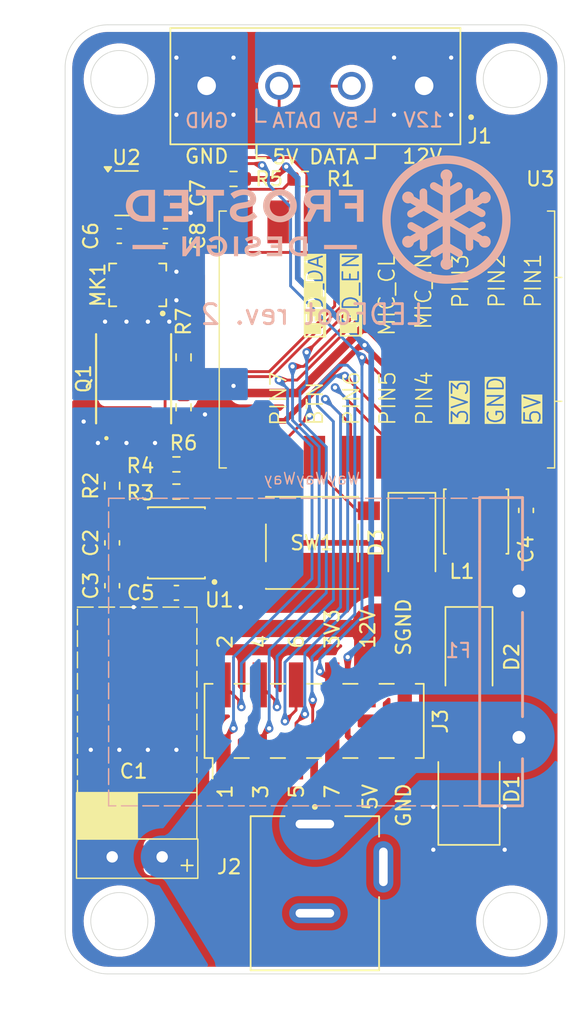
<source format=kicad_pcb>
(kicad_pcb (version 20240108) (generator "pcbnew") (generator_version "8.0")
  (title_block (title "LEDFoot") (date "2025-02-13") (rev "2") (company "Frosted Design"))
  (layers (0 "F.Cu" signal) (31 "B.Cu" signal) (34 "B.Paste" user) (35 "F.Paste" user) (36 "B.SilkS" user "B.Silkscreen") (37 "F.SilkS" user "F.Silkscreen") (38 "B.Mask" user) (39 "F.Mask" user) (44 "Edge.Cuts" user))
  (net 0 "")
  (net 1 "5V")
  (net 2 "3V3")
  (net 3 "GND")
  (net 4 "3V3_SIG")
  (net 5 "12V")
  (net 6 "Net-(U1-BST)")
  (net 7 "+12V")
  (net 8 "5V_SIG")
  (net 9 "Net-(U1-FB)")
  (net 10 "Net-(U2-DIR)")
  (net 12 "Net-(J1-Pad2)")
  (net 13 "Net-(D3-K)")
  (net 14 "PIN4")
  (net 15 "PIN7")
  (net 16 "PIN5")
  (net 17 "PIN6")
  (net 18 "PIN3")
  (net 19 "Net-(U1-FREQ)")
  (net 20 "PIN1")
  (net 21 "PIN2")
  (net 23 "MIC_DATA")
  (net 24 "MIC_CLK")
  (net 25 "Net-(Q1-Pad4)")
  (net 26 "LEDS_EN")
  (net 29 "Net-(U3-GP10)")
  (net 30 "SGND")
  (footprint "Diode_SMD:D_SMA" (layer "F.Cu") (at 146.5 114.5 -90)
    (property "Reference" "D2")
    (property "Value" "SS34")
  )
  (footprint "MIC_SPK0641HT4H-1:MIC_SPK0641HT4H-1" (layer "F.Cu") (at 123.2875 88.425 90)
    (property "Reference" "MK1")
    (property "Value" "SPK0641HT4H-1")
  )
  (footprint "Phoenix:PHOENIX_1729144" (layer "F.Cu") (at 145.8975 70.425 180)
    (property "Reference" "J1")
    (property "Value" "1729144")
  )
  (footprint "Capacitor_THT:CP_Radial_D8.0mm_P3.50mm" (layer "F.Cu") (at 125 128.5 180)
    (property "Reference" "C1")
    (property "Value" "1000µF")
  )
  (footprint "Button_Switch_SMD:SW_SPST_PTS645" (layer "F.Cu") (at 135.5 106.5)
    (property "Reference" "SW1")
    (property "Value" "SW_Push")
  )
  (footprint "MP1584EN:SOIC127P600X170-9N" (layer "F.Cu") (at 126 106.5 180)
    (property "Reference" "U1")
    (property "Value" "MP1584EN")
  )
  (footprint "Resistor_SMD:R_0603_1608Metric" (layer "F.Cu") (at 126 102.905 180)
    (property "Reference" "R3")
    (property "Value" "43kΩ")
  )
  (footprint "Diode_SMD:D_SMA" (layer "F.Cu") (at 142.5 106.5 -90)
    (property "Reference" "D3")
    (property "Value" "SS34")
  )
  (footprint "Capacitor_SMD:C_0603_1608Metric" (layer "F.Cu") (at 121.5 106.5 90)
    (property "Reference" "C2")
    (property "Value" "0.1µF")
  )
  (footprint "Capacitor_SMD:C_0603_1608Metric" (layer "F.Cu") (at 122 85)
    (property "Reference" "C6")
    (property "Value" "0.1µF")
  )
  (footprint "Tenstar-ESP32:Tenstar-ESP32-S3-SuperMini-EdgeOnly" (layer "F.Cu") (at 145.5 91.75 -90)
    (property "Reference" "U3")
    (property "Value" "~")
  )
  (footprint "Capacitor_SMD:C_0603_1608Metric" (layer "F.Cu") (at 126 82 -90)
    (property "Reference" "C7")
    (property "Value" "0.1µF")
  )
  (footprint "Package_TO_SOT_SMD:SOT-23-6" (layer "F.Cu") (at 122.5 82)
    (property "Reference" "U2")
    (property "Value" "SN74LVC1T45DBV")
  )
  (footprint "Resistor_SMD:R_0603_1608Metric" (layer "F.Cu") (at 130 81 180)
    (property "Reference" "R5")
    (property "Value" "4.7kΩ")
  )
  (footprint "Resistor_SMD:R_0603_1608Metric" (layer "F.Cu") (at 126 101)
    (property "Reference" "R4")
    (property "Value" "8.2kΩ")
  )
  (footprint "Resistor_SMD:R_0603_1608Metric" (layer "F.Cu") (at 135 81 180)
    (property "Reference" "R1")
    (property "Value" "330Ω")
  )
  (footprint "Tensility:TENSILITY_54-00167" (layer "F.Cu") (at 135.7 132.45)
    (property "Reference" "J2")
    (property "Value" "54-00167")
  )
  (footprint "Diode_SMD:D_SMB" (layer "F.Cu") (at 146.5 124 90)
    (property "Reference" "D1")
    (property "Value" "SMBJ13A")
  )
  (footprint "Resistor_SMD:R_0603_1608Metric" (layer "F.Cu") (at 121.5 102.5 -90)
    (property "Reference" "R2")
    (property "Value" "100kΩ")
  )
  (footprint "Inductor_SMD:L_APV_ANR4018" (layer "F.Cu") (at 147 105 90)
    (property "Reference" "L1")
    (property "Value" "22µH")
  )
  (footprint "Capacitor_SMD:C_0603_1608Metric" (layer "F.Cu") (at 125.225 85 180)
    (property "Reference" "C8")
    (property "Value" "0.1µF")
  )
  (footprint "Resistor_SMD:R_0603_1608Metric" (layer "F.Cu") (at 126.5 93.5 90)
    (property "Reference" "R7")
    (property "Value" "10Ω")
  )
  (footprint "Connector_PinHeader_2.54mm:PinHeader_2x06_P2.54mm_Vertical_SMD" (layer "F.Cu") (at 135.65 118.975 90)
    (property "Reference" "J3")
    (property "Value" "Conn_02x05_Counter_Clockwise")
  )
  (footprint "POWERPAK_SO-8_SINGLE_VIS:POWERPAK_SO-8_SINGLE_VIS" (layer "F.Cu") (at 123 95 90)
    (property "Reference" "Q1")
    (property "Value" "SIRA20DP-T1-RE3")
  )
  (footprint "Capacitor_SMD:C_0603_1608Metric" (layer "F.Cu") (at 126 110)
    (property "Reference" "C5")
    (property "Value" "10nF 16V")
  )
  (footprint "Capacitor_SMD:C_0603_1608Metric" (layer "F.Cu") (at 121.5 109.5 90)
    (property "Reference" "C3")
    (property "Value" "47µF 25V")
  )
  (footprint "Capacitor_SMD:C_0603_1608Metric" (layer "F.Cu") (at 150.5 104.225 90)
    (property "Reference" "C4")
    (property "Value" "47µF 10V")
  )
  (footprint "Resistor_SMD:R_0603_1608Metric" (layer "F.Cu") (at 126.5 97 -90)
    (property "Reference" "R6")
    (property "Value" "1MΩ")
  )
  (footprint "RUEF800:FUSE_RUEF800" (layer "B.Cu") (at 148.75 114.125 -90)
    (property "Reference" "F1")
    (property "Value" "8A")
  )
  (gr_poly (pts (xy 130.320564 86.414903) (xy 130.03283 86.414903) (xy 130.03283 85.025839) (xy 130.320564 85.025839)) (stroke (width -0.000001)) (fill solid) (layer "B.SilkS"))
  (gr_poly (pts (xy 129.335154 82.171286) (xy 128.580649 82.171286) (xy 128.580649 84) (xy 128.117078 84) (xy 128.117078 82.171286) (xy 127.36577 82.171286) (xy 127.36577 81.762064) (xy 129.335154 81.762064)) (stroke (width -0.000001)) (fill solid) (layer "B.SilkS"))
  (gr_poly (pts (xy 126.834893 84) (xy 125.102091 84) (xy 125.102091 83.597172) (xy 126.37132 83.597172) (xy 126.37132 83.066461) (xy 125.543284 83.066461) (xy 125.543284 82.67642) (xy 126.37132 82.67642) (xy 126.37132 82.164892) (xy 125.114879 82.164892) (xy 125.114879 81.762064) (xy 126.834893 81.762064)) (stroke (width -0.000001)) (fill solid) (layer "B.SilkS"))
  (gr_poly (pts (xy 126.686178 85.922778) (xy 127.376741 85.025839) (xy 127.650585 85.025839) (xy 127.650585 86.414903) (xy 127.378725 86.414903) (xy 127.378725 85.486215) (xy 126.670304 86.414903) (xy 126.416303 86.414903) (xy 126.416303 85.025839) (xy 126.686178 85.025839)) (stroke (width -0.000001)) (fill solid) (layer "B.SilkS"))
  (gr_poly (pts (xy 135.151887 86.414903) (xy 134.618088 86.414903) (xy 134.598484 86.414694) (xy 134.579106 86.414066) (xy 134.55995 86.41302) (xy 134.541008 86.411555) (xy 134.522276 86.409671) (xy 134.503747 86.407369) (xy 134.485415 86.404648) (xy 134.467276 86.401509) (xy 134.449322 86.397951) (xy 134.431549 86.393974) (xy 134.413951 86.389579) (xy 134.39652 86.384766) (xy 134.379253 86.379533) (xy 134.362143 86.373882) (xy 134.345184 86.367813) (xy 134.32837 86.361325) (xy 134.311766 86.354487) (xy 134.295441 86.347365) (xy 134.279396 86.339951) (xy 134.263629 86.332241) (xy 134.248142 86.324229) (xy 134.232934 86.315909) (xy 134.218004 86.307275) (xy 134.203354 86.298321) (xy 134.188983 86.289041) (xy 134.174891 86.279431) (xy 134.161078 86.269483) (xy 134.147544 86.259191) (xy 134.134289 86.248552) (xy 134.121313 86.237557) (xy 134.108616 86.226202) (xy 134.096198 86.214481) (xy 134.083733 86.202808) (xy 134.071637 86.190858) (xy 134.059908 86.178636) (xy 134.048542 86.166143) (xy 134.037536 86.153382) (xy 134.026888 86.140357) (xy 134.016594 86.127071) (xy 134.006653 86.113526) (xy 133.99706 86.099725) (xy 133.987813 86.085671) (xy 133.978908 86.071367) (xy 133.970344 86.056816) (xy 133.962118 86.042021) (xy 133.954225 86.026985) (xy 133.946664 86.01171) (xy 133.939431 85.9962) (xy 133.932921 85.98048) (xy 133.926789 85.964574) (xy 133.92104 85.948482) (xy 133.915681 85.932204) (xy 133.910717 85.915739) (xy 133.906155 85.899089) (xy 133.901999 85.882253) (xy 133.898256 85.865231) (xy 133.894931 85.848023) (xy 133.892031 85.830628) (xy 133.889562 85.813048) (xy 133.887528 85.795281) (xy 133.885936 85.777329) (xy 133.884792 85.759191) (xy 133.884101 85.740866) (xy 133.883869 85.722356) (xy 134.181525 85.722356) (xy 134.181643 85.733843) (xy 134.181998 85.745238) (xy 134.182598 85.75654) (xy 134.183448 85.767748) (xy 134.184553 85.778864) (xy 134.185921 85.789886) (xy 134.187555 85.800816) (xy 134.189463 85.811653) (xy 134.19165 85.822396) (xy 134.194122 85.833047) (xy 134.196884 85.843604) (xy 134.199943 85.854069) (xy 134.203304 85.86444) (xy 134.206973 85.874719) (xy 134.210957 85.884904) (xy 134.215259 85.894997) (xy 134.219468 85.904623) (xy 134.223907 85.91415) (xy 134.228572 85.923573) (xy 134.23346 85.932886) (xy 134.23857 85.942082) (xy 134.243898 85.951156) (xy 134.249441 85.960102) (xy 134.255196 85.968914) (xy 134.26116 85.977587) (xy 134.26733 85.986115) (xy 134.273705 85.994491) (xy 134.280279 86.002711) (xy 134.287052 86.010767) (xy 134.294019 86.018656) (xy 134.301178 86.026369) (xy 134.308526 86.033903) (xy 134.31606 86.041229) (xy 134.323777 86.048328) (xy 134.331674 86.055206) (xy 134.339748 86.06187) (xy 134.347997 86.068324) (xy 134.356418 86.074574) (xy 134.365007 86.080627) (xy 134.373762 86.086488) (xy 134.382679 86.092163) (xy 134.391757 86.097658) (xy 134.400991 86.102979) (xy 134.41038 86.108131) (xy 134.419919 86.11312) (xy 134.429607 86.117952) (xy 134.449416 86.127169) (xy 134.45916 86.131123) (xy 134.469043 86.1348) (xy 134.479066 86.138204) (xy 134.489228 86.141338) (xy 134.49953 86.144205) (xy 134.509971 86.146807) (xy 134.520552 86.149147) (xy 134.531272 86.151229) (xy 134.542132 86.153055) (xy 134.553132 86.154628) (xy 134.56427 86.155951) (xy 134.575549 86.157027) (xy 134.586967 86.157859) (xy 134.598524 86.15845) (xy 134.622057 86.158919) (xy 134.86415 86.158919) (xy 134.86415 85.281824) (xy 134.622057 85.281824) (xy 134.610221 85.281941) (xy 134.598524 85.282296) (xy 134.586967 85.282896) (xy 134.575549 85.283746) (xy 134.56427 85.284852) (xy 134.553132 85.286219) (xy 134.542132 85.287853) (xy 134.531272 85.289761) (xy 134.520552 85.291948) (xy 134.509971 85.29442) (xy 134.49953 85.297182) (xy 134.489228 85.300241) (xy 134.479066 85.303603) (xy 134.469043 85.307272) (xy 134.45916 85.311255) (xy 134.449416 85.315559) (xy 134.439441 85.319767) (xy 134.429607 85.324205) (xy 134.419919 85.32887) (xy 134.41038 85.333759) (xy 134.400991 85.338869) (xy 134.391757 85.344196) (xy 134.382679 85.349739) (xy 134.373762 85.355494) (xy 134.365007 85.361458) (xy 134.356418 85.367629) (xy 134.347997 85.374003) (xy 134.339748 85.380577) (xy 134.331674 85.387349) (xy 134.323777 85.394317) (xy 134.31606 85.401475) (xy 134.308526 85.408823) (xy 134.301178 85.416357) (xy 134.294019 85.424075) (xy 134.287052 85.431972) (xy 134.280279 85.440047) (xy 134.273705 85.448296) (xy 134.26733 85.456716) (xy 134.26116 85.465306) (xy 134.255196 85.47406) (xy 134.249441 85.482978) (xy 134.243898 85.492055) (xy 134.23857 85.50129) (xy 134.23346 85.510678) (xy 134.228572 85.520218) (xy 134.223907 85.529906) (xy 134.219468 85.539739) (xy 134.215259 85.549715) (xy 134.210957 85.559807) (xy 134.206973 85.569993) (xy 134.203304 85.580271) (xy 134.199943 85.590643) (xy 134.196884 85.601107) (xy 134.194122 85.611665) (xy 134.19165 85.622315) (xy 134.189463 85.633059) (xy 134.187555 85.643895) (xy 134.185921 85.654825) (xy 134.184553 85.665847) (xy 134.183448 85.676963) (xy 134.182598 85.688172) (xy 134.181998 85.699473) (xy 134.181643 85.710868) (xy 134.181525 85.722356) (xy 133.883869 85.722356) (xy 133.884101 85.704194) (xy 133.884792 85.686172) (xy 133.885936 85.668289) (xy 133.887528 85.650546) (xy 133.889562 85.632942) (xy 133.892031 85.615478) (xy 133.894931 85.598154) (xy 133.898256 85.580969) (xy 133.901999 85.563923) (xy 133.906155 85.547018) (xy 133.910717 85.530251) (xy 133.915681 85.513624) (xy 133.92104 85.497137) (xy 133.926789 85.480789) (xy 133.932921 85.464581) (xy 133.939431 85.448512) (xy 133.946664 85.432652) (xy 133.954225 85.417068) (xy 133.962118 85.401757) (xy 133.970344 85.386717) (xy 133.978908 85.371944) (xy 133.987813 85.357436) (xy 133.99706 85.343189) (xy 134.006653 85.329201) (xy 134.016594 85.315469) (xy 134.026888 85.301989) (xy 134.037536 85.28876) (xy 134.048542 85.275778) (xy 134.059908 85.263039) (xy 134.071637 85.250543) (xy 134.083733 85.238284) (xy 134.096198 85.226261) (xy 134.108616 85.21454) (xy 134.121313 85.203185) (xy 134.134289 85.192191) (xy 134.147544 85.181551) (xy 134.161078 85.17126) (xy 134.174891 85.161312) (xy 134.188983 85.151701) (xy 134.203354 85.142421) (xy 134.218004 85.133468) (xy 134.232934 85.124833) (xy 134.248142 85.116513) (xy 134.263629 85.108501) (xy 134.279396 85.100791) (xy 134.295441 85.093378) (xy 134.311766 85.086256) (xy 134.32837 85.079418) (xy 134.345184 85.07293) (xy 134.362143 85.06686) (xy 134.379253 85.06121) (xy 134.39652 85.055977) (xy 134.413951 85.051164) (xy 134.431549 85.046768) (xy 134.449322 85.042792) (xy 134.467276 85.039234) (xy 134.485415 85.036094) (xy 134.503747 85.033374) (xy 134.522276 85.031071) (xy 134.541008 85.029188) (xy 134.55995 85.027723) (xy 134.579106 85.026676) (xy 134.598484 85.026048) (xy 134.618088 85.025839) (xy 135.151887 85.025839)) (stroke (width -0.000001)) (fill solid) (layer "B.SilkS"))
  (gr_poly (pts (xy 130.741509 81.73043) (xy 130.774286 81.731436) (xy 130.806529 81.733107) (xy 130.838233 81.735438) (xy 130.869394 81.738425) (xy 130.900007 81.742063) (xy 130.930067 81.746348) (xy 130.959571 81.751274) (xy 130.988512 81.756836) (xy 131.016886 81.763031) (xy 131.04469 81.769854) (xy 131.071917 81.777299) (xy 131.098563 81.785363) (xy 131.124624 81.79404) (xy 131.150095 81.803326) (xy 131.174972 81.813216) (xy 131.199774 81.82367) (xy 131.223827 81.834653) (xy 131.24713 81.84617) (xy 131.269685 81.858225) (xy 131.291489 81.870823) (xy 131.312545 81.88397) (xy 131.332851 81.897669) (xy 131.352408 81.911925) (xy 131.371216 81.926744) (xy 131.389274 81.942129) (xy 131.406583 81.958085) (xy 131.423143 81.974618) (xy 131.438953 81.991731) (xy 131.454014 82.009429) (xy 131.468326 82.027718) (xy 131.481888 82.046601) (xy 131.494664 82.065973) (xy 131.506616 82.085728) (xy 131.517743 82.105876) (xy 131.528046 82.126428) (xy 131.537525 82.147391) (xy 131.546179 82.168776) (xy 131.55401 82.190592) (xy 131.561016 82.212848) (xy 131.567198 82.235554) (xy 131.572555 82.258718) (xy 131.577089 82.282351) (xy 131.580798 82.306462) (xy 131.583682 82.33106) (xy 131.585743 82.356154) (xy 131.586979 82.381753) (xy 131.587392 82.407868) (xy 131.586829 82.437539) (xy 131.585137 82.466602) (xy 131.582313 82.495046) (xy 131.57835 82.522862) (xy 131.573245 82.550042) (xy 131.566992 82.576575) (xy 131.559587 82.602453) (xy 131.551025 82.627665) (xy 131.541302 82.652204) (xy 131.530413 82.676058) (xy 131.518353 82.69922) (xy 131.505118 82.721679) (xy 131.490702 82.743426) (xy 131.475102 82.764452) (xy 131.458312 82.784747) (xy 131.440327 82.804302) (xy 131.421184 82.823073) (xy 131.400926 82.841019) (xy 131.379563 82.85814) (xy 131.357104 82.874438) (xy 131.333559 82.889911) (xy 131.308936 82.90456) (xy 131.283246 82.918385) (xy 131.256497 82.931385) (xy 131.228699 82.943562) (xy 131.199862 82.954914) (xy 131.169994 82.965442) (xy 131.139105 82.975145) (xy 131.107205 82.984024) (xy 131.074302 82.99208) (xy 131.040407 82.99931) (xy 131.005528 83.005717) (xy 130.561138 83.082446) (xy 130.536447 83.086755) (xy 130.51272 83.091288) (xy 130.489949 83.096046) (xy 130.468124 83.101029) (xy 130.447235 83.106237) (xy 130.427274 83.111669) (xy 130.408231 83.117326) (xy 130.390096 83.123208) (xy 130.37286 83.129315) (xy 130.356514 83.135647) (xy 130.341049 83.142203) (xy 130.326455 83.148985) (xy 130.312722 83.155991) (xy 130.299842 83.163222) (xy 130.287804 83.170677) (xy 130.276601 83.178358) (xy 130.266184 83.186901) (xy 130.256507 83.195754) (xy 130.24756 83.204925) (xy 130.239335 83.214424) (xy 130.231822 83.224261) (xy 130.225011 83.234443) (xy 130.218893 83.244982) (xy 130.213459 83.255886) (xy 130.208699 83.267165) (xy 130.204605 83.278827) (xy 130.201166 83.290884) (xy 130.198373 83.303342) (xy 130.196217 83.316213) (xy 130.194689 83.329506) (xy 130.193779 83.343229) (xy 130.193478 83.357393) (xy 130.193666 83.368072) (xy 130.194239 83.378536) (xy 130.195206 83.388793) (xy 130.196575 83.398854) (xy 130.198356 83.408728) (xy 130.200558 83.418424) (xy 130.203192 83.427951) (xy 130.206266 83.437319) (xy 130.209789 83.446537) (xy 130.213771 83.455614) (xy 130.218222 83.464561) (xy 130.22315 83.473385) (xy 130.228565 83.482098) (xy 130.234477 83.490707) (xy 130.240894 83.499222) (xy 130.247827 83.507654) (xy 130.255172 83.515334) (xy 130.262826 83.52279) (xy 130.270798 83.530021) (xy 130.279098 83.537027) (xy 130.287736 83.543808) (xy 130.29672 83.550364) (xy 130.30606 83.556696) (xy 130.315765 83.562803) (xy 130.325844 83.568685) (xy 130.336308 83.574342) (xy 130.347165 83.579775) (xy 130.358425 83.584983) (xy 130.370097 83.589966) (xy 130.382191 83.594724) (xy 130.394716 83.599257) (xy 130.40768 83.603566) (xy 130.420454 83.608176) (xy 130.433594 83.61242) (xy 130.447089 83.616309) (xy 130.460931 83.619851) (xy 130.47511 83.623055) (xy 130.489617 83.625932) (xy 130.504442 83.628491) (xy 130.519577 83.63074) (xy 130.550735 83.634349) (xy 130.583018 83.636835) (xy 130.61635 83.638271) (xy 130.650655 83.638733) (xy 130.675756 83.638433) (xy 130.700703 83.637534) (xy 130.72549 83.636035) (xy 130.750114 83.633937) (xy 130.774569 83.63124) (xy 130.79885 83.627943) (xy 130.822954 83.624047) (xy 130.846875 83.619551) (xy 130.870608 83.614455) (xy 130.89415 83.608761) (xy 130.917495 83.602467) (xy 130.940638 83.595573) (xy 130.963576 83.58808) (xy 130.986303 83.579987) (xy 131.008814 83.571295) (xy 131.031105 83.562004) (xy 131.053922 83.552038) (xy 131.076819 83.541323) (xy 131.0998 83.529859) (xy 131.12287 83.517645) (xy 131.146034 83.504682) (xy 131.169296 83.49097) (xy 131.192661 83.476508) (xy 131.216134 83.461297) (xy 131.239719 83.445337) (xy 131.263422 83.428627) (xy 131.287246 83.411168) (xy 131.311196 83.39296) (xy 131.359496 83.354296) (xy 131.408357 83.312634) (xy 131.673712 83.645127) (xy 131.648311 83.667606) (xy 131.622459 83.68948) (xy 131.596159 83.710745) (xy 131.569408 83.731398) (xy 131.542208 83.751431) (xy 131.514559 83.770842) (xy 131.48646 83.789626) (xy 131.457911 83.807777) (xy 131.428913 83.825292) (xy 131.399465 83.842164) (xy 131.369568 83.858391) (xy 131.339221 83.873966) (xy 131.308424 83.888886) (xy 131.277178 83.903146) (xy 131.245482 83.91674) (xy 131.213337 83.929665) (xy 131.180928 83.941878) (xy 131.14844 83.953337) (xy 131.115868 83.964037) (xy 131.083207 83.973974) (xy 131.050452 83.983143) (xy 131.017599 83.991539) (xy 130.984642 83.999158) (xy 130.951578 84.005995) (xy 130.918402 84.012045) (xy 130.885108 84.017303) (xy 130.851693 84.021765) (xy 130.818151 84.025427) (xy 130.784478 84.028283) (xy 130.75067 84.030329) (xy 130.716721 84.03156) (xy 130.682626 84.031971) (xy 130.646958 84.031633) (xy 130.611885 84.030616) (xy 130.577402 84.028915) (xy 130.543505 84.026526) (xy 130.510188 84.023443) (xy 130.477447 84.019663) (xy 130.445277 84.015181) (xy 130.413674 84.009991) (xy 130.382633 84.004089) (xy 130.35215 83.997471) (xy 130.322219 83.990132) (xy 130.292836 83.982067) (xy 130.263996 83.973271) (xy 130.235695 83.96374) (xy 130.207927 83.953469) (xy 130.180689 83.942454) (xy 130.154688 83.931364) (xy 130.129436 83.919674) (xy 130.104934 83.907386) (xy 130.081181 83.894497) (xy 130.058177 83.88101) (xy 130.035922 83.866923) (xy 130.014417 83.852236) (xy 129.993662 83.83695) (xy 129.973655 83.821065) (xy 129.954398 83.80458) (xy 129.93589 83.787496) (xy 129.918131 83.769812) (xy 129.901122 83.751529) (xy 129.884862 83.732647) (xy 129.869351 83.713165) (xy 129.85459 83.693083) (xy 129.840653 83.673041) (xy 129.827615 83.652483) (xy 129.815476 83.631419) (xy 129.804236 83.60986) (xy 129.793896 83.587813) (xy 129.784455 83.565288) (xy 129.775912 83.542295) (xy 129.768269 83.518844) (xy 129.761526 83.494942) (xy 129.755681 83.470601) (xy 129.750736 83.445828) (xy 129.746689 83.420634) (xy 129.743542 83.395028) (xy 129.741294 83.369019) (xy 129.739945 83.342617) (xy 129.739496 83.315831) (xy 129.740133 83.283836) (xy 129.74205 83.252595) (xy 129.745249 83.222113) (xy 129.749736 83.192395) (xy 129.755516 83.163444) (xy 129.762593 83.135266) (xy 129.770972 83.107866) (xy 129.780658 83.081247) (xy 129.791655 83.055415) (xy 129.803968 83.030375) (xy 129.817602 83.006131) (xy 129.83256 82.982688) (xy 129.848849 82.96005) (xy 129.866473 82.938223) (xy 129.885436 82.91721) (xy 129.905743 82.897017) (xy 129.927361 82.877647) (xy 129.950258 82.859102) (xy 129.974438 82.841381) (xy 129.999906 82.824484) (xy 130.026666 82.808411) (xy 130.054724 82.793163) (xy 130.084084 82.778739) (xy 130.11475 82.765139) (xy 130.146728 82.752363) (xy 130.180021 82.740411) (xy 130.214636 82.729284) (xy 130.250575 82.718981) (xy 130.287845 82.709502) (xy 130.326449 82.700848) (xy 130.366393 82.693018) (xy 130.40768 82.686011) (xy 130.829691 82.615676) (xy 130.850861 82.611968) (xy 130.871215 82.60804) (xy 130.890764 82.603896) (xy 130.909517 82.599541) (xy 130.927483 82.594981) (xy 130.944672 82.590219) (xy 130.961093 82.58526) (xy 130.976755 82.580109) (xy 130.991668 82.574771) (xy 131.00584 82.56925) (xy 131.019283 82.563552) (xy 131.032004 82.55768) (xy 131.044013 82.551639) (xy 131.05532 82.545435) (xy 131.065934 82.539071) (xy 131.075864 82.532553) (xy 131.084592 82.525173) (xy 131.092792 82.517423) (xy 131.100457 82.509308) (xy 131.107584 82.500832) (xy 131.114168 82.492001) (xy 131.120204 82.482818) (xy 131.125687 82.473288) (xy 131.130613 82.463417) (xy 131.134977 82.453208) (xy 131.138774 82.442667) (xy 131.142 82.431798) (xy 131.14465 82.420606) (xy 131.146719 82.409096) (xy 131.148203 82.397272) (xy 131.149097 82.385138) (xy 131.149396 82.372701) (xy 131.149208 82.363185) (xy 131.148646 82.353818) (xy 131.14771 82.344602) (xy 131.146398 82.335535) (xy 131.144713 82.326618) (xy 131.142652 82.317851) (xy 131.140217 82.309234) (xy 131.137407 82.300767) (xy 131.134222 82.29245) (xy 131.130663 82.284282) (xy 131.126729 82.276265) (xy 131.12242 82.268397) (xy 131.117737 82.260679) (xy 131.112679 82.253111) (xy 131.107247 82.245693) (xy 131.10144 82.238425) (xy 131.094696 82.231344) (xy 131.087652 82.224487) (xy 131.080309 82.217856) (xy 131.072666 82.211449) (xy 131.064723 82.205268) (xy 131.056481 82.199311) (xy 131.047939 82.193578) (xy 131.039097 82.188071) (xy 131.029956 82.182788) (xy 131.020514 82.17773) (xy 131.010773 82.172897) (xy 131.000733 82.168289) (xy 130.990392 82.163906) (xy 130.979752 82.159747) (xy 130.968812 82.155813) (xy 130.957572 82.152104) (xy 130.945507 82.148057) (xy 130.933282 82.144305) (xy 130.920889 82.140843) (xy 130.908318 82.137667) (xy 130.895559 82.134772) (xy 130.882604 82.132154) (xy 130.856066 82.127726) (xy 130.828629 82.124348) (xy 130.800218 82.121981) (xy 130.770757 82.120589) (xy 130.740172 82.120133) (xy 130.695814 82.121182) (xy 130.651461 82.124329) (xy 130.607117 82.129574) (xy 130.562787 82.136918) (xy 130.518475 82.146359) (xy 130.474187 82.157898) (xy 130.429927 82.171536) (xy 130.3857 82.187271) (xy 130.341511 82.205105) (xy 130.297363 82.225037) (xy 130.253262 82.247066) (xy 130.209213 82.271194) (xy 130.16522 82.29742) (xy 130.121288 82.325744) (xy 130.077421 82.356166) (xy 130.033625 82.388686) (xy 129.784255 82.043404) (xy 129.807858 82.025084) (xy 129.831911 82.007288) (xy 129.856413 81.990016) (xy 129.881365 81.973269) (xy 129.906767 81.957046) (xy 129.932618 81.941348) (xy 129.958918 81.926175) (xy 129.985669 81.911526) (xy 130.012869 81.897401) (xy 130.040518 81.883801) (xy 130.068617 81.870726) (xy 130.097166 81.858175) (xy 130.126164 81.846148) (xy 130.155612 81.834647) (xy 130.185509 81.823669) (xy 130.215856 81.813216) (xy 130.278055 81.79404) (xy 130.339992 81.777299) (xy 130.401704 81.763031) (xy 130.463229 81.751274) (xy 130.524603 81.742063) (xy 130.585866 81.735438) (xy 130.616466 81.733107) (xy 130.647053 81.731436) (xy 130.67763 81.73043) (xy 130.708203 81.730093)) (stroke (width -0.000001)) (fill solid) (layer "B.SilkS"))
  (gr_line (start 131.608154 76.989765) (end 132.25 76.989765) (stroke (width 0.15)) (layer "B.SilkS"))
  (gr_poly (pts (xy 125.224784 85.923607) (xy 122.921586 85.923607) (xy 122.921586 85.621656) (xy 125.224784 85.621656)) (stroke (width -0.000001)) (fill solid) (layer "B.SilkS"))
  (gr_poly (pts (xy 131.391908 85.006204) (xy 131.412253 85.006828) (xy 131.432265 85.007866) (xy 131.451944 85.009313) (xy 131.471285 85.011167) (xy 131.490287 85.013425) (xy 131.508945 85.016084) (xy 131.527258 85.019142) (xy 131.545221 85.022595) (xy 131.562833 85.02644) (xy 131.58009 85.030675) (xy 131.59699 85.035296) (xy 131.613529 85.040301) (xy 131.629705 85.045687) (xy 131.645515 85.051451) (xy 131.660955 85.05759) (xy 131.676349 85.064078) (xy 131.691279 85.070895) (xy 131.705743 85.078043) (xy 131.719742 85.085526) (xy 131.733276 85.093346) (xy 131.746345 85.101506) (xy 131.758949 85.110008) (xy 131.771088 85.118857) (xy 131.782762 85.128055) (xy 131.79397 85.137604) (xy 131.804714 85.147508) (xy 131.814992 85.15777) (xy 131.824805 85.168392) (xy 131.834154 85.179377) (xy 131.843037 85.190728) (xy 131.851455 85.202449) (xy 131.859385 85.214472) (xy 131.866803 85.226734) (xy 131.873709 85.23924) (xy 131.880104 85.251996) (xy 131.885988 85.265008) (xy 131.891359 85.278282) (xy 131.89622 85.291822) (xy 131.900568 85.305636) (xy 131.904405 85.31973) (xy 131.907731 85.334108) (xy 131.910544 85.348776) (xy 131.912847 85.363742) (xy 131.914637 85.379009) (xy 131.915916 85.394585) (xy 131.916684 85.410474) (xy 131.916939 85.426684) (xy 131.91659 85.4451) (xy 131.91554 85.463139) (xy 131.913787 85.480794) (xy 131.911327 85.498059) (xy 131.908159 85.514929) (xy 131.904278 85.531398) (xy 131.899681 85.54746) (xy 131.894367 85.563109) (xy 131.888332 85.57834) (xy 131.881574 85.593146) (xy 131.874088 85.607522) (xy 131.865873 85.621462) (xy 131.856925 85.634961) (xy 131.847242 85.648011) (xy 131.836821 85.660608) (xy 131.825658 85.672746) (xy 131.813776 85.684397) (xy 131.801202 85.695536) (xy 131.787943 85.706163) (xy 131.774002 85.716278) (xy 131.759388 85.725883) (xy 131.744105 85.734975) (xy 131.728159 85.743556) (xy 131.711557 85.751625) (xy 131.694303 85.759183) (xy 131.676404 85.766229) (xy 131.657865 85.772764) (xy 131.638693 85.778786) (xy 131.618893 85.784298) (xy 131.59847 85.789297) (xy 131.577432 85.793786) (xy 131.555783 85.797762) (xy 131.279955 85.845387) (xy 131.264629 85.848061) (xy 131.249902 85.850875) (xy 131.235768 85.853828) (xy 131.222222 85.856921) (xy 131.209256 85.860153) (xy 131.196866 85.863525) (xy 131.185046 85.867037) (xy 131.17379 85.870688) (xy 131.163092 85.874478) (xy 131.152947 85.878408) (xy 131.143347 85.882477) (xy 131.134289 85.886687) (xy 131.125765 85.891035) (xy 131.11777 85.895523) (xy 131.110299 85.900151) (xy 131.103345 85.904918) (xy 131.096879 85.910221) (xy 131.090873 85.915716) (xy 131.08532 85.921409) (xy 131.080214 85.927305) (xy 131.075551 85.93341) (xy 131.071323 85.93973) (xy 131.067526 85.946272) (xy 131.064153 85.95304) (xy 131.061199 85.96004) (xy 131.058657 85.967279) (xy 131.056523 85.974762) (xy 131.054789 85.982495) (xy 131.053451 85.990484) (xy 131.052503 85.998735) (xy 131.051938 86.007252) (xy 131.051751 86.016044) (xy 131.051868 86.022672) (xy 131.052224 86.029167) (xy 131.052823 86.035534) (xy 131.053673 86.041779) (xy 131.054779 86.047907) (xy 131.056146 86.053925) (xy 131.057781 86.059839) (xy 131.059688 86.065653) (xy 131.061875 86.071375) (xy 131.064347 86.077009) (xy 131.06711 86.082562) (xy 131.070169 86.088039) (xy 131.07353 86.093447) (xy 131.077199 86.098791) (xy 131.081183 86.104076) (xy 131.085486 86.109309) (xy 131.090045 86.114076) (xy 131.094795 86.118704) (xy 131.099744 86.123192) (xy 131.104896 86.127541) (xy 131.110257 86.13175) (xy 131.115833 86.135819) (xy 131.12163 86.139749) (xy 131.127654 86.14354) (xy 131.13391 86.14719) (xy 131.140405 86.150702) (xy 131.147144 86.154074) (xy 131.154133 86.157306) (xy 131.161378 86.160399) (xy 131.168884 86.163352) (xy 131.176658 86.166166) (xy 131.184705 86.16884) (xy 131.192633 86.171701) (xy 131.200789 86.174336) (xy 131.209165 86.176749) (xy 131.217757 86.178948) (xy 131.226558 86.180937) (xy 131.235562 86.182723) (xy 131.244764 86.184311) (xy 131.254158 86.185707) (xy 131.273498 86.187948) (xy 131.293535 86.18949) (xy 131.314224 86.190382) (xy 131.335518 86.190668) (xy 131.351098 86.190482) (xy 131.366582 86.189924) (xy 131.381967 86.188994) (xy 131.39725 86.187692) (xy 131.412429 86.186017) (xy 131.4275 86.183971) (xy 131.442461 86.181553) (xy 131.457308 86.178762) (xy 131.47204 86.175599) (xy 131.486651 86.172065) (xy 131.501141 86.168158) (xy 131.515506 86.163879) (xy 131.529743 86.159228) (xy 131.543849 86.154205) (xy 131.557822 86.14881) (xy 131.571657 86.143043) (xy 131.58582 86.136858) (xy 131.600032 86.130207) (xy 131.614296 86.123091) (xy 131.628616 86.11551) (xy 131.642993 86.107464) (xy 131.657432 86.098953) (xy 131.671934 86.089977) (xy 131.686504 86.080536) (xy 131.701143 86.070629) (xy 131.715855 86.060258) (xy 131.730642 86.049421) (xy 131.745508 86.03812) (xy 131.775487 86.014121) (xy 131.805814 85.988262) (xy 131.970518 86.194637) (xy 131.954751 86.208589) (xy 131.938706 86.222167) (xy 131.922381 86.235366) (xy 131.905777 86.248185) (xy 131.888895 86.260619) (xy 131.871733 86.272668) (xy 131.854292 86.284326) (xy 131.836572 86.295593) (xy 131.818573 86.306464) (xy 131.800295 86.316936) (xy 131.781738 86.327008) (xy 131.762902 86.336675) (xy 131.743787 86.345936) (xy 131.724393 86.354787) (xy 131.70472 86.363225) (xy 131.684768 86.371247) (xy 131.664652 86.378827) (xy 131.644487 86.38594) (xy 131.62427 86.392581) (xy 131.603997 86.398749) (xy 131.583667 86.40444) (xy 131.563275 86.409652) (xy 131.542819 86.414381) (xy 131.522297 86.418624) (xy 131.501705 86.422379) (xy 131.48104 86.425643) (xy 131.460299 86.428413) (xy 131.43948 86.430685) (xy 131.41858 86.432458) (xy 131.397595 86.433728) (xy 131.376523 86.434492) (xy 131.355361 86.434747) (xy 131.333222 86.434537) (xy 131.311453 86.433906) (xy 131.29005 86.43285) (xy 131.26901 86.431368) (xy 131.24833 86.429454) (xy 131.228008 86.427108) (xy 131.208041 86.424326) (xy 131.188425 86.421105) (xy 131.169159 86.417441) (xy 131.150238 86.413334) (xy 131.13166 86.408778) (xy 131.113422 86.403772) (xy 131.095522 86.398313) (xy 131.077955 86.392397) (xy 131.06072 86.386022) (xy 131.043814 86.379185) (xy 131.027675 86.372301) (xy 131.012002 86.365046) (xy 130.996794 86.357418) (xy 130.98205 86.349419) (xy 130.967772 86.341047) (xy 130.953959 86.332304) (xy 130.940611 86.323188) (xy 130.927728 86.3137) (xy 130.91531 86.30384) (xy 130.903357 86.293608) (xy 130.89187 86.283004) (xy 130.880847 86.272028) (xy 130.87029 86.26068) (xy 130.860197 86.248959) (xy 130.85057 86.236867) (xy 130.841408 86.224403) (xy 130.832757 86.211962) (xy 130.824664 86.199203) (xy 130.81713 86.186129) (xy 130.810153 86.172747) (xy 130.803735 86.159063) (xy 130.797875 86.145082) (xy 130.792573 86.130811) (xy 130.787829 86.116254) (xy 130.783643 86.101419) (xy 130.780016 86.08631) (xy 130.776946 86.070934) (xy 130.774435 86.055297) (xy 130.772481 86.039403) (xy 130.771086 86.02326) (xy 130.770249 86.006872) (xy 130.76997 85.990246) (xy 130.770366 85.970388) (xy 130.771555 85.950997) (xy 130.773541 85.932077) (xy 130.776326 85.913631) (xy 130.779913 85.895662) (xy 130.784306 85.878172) (xy 130.789507 85.861165) (xy 130.795519 85.844643) (xy 130.802344 85.82861) (xy 130.809987 85.813068) (xy 130.818449 85.798019) (xy 130.827734 85.783468) (xy 130.837844 85.769417) (xy 130.848783 85.755869) (xy 130.860553 85.742827) (xy 130.873157 85.730293) (xy 130.886576 85.718271) (xy 130.900787 85.70676) (xy 130.915796 85.69576) (xy 130.931603 85.685273) (xy 130.948213 85.675296) (xy 130.965628 85.665832) (xy 130.983852 85.656879) (xy 131.002886 85.648437) (xy 131.022734 85.640508) (xy 131.043399 85.63309) (xy 131.064884 85.626183) (xy 131.087191 85.619788) (xy 131.110324 85.613905) (xy 131.134285 85.608533) (xy 131.159078 85.603673) (xy 131.184705 85.599324) (xy 131.446642 85.555668) (xy 131.459782 85.553366) (xy 131.472416 85.550928) (xy 131.48455 85.548356) (xy 131.49619 85.545653) (xy 131.507341 85.542822) (xy 131.51801 85.539867) (xy 131.528202 85.536789) (xy 131.537924 85.533592) (xy 131.54718 85.530279) (xy 131.555977 85.526852) (xy 131.564321 85.523315) (xy 131.572216 85.51967) (xy 131.579671 85.515921) (xy 131.586689 85.51207) (xy 131.593276 85.50812) (xy 131.59944 85.504075) (xy 131.604858 85.499494) (xy 131.609947 85.494683) (xy 131.614705 85.489646) (xy 131.619128 85.484385) (xy 131.623215 85.478904) (xy 131.626961 85.473204) (xy 131.630364 85.467289) (xy 131.633422 85.461162) (xy 131.63613 85.454825) (xy 131.638487 85.448283) (xy 131.64049 85.441537) (xy 131.642134 85.43459) (xy 131.643419 85.427445) (xy 131.644339 85.420106) (xy 131.644894 85.412575) (xy 131.64508 85.404855) (xy 131.644963 85.398949) (xy 131.644615 85.393135) (xy 131.644033 85.387415) (xy 131.643219 85.381787) (xy 131.642173 85.376252) (xy 131.640894 85.370811) (xy 131.639382 85.365462) (xy 131.637638 85.360207) (xy 131.635662 85.355044) (xy 131.633452 85.349975) (xy 131.631011 85.344998) (xy 131.628336 85.340115) (xy 131.625429 85.335325) (xy 131.62229 85.330627) (xy 131.618918 85.326023) (xy 131.615314 85.321512) (xy 131.611128 85.317117) (xy 131.606756 85.312861) (xy 131.602198 85.308745) (xy 131.597455 85.304768) (xy 131.592525 85.300931) (xy 131.587409 85.297234) (xy 131.582107 85.293676) (xy 131.576619 85.290257) (xy 131.570945 85.286979) (xy 131.565085 85.283839) (xy 131.559038 85.280839) (xy 131.552806 85.277979) (xy 131.546388 85.275258) (xy 131.539784 85.272677) (xy 131.532993 85.270236) (xy 131.526017 85.267934) (xy 131.518528 85.265422) (xy 131.51094 85.263093) (xy 131.503248 85.260944) (xy 131.495445 85.258973) (xy 131.487526 85.257176) (xy 131.479485 85.25555) (xy 131.463013 85.252802) (xy 131.445983 85.250706) (xy 131.428349 85.249237) (xy 131.410063 85.248372) (xy 131.39108 85.248089) (xy 131.363547 85.248741) (xy 131.336017 85.250694) (xy 131.308493 85.25395) (xy 131.280978 85.258507) (xy 131.253474 85.264368) (xy 131.225985 85.27153) (xy 131.198513 85.279995) (xy 131.171062 85.289761) (xy 131.143634 85.300831) (xy 131.116232 85.313202) (xy 131.088859 85.326876) (xy 131.061518 85.341851) (xy 131.034212 85.358129) (xy 131.006944 85.37571) (xy 130.979716 85.394592) (xy 130.952532 85.414777) (xy 130.797752 85.200465) (xy 130.812402 85.189093) (xy 130.827331 85.178047) (xy 130.842539 85.167327) (xy 130.858027 85.156933) (xy 130.873793 85.146863) (xy 130.889839 85.13712) (xy 130.906163 85.127702) (xy 130.922767 85.118609) (xy 130.93965 85.109842) (xy 130.956811 85.101401) (xy 130.974252 85.093285) (xy 130.991972 85.085495) (xy 131.009971 85.07803) (xy 131.028249 85.070891) (xy 131.046806 85.064078) (xy 131.065642 85.05759) (xy 131.104248 85.045687) (xy 131.142692 85.035296) (xy 131.180996 85.02644) (xy 131.219183 85.019142) (xy 131.257278 85.013425) (xy 131.295303 85.009313) (xy 131.314296 85.007866) (xy 131.333281 85.006828) (xy 131.35226 85.006204) (xy 131.371236 85.005995)) (stroke (width -0.000001)) (fill solid) (layer "B.SilkS"))
  (gr_poly (pts (xy 128.844039 85.004221) (xy 128.863111 85.004852) (xy 128.882003 85.005908) (xy 128.900718 85.007391) (xy 128.919258 85.009304) (xy 128.937626 85.01165) (xy 128.955826 85.014433) (xy 128.973861 85.017654) (xy 128.991732 85.021317) (xy 129.009444 85.025424) (xy 129.026998 85.02998) (xy 129.044399 85.034986) (xy 129.061648 85.040445) (xy 129.07875 85.046361) (xy 129.095705 85.052736) (xy 129.112519 85.059573) (xy 129.129123 85.066456) (xy 129.145447 85.073708) (xy 129.161493 85.081327) (xy 129.17726 85.089308) (xy 129.192747 85.09765) (xy 129.207955 85.10635) (xy 129.222885 85.115404) (xy 129.237535 85.12481) (xy 129.251906 85.134565) (xy 129.265998 85.144666) (xy 129.279812 85.155109) (xy 129.293346 85.165893) (xy 129.306601 85.177014) (xy 129.319577 85.188469) (xy 129.332273 85.200256) (xy 129.344691 85.212371) (xy 129.357156 85.224766) (xy 129.369252 85.237397) (xy 129.380981 85.250266) (xy 129.392347 85.263376) (xy 129.403353 85.27673) (xy 129.414001 85.290331) (xy 129.424294 85.304183) (xy 129.434236 85.318287) (xy 129.443829 85.332647) (xy 129.453076 85.347266) (xy 129.46198 85.362146) (xy 129.470544 85.377291) (xy 129.47877 85.392703) (xy 129.486663 85.408386) (xy 129.494224 85.424342) (xy 129.501456 85.440574) (xy 129.507967 85.456688) (xy 129.514099 85.473025) (xy 129.519848 85.489578) (xy 129.525207 85.506338) (xy 129.530171 85.523294) (xy 129.534734 85.54044) (xy 129.538889 85.557766) (xy 129.542632 85.575264) (xy 129.545957 85.592924) (xy 129.548857 85.610738) (xy 129.551327 85.628698) (xy 129.55336 85.646794) (xy 129.554952 85.665018) (xy 129.556097 85.683362) (xy 129.556787 85.701816) (xy 129.557019 85.720371) (xy 129.556787 85.738927) (xy 129.556097 85.75738) (xy 129.554952 85.775724) (xy 129.55336 85.793948) (xy 129.551327 85.812044) (xy 129.548857 85.830004) (xy 129.545957 85.847818) (xy 129.542632 85.865479) (xy 129.538889 85.882976) (xy 129.534734 85.900302) (xy 129.530171 85.917448) (xy 129.525207 85.934405) (xy 129.519848 85.951164) (xy 129.514099 85.967717) (xy 129.507967 85.984055) (xy 129.501456 86.000168) (xy 129.494202 86.016401) (xy 129.486578 86.032357) (xy 129.478587 86.048039) (xy 129.470234 86.063452) (xy 129.46152 86.078596) (xy 129.452448 86.093477) (xy 129.443022 86.108096) (xy 129.433244 86.122456) (xy 129.423117 86.13656) (xy 129.412644 86.150411) (xy 129.401829 86.164012) (xy 129.390673 86.177367) (xy 129.37918 86.190477) (xy 129.367352 86.203346) (xy 129.355194 86.215976) (xy 129.342706 86.228371) (xy 129.329939 86.240486) (xy 129.316937 86.252273) (xy 129.303696 86.263728) (xy 129.290214 86.274849) (xy 129.276487 86.285633) (xy 129.262514 86.296077) (xy 129.24829 86.306177) (xy 129.233814 86.315932) (xy 129.219082 86.325338) (xy 129.204091 86.334392) (xy 129.188838 86.343092) (xy 129.173321 86.351434) (xy 129.157537 86.359416) (xy 129.141482 86.367034) (xy 129.125154 86.374286) (xy 129.10855 86.381169) (xy 129.091737 86.388006) (xy 129.074781 86.394381) (xy 129.05768 86.400297) (xy 129.04043 86.405757) (xy 129.02303 86.410763) (xy 129.005475 86.415318) (xy 128.987763 86.419426) (xy 128.969892 86.423089) (xy 128.951858 86.42631) (xy 128.933658 86.429092) (xy 128.915289 86.431439) (xy 128.896749 86.433352) (xy 128.878035 86.434835) (xy 128.859143 86.435891) (xy 128.840071 86.436522) (xy 128.820816 86.436732) (xy 128.801956 86.436522) (xy 128.783322 86.435894) (xy 128.764909 86.434848) (xy 128.746712 86.433383) (xy 128.728723 86.431499) (xy 128.710939 86.429197) (xy 128.693351 86.426476) (xy 128.675956 86.423337) (xy 128.658747 86.419779) (xy 128.641718 86.415802) (xy 128.624864 86.411407) (xy 128.608178 86.406593) (xy 128.591654 86.401361) (xy 128.575288 86.39571) (xy 128.559073 86.389641) (xy 128.543003 86.383153) (xy 128.527144 86.376292) (xy 128.511563 86.369103) (xy 128.496262 86.361583) (xy 128.481239 86.353729) (xy 128.466496 86.345537) (xy 128.452032 86.337005) (xy 128.437847 86.32813) (xy 128.42394 86.318909) (xy 128.410313 86.309339) (xy 128.396965 86.299418) (xy 128.383896 86.289142) (xy 128.371106 86.278508) (xy 128.358595 86.267514) (xy 128.346364 86.256157) (xy 128.334411 86.244434) (xy 128.322737 86.232341) (xy 128.311016 86.220295) (xy 128.299661 86.20797) (xy 128.288667 86.195366) (xy 128.278027 86.182483) (xy 128.267736 86.169321) (xy 128.257788 86.15588) (xy 128.248177 86.14216) (xy 128.238897 86.128161) (xy 128.229943 86.113882) (xy 128.221309 86.099325) (xy 128.212989 86.084489) (xy 128.204977 86.069374) (xy 128.197267 86.053979) (xy 128.189854 86.038306) (xy 128.182731 86.022353) (xy 128.175893 86.006122) (xy 128.169755 85.990007) (xy 128.163991 85.973662) (xy 128.158605 85.957091) (xy 128.1536 85.940296) (xy 128.148979 85.92328) (xy 128.144744 85.906046) (xy 128.140899 85.888597) (xy 128.137446 85.870936) (xy 128.134389 85.853065) (xy 128.131729 85.834988) (xy 128.129471 85.816708) (xy 128.127617 85.798227) (xy 128.12617 85.779548) (xy 128.125133 85.760675) (xy 128.124508 85.74161) (xy 128.1243 85.722356) (xy 128.1243 85.635043) (xy 128.842644 85.635043) (xy 128.842644 85.885074) (xy 128.431878 85.885074) (xy 128.43425 85.895423) (xy 128.436901 85.905631) (xy 128.439831 85.915701) (xy 128.44304 85.92563) (xy 128.446528 85.93542) (xy 128.450296 85.945071) (xy 128.454342 85.954582) (xy 128.458667 85.963953) (xy 128.463272 85.973185) (xy 128.468155 85.982278) (xy 128.473318 85.991231) (xy 128.478759 86.000044) (xy 128.48448 86.008718) (xy 128.490479 86.017253) (xy 128.496758 86.025647) (xy 128.503316 86.033903) (xy 128.510129 86.041994) (xy 128.517172 86.049894) (xy 128.524441 86.057596) (xy 128.531934 86.065095) (xy 128.539648 86.072384) (xy 128.547581 86.079458) (xy 128.555728 86.086311) (xy 128.564087 86.092938) (xy 128.572656 86.099332) (xy 128.581431 86.105488) (xy 128.59041 86.111399) (xy 128.599589 86.117061) (xy 128.608966 86.122466) (xy 128.618538 86.127611) (xy 128.628301 86.132487) (xy 128.638254 86.137091) (xy 128.648369 86.141765) (xy 128.658624 86.146117) (xy 128.669019 86.150149) (xy 128.679553 86.153864) (xy 128.690227 86.157266) (xy 128.70104 86.160356) (xy 128.711993 86.163138) (xy 128.723085 86.165615) (xy 128.734317 86.16779) (xy 128.745689 86.169666) (xy 128.757199 86.171244) (xy 128.76885 86.17253) (xy 128.78064 86.173524) (xy 128.792569 86.174231) (xy 128.804639 86.174653) (xy 128.816847 86.174793) (xy 128.828684 86.174654) (xy 128.840384 86.174239) (xy 128.851951 86.17355) (xy 128.863387 86.172592) (xy 128.874695 86.171365) (xy 128.885878 86.169875) (xy 128.896939 86.168122) (xy 128.90788 86.166111) (xy 128.918706 86.163845) (xy 128.929418 86.161325) (xy 128.94002 86.158555) (xy 128.950514 86.155539) (xy 128.960903 86.152278) (xy 128.971191 86.148775) (xy 128.98138 86.145035) (xy 128.991473 86.141059) (xy 129.001776 86.136501) (xy 129.011855 86.131757) (xy 129.021719 86.126827) (xy 129.031377 86.121711) (xy 129.040837 86.116409) (xy 129.050108 86.110921) (xy 129.059199 86.105247) (xy 129.068119 86.099387) (xy 129.076875 86.093341) (xy 129.085478 86.087109) (xy 129.093935 86.080691) (xy 129.102256 86.074086) (xy 129.110449 86.067296) (xy 129.118523 86.06032) (xy 129.126486 86.053157) (xy 129.134347 86.045809) (xy 129.141695 86.037925) (xy 129.148854 86.029899) (xy 129.155821 86.021727) (xy 129.162594 86.013408) (xy 129.169168 86.004937) (xy 129.175543 85.996312) (xy 129.181713 85.98753) (xy 129.187677 85.978588) (xy 129.193432 85.969484) (xy 129.198975 85.960213) (xy 129.204303 85.950775) (xy 129.209412 85.941164) (xy 129.214301 85.93138) (xy 129.218966 85.921417) (xy 129.223404 85.911275) (xy 129.227612 85.90095) (xy 129.231588 85.890485) (xy 129.235329 85.879924) (xy 129.238831 85.869264) (xy 129.242092 85.858503) (xy 129.245109 85.847637) (xy 129.247879 85.836663) (xy 129.250399 85.825579) (xy 129.252666 85.814381) (xy 129.254677 85.803067) (xy 129.256429 85.791634) (xy 129.25792 85.780079) (xy 129.259146 85.768399) (xy 129.260105 85.756591) (xy 129.260794 85.744653) (xy 129.261209 85.73258) (xy 129.261348 85.720371) (xy 129.261231 85.708162) (xy 129.260879 85.69609) (xy 129.260288 85.684151) (xy 129.259456 85.672343) (xy 129.25838 85.660663) (xy 129.257057 85.649108) (xy 129.255484 85.637675) (xy 129.253658 85.626361) (xy 129.251577 85.615164) (xy 129.249236 85.604079) (xy 129.246634 85.593106) (xy 129.243767 85.58224) (xy 129.240633 85.571478) (xy 129.237229 85.560818) (xy 129.233551 85.550257) (xy 129.229597 85.539793) (xy 129.225389 85.529816) (xy 129.220951 85.51998) (xy 129.216286 85.510283) (xy 129.211397 85.500725) (xy 129.206287 85.491307) (xy 129.200959 85.482029) (xy 129.195417 85.47289) (xy 129.189662 85.46389) (xy 129.183697 85.45503) (xy 129.177527 85.44631) (xy 129.171153 85.437729) (xy 129.164578 85.429288) (xy 129.157806 85.420986) (xy 129.150839 85.412824) (xy 129.14368 85.404801) (xy 129.136332 85.396918) (xy 129.12882 85.38957) (xy 129.121166 85.382411) (xy 129.113367 85.375444) (xy 129.105419 85.368671) (xy 129.09732 85.362097) (xy 129.089067 85.355722) (xy 129.080657 85.349552) (xy 129.072088 85.343587) (xy 129.063355 85.337832) (xy 129.054457 85.33229) (xy 129.04539 85.326962) (xy 129.036152 85.321852) (xy 129.026739 85.316964) (xy 129.017149 85.312299) (xy 129.007379 85.307861) (xy 128.997426 85.303652) (xy 128.987333 85.299327) (xy 128.977148 85.29528) (xy 128.966869 85.291513) (xy 128.956498 85.288025) (xy 128.946033 85.284816) (xy 128.935476 85.281886) (xy 128.924825 85.279235) (xy 128.914081 85.276863) (xy 128.903245 85.27477) (xy 128.892315 85.272956) (xy 128.881293 85.271422) (xy 128.870177 85.270166) (xy 128.858968 85.269189) (xy 128.847667 85.268492) (xy 128.836272 85.268073) (xy 128.824784 85.267934) (xy 128.810715 85.268119) (xy 128.796786 85.268674) (xy 128.782996 85.269595) (xy 128.769346 85.270879) (xy 128.755835 85.272524) (xy 128.742464 85.274526) (xy 128.729232 85.276883) (xy 128.71614 85.279592) (xy 128.703187 85.282649) (xy 128.690374 85.286053) (xy 128.6777 85.289799) (xy 128.665166 85.293886) (xy 128.652772 85.298309) (xy 128.640517 85.303067) (xy 128.628401 85.308156) (xy 128.616425 85.313574) (xy 128.604263 85.319668) (xy 128.59233 85.326046) (xy 128.580624 85.332715) (xy 128.569141 85.339681) (xy 128.55788 85.346949) (xy 128.546836 85.354525) (xy 128.536008 85.362415) (xy 128.525392 85.370625) (xy 128.514985 85.37916) (xy 128.504784 85.388027) (xy 128.494788 85.397231) (xy 128.484991 85.406778) (xy 128.475392 85.416674) (xy 128.465988 85.426924) (xy 128.456776 85.437535) (xy 128.447753 85.448512) (xy 128.247331 85.263965) (xy 128.260168 85.248919) (xy 128.27338 85.234292) (xy 128.28697 85.220084) (xy 128.30094 85.206294) (xy 128.315294 85.192922) (xy 128.330035 85.17997) (xy 128.345166 85.167436) (xy 128.360688 85.15532) (xy 128.376607 85.143623) (xy 128.392923 85.132345) (xy 128.40964 85.121485) (xy 128.426762 85.111044) (xy 128.444291 85.101021) (xy 128.462229 85.091417) (xy 128.48058 85.082232) (xy 128.499347 85.073465) (xy 128.518742 85.065163) (xy 128.538236 85.057376) (xy 128.557835 85.050107) (xy 128.577544 85.043358) (xy 128.597369 85.037132) (xy 128.617316 85.031432) (xy 128.637392 85.026261) (xy 128.657601 85.021623) (xy 128.677949 85.017519) (xy 128.698443 85.013953) (xy 128.719088 85.010927) (xy 128.73989 85.008445) (xy 128.760855 85.00651) (xy 128.781988 85.005124) (xy 128.803296 85.00429) (xy 128.824784 85.004011)) (stroke (width -0.000001)) (fill solid) (layer "B.SilkS"))
  (gr_poly (pts (xy 139.110357 84) (xy 138.646784 84) (xy 138.646784 83.082446) (xy 137.805961 83.082446) (xy 137.805961 82.692406) (xy 138.646784 82.692406) (xy 138.646784 82.164892) (xy 137.380752 82.164892) (xy 137.380752 81.762064) (xy 139.110357 81.762064)) (stroke (width -0.000001)) (fill solid) (layer "B.SilkS"))
  (gr_poly (pts (xy 136.795086 84) (xy 136.331513 84) (xy 136.331513 83.14319) (xy 135.826379 83.14319) (xy 135.388383 84) (xy 134.87046 84) (xy 135.366003 83.076052) (xy 135.341725 83.066088) (xy 135.318047 83.055384) (xy 135.294968 83.043949) (xy 135.272489 83.031793) (xy 135.250609 83.018925) (xy 135.229329 83.005355) (xy 135.208648 82.991091) (xy 135.188566 82.976144) (xy 135.169084 82.960522) (xy 135.150202 82.944236) (xy 135.131919 82.927294) (xy 135.114235 82.909705) (xy 135.09715 82.89148) (xy 135.080666 82.872627) (xy 135.06478 82.853156) (xy 135.049494 82.833076) (xy 135.034994 82.812472) (xy 135.021464 82.791427) (xy 135.008898 82.769952) (xy 134.997293 82.748055) (xy 134.986642 82.725745) (xy 134.976943 82.703034) (xy 134.968189 82.679928) (xy 134.960377 82.656439) (xy 134.953501 82.632575) (xy 134.947557 82.608346) (xy 134.942541 82.583761) (xy 134.938447 82.558829) (xy 134.935271 82.53356) (xy 134.933008 82.507964) (xy 134.931654 82.482048) (xy 134.931313 82.462218) (xy 135.397974 82.462218) (xy 135.398349 82.478814) (xy 135.399473 82.495032) (xy 135.401346 82.510865) (xy 135.403969 82.526309) (xy 135.407341 82.54136) (xy 135.411462 82.556013) (xy 135.416332 82.570263) (xy 135.421952 82.584106) (xy 135.428321 82.597536) (xy 135.43544 82.61055) (xy 135.443308 82.623142) (xy 135.451925 82.635309) (xy 135.461291 82.647044) (xy 135.471407 82.658344) (xy 135.482272 82.669203) (xy 135.493886 82.679618) (xy 135.505538 82.690035) (xy 135.517714 82.699712) (xy 135.530415 82.708658) (xy 135.54364 82.716883) (xy 135.55739 82.724397) (xy 135.571664 82.731207) (xy 135.586463 82.737325) (xy 135.601786 82.742759) (xy 135.617634 82.747519) (xy 135.634006 82.751614) (xy 135.650903 82.755053) (xy 135.668324 82.757845) (xy 135.68627 82.760001) (xy 135.70474 82.76153) (xy 135.723735 82.76244) (xy 135.743255 82.762741) (xy 136.331513 82.762741) (xy 136.331513 82.161695) (xy 135.743255 82.161695) (xy 135.723735 82.161997) (xy 135.70474 82.162907) (xy 135.68627 82.164435) (xy 135.668324 82.166591) (xy 135.650903 82.169383) (xy 135.634006 82.172822) (xy 135.617634 82.176917) (xy 135.601786 82.181677) (xy 135.586463 82.187111) (xy 135.571664 82.193229) (xy 135.55739 82.200039) (xy 135.54364 82.207553) (xy 135.530415 82.215778) (xy 135.517714 82.224724) (xy 135.505538 82.234401) (xy 135.493886 82.244818) (xy 135.482272 82.255233) (xy 135.471407 82.266093) (xy 135.461291 82.277392) (xy 135.451925 82.289128) (xy 135.443308 82.301294) (xy 135.43544 82.313886) (xy 135.428321 82.3269) (xy 135.421952 82.340331) (xy 135.416332 82.354173) (xy 135.411462 82.368423) (xy 135.407341 82.383076) (xy 135.403969 82.398127) (xy 135.401346 82.413572) (xy 135.399473 82.429405) (xy 135.398349 82.445622) (xy 135.397974 82.462218) (xy 134.931313 82.462218) (xy 134.931203 82.455824) (xy 134.931578 82.430271) (xy 134.932702 82.405158) (xy 134.934575 82.380476) (xy 134.937198 82.356216) (xy 134.94057 82.332368) (xy 134.944691 82.308922) (xy 134.949562 82.28587) (xy 134.955182 82.263202) (xy 134.961551 82.240908) (xy 134.96867 82.21898) (xy 134.976537 82.197408) (xy 134.985154 82.176182) (xy 134.994521 82.155293) (xy 135.004636 82.134733) (xy 135.015501 82.11449) (xy 135.027116 82.094557) (xy 135.039967 82.075073) (xy 135.053348 82.05618) (xy 135.067262 82.037867) (xy 135.081715 82.020126) (xy 135.096712 82.002946) (xy 135.112256 81.986319) (xy 135.128353 81.970236) (xy 135.145007 81.954686) (xy 135.162223 81.939661) (xy 135.180006 81.925151) (xy 135.19836 81.911146) (xy 135.217291 81.897639) (xy 135.236802 81.884618) (xy 135.256898 81.872075) (xy 135.277584 81.86) (xy 135.298865 81.848384) (xy 135.321232 81.837931) (xy 135.343974 81.828153) (xy 135.36709 81.819049) (xy 135.390581 81.810619) (xy 135.414446 81.802864) (xy 135.438686 81.795783) (xy 135.463301 81.789376) (xy 135.48829 81.783644) (xy 135.513654 81.778586) (xy 135.539393 81.774203) (xy 135.565506 81.770494) (xy 135.591994 81.767459) (xy 135.618857 81.765099) (xy 135.646094 81.763413) (xy 135.673706 81.762401) (xy 135.701693 81.762064) (xy 136.795086 81.762064)) (stroke (width -0.000001)) (fill solid) (layer "B.SilkS"))
  (gr_poly (pts (xy 133.409853 86.414903) (xy 132.33432 86.414903) (xy 132.33432 86.164872) (xy 133.122118 86.164872) (xy 133.122118 85.835465) (xy 132.608164 85.835465) (xy 132.608164 85.593371) (xy 133.122118 85.593371) (xy 133.122118 85.27587) (xy 132.342258 85.27587) (xy 132.342258 85.025839) (xy 133.409853 85.025839)) (stroke (width -0.000001)) (fill solid) (layer "B.SilkS"))
  (gr_poly (pts (xy 138.645406 85.923607) (xy 136.342208 85.923607) (xy 136.342208 85.621656) (xy 138.645406 85.621656)) (stroke (width -0.000001)) (fill solid) (layer "B.SilkS"))
  (gr_poly (pts (xy 144.925552 83.583954) (xy 144.938337 83.584594) (xy 144.951119 83.58586) (xy 144.963875 83.587759) (xy 144.976582 83.590296) (xy 144.989219 83.593477) (xy 145.001761 83.597309) (xy 145.014187 83.601798) (xy 145.026473 83.60695) (xy 145.038597 83.61277) (xy 145.050536 83.619266) (xy 146.518929 84.46704) (xy 147.27351 84.029378) (xy 147.285434 84.022859) (xy 147.297545 84.017014) (xy 147.30982 84.011838) (xy 147.322235 84.007324) (xy 147.334769 84.003466) (xy 147.347398 84.000259) (xy 147.360099 83.997697) (xy 147.37285 83.995773) (xy 147.385628 83.994481) (xy 147.398411 83.993815) (xy 147.411175 83.99377) (xy 147.423897 83.994338) (xy 147.436556 83.995515) (xy 147.449127 83.997294) (xy 147.461589 83.999668) (xy 147.473919 84.002633) (xy 147.486094 84.006182) (xy 147.498091 84.010308) (xy 147.509887 84.015007) (xy 147.521459 84.020271) (xy 147.532786 84.026094) (xy 147.543843 84.032472) (xy 147.554609 84.039397) (xy 147.56506 84.046863) (xy 147.575174 84.054865) (xy 147.584928 84.063397) (xy 147.594299 84.072452) (xy 147.603264 84.082024) (xy 147.611802 84.092108) (xy 147.619888 84.102697) (xy 147.6275 84.113785) (xy 147.634615 84.125366) (xy 147.641134 84.137292) (xy 147.646978 84.149404) (xy 147.652154 84.16168) (xy 147.656667 84.174096) (xy 147.660524 84.18663) (xy 147.66373 84.19926) (xy 147.666292 84.211961) (xy 147.668216 84.224713) (xy 147.669508 84.237491) (xy 147.670174 84.250273) (xy 147.670219 84.263037) (xy 147.66965 84.27576) (xy 147.668474 84.288418) (xy 147.666695 84.300989) (xy 147.66432 84.313451) (xy 147.661356 84.32578) (xy 147.657807 84.337955) (xy 147.653681 84.349951) (xy 147.648983 84.361746) (xy 147.643719 84.373318) (xy 147.637896 84.384644) (xy 147.631519 84.395701) (xy 147.624594 84.406466) (xy 147.617128 84.416917) (xy 147.609126 84.42703) (xy 147.600594 84.436784) (xy 147.59154 84.446154) (xy 147.581967 84.45512) (xy 147.571884 84.463656) (xy 147.561295 84.471742) (xy 147.550207 84.479354) (xy 147.538625 84.48647) (xy 147.046728 84.771766) (xy 147.461629 85.011307) (xy 147.48274 85.00413) (xy 147.504197 84.998093) (xy 147.525948 84.99321) (xy 147.547944 84.989495) (xy 147.570135 84.98696) (xy 147.59247 84.985621) (xy 147.614899 84.985489) (xy 147.637371 84.986579) (xy 147.659837 84.988904) (xy 147.682245 84.992478) (xy 147.704546 84.997314) (xy 147.72669 85.003425) (xy 147.748626 85.010825) (xy 147.770303 85.019527) (xy 147.791672 85.029546) (xy 147.812682 85.040893) (xy 147.830856 85.052009) (xy 147.848259 85.063904) (xy 147.86488 85.076544) (xy 147.880712 85.089892) (xy 147.895743 85.103913) (xy 147.909965 85.118572) (xy 147.923367 85.133832) (xy 147.935942 85.149658) (xy 147.947677 85.166015) (xy 147.958565 85.182866) (xy 147.968596 85.200177) (xy 147.97776 85.217911) (xy 147.986047 85.236032) (xy 147.993449 85.254506) (xy 147.999954 85.273296) (xy 148.005555 85.292367) (xy 148.010241 85.311683) (xy 148.014002 85.331209) (xy 148.01683 85.350908) (xy 148.018715 85.370746) (xy 148.019646 85.390686) (xy 148.019615 85.410693) (xy 148.018612 85.430731) (xy 148.016627 85.450765) (xy 148.013651 85.470758) (xy 148.009674 85.490676) (xy 148.004687 85.510483) (xy 147.998681 85.530142) (xy 147.991644 85.549619) (xy 147.983569 85.568877) (xy 147.974445 85.587881) (xy 147.964263 85.606595) (xy 147.953148 85.624769) (xy 147.941252 85.642172) (xy 147.928612 85.658794) (xy 147.915263 85.674625) (xy 147.901242 85.689656) (xy 147.886583 85.703878) (xy 147.871322 85.71728) (xy 147.855495 85.729854) (xy 147.839138 85.741589) (xy 147.822286 85.752477) (xy 147.804975 85.762508) (xy 147.787241 85.771671) (xy 147.769119 85.779958) (xy 147.750645 85.787359) (xy 147.731854 85.793865) (xy 147.712783 85.799465) (xy 147.693466 85.804151) (xy 147.67394 85.807912) (xy 147.654241 85.81074) (xy 147.634403 85.812624) (xy 147.614463 85.813556) (xy 147.594456 85.813524) (xy 147.574418 85.812521) (xy 147.554384 85.810537) (xy 147.534391 85.807561) (xy 147.514473 85.803584) (xy 147.494667 85.798598) (xy 147.475009 85.792591) (xy 147.455533 85.785555) (xy 147.436275 85.77748) (xy 147.417272 85.768357) (xy 147.398559 85.758176) (xy 147.378226 85.745654) (xy 147.358866 85.732157) (xy 147.34049 85.717735) (xy 147.323114 85.702438) (xy 147.30675 85.686317) (xy 147.291411 85.669421) (xy 147.277112 85.6518) (xy 147.263866 85.633507) (xy 147.251686 85.614589) (xy 147.240586 85.595098) (xy 147.23058 85.575085) (xy 147.22168 85.554598) (xy 147.2139 85.53369) (xy 147.207254 85.512409) (xy 147.201755 85.490806) (xy 147.197417 85.468931) (xy 146.790523 85.234011) (xy 146.798629 85.76356) (xy 146.798492 85.777151) (xy 146.797676 85.790575) (xy 146.796196 85.803815) (xy 146.79407 85.816855) (xy 146.791313 85.829677) (xy 146.787942 85.842264) (xy 146.783973 85.854599) (xy 146.779424 85.866667) (xy 146.774309 85.878448) (xy 146.768646 85.889928) (xy 146.762451 85.901088) (xy 146.75574 85.911912) (xy 146.74853 85.922384) (xy 146.740837 85.932485) (xy 146.732677 85.942199) (xy 146.724068 85.95151) (xy 146.715024 85.9604) (xy 146.705564 85.968852) (xy 146.695702 85.976851) (xy 146.685457 85.984377) (xy 146.674843 85.991416) (xy 146.663877 85.997949) (xy 146.652576 86.00396) (xy 146.640956 86.009432) (xy 146.629034 86.014348) (xy 146.616825 86.018691) (xy 146.604347 86.022445) (xy 146.591616 86.025592) (xy 146.578647 86.028115) (xy 146.565459 86.029998) (xy 146.552066 86.031224) (xy 146.538485 86.031775) (xy 146.524894 86.031638) (xy 146.51147 86.030822) (xy 146.498229 86.029342) (xy 146.48519 86.027216) (xy 146.472369 86.024459) (xy 146.459782 86.021089) (xy 146.447447 86.01712) (xy 146.43538 86.012571) (xy 146.423599 86.007457) (xy 146.41212 86.001794) (xy 146.40096 85.995599) (xy 146.390137 85.988889) (xy 146.379666 85.981679) (xy 146.369566 85.973986) (xy 146.359852 85.965827) (xy 146.350542 85.957218) (xy 146.341652 85.948175) (xy 146.333201 85.938715) (xy 146.325203 85.928854) (xy 146.317677 85.918609) (xy 146.310639 85.907995) (xy 146.304107 85.89703) (xy 146.298096 85.885729) (xy 146.292625 85.87411) (xy 146.287709 85.862188) (xy 146.283366 85.84998) (xy 146.279613 85.837502) (xy 146.276467 85.82477) (xy 146.273943 85.811802) (xy 146.272061 85.798614) (xy 146.270835 85.785221) (xy 146.270284 85.77164) (xy 146.257351 84.926183) (xy 144.786327 84.076889) (xy 144.774732 84.069797) (xy 144.763629 84.062208) (xy 144.753025 84.054144) (xy 144.742924 84.045628) (xy 144.733334 84.036682) (xy 144.72426 84.02733) (xy 144.715709 84.017594) (xy 144.707687 84.007496) (xy 144.700199 83.997061) (xy 144.693252 83.986309) (xy 144.686852 83.975265) (xy 144.681005 83.963951) (xy 144.675718 83.952389) (xy 144.670995 83.940603) (xy 144.666844 83.928614) (xy 144.663271 83.916447) (xy 144.660281 83.904123) (xy 144.65788 83.891666) (xy 144.656076 83.879098) (xy 144.654873 83.866442) (xy 144.654278 83.85372) (xy 144.654297 83.840956) (xy 144.654937 83.828172) (xy 144.656203 83.815391) (xy 144.658101 83.802635) (xy 144.660637 83.789928) (xy 144.663818 83.777292) (xy 144.66765 83.76475) (xy 144.672139 83.752325) (xy 144.67729 83.740039) (xy 144.683111 83.727915) (xy 144.689606 83.715977) (xy 144.696698 83.704382) (xy 144.704287 83.693279) (xy 144.712352 83.682674) (xy 144.720868 83.672574) (xy 144.729814 83.662984) (xy 144.739167 83.653911) (xy 144.748904 83.64536) (xy 144.759001 83.637338) (xy 144.769438 83.629851) (xy 144.78019 83.622904) (xy 144.791235 83.616505) (xy 144.80255 83.610658) (xy 144.814112 83.605371) (xy 144.825899 83.600649) (xy 144.837888 83.596498) (xy 144.850056 83.592925) (xy 144.862381 83.589936) (xy 144.874839 83.587536) (xy 144.887408 83.585732) (xy 144.900065 83.584529) (xy 144.912787 83.583935)) (stroke (width -0.000001)) (fill solid) (layer "B.SilkS"))
  (gr_poly (pts (xy 146.533249 81.63628) (xy 146.546661 81.637274) (xy 146.559879 81.63893) (xy 146.572889 81.641229) (xy 146.585672 81.644156) (xy 146.598213 81.647693) (xy 146.610494 81.651825) (xy 146.622499 81.656535) (xy 146.634211 81.661805) (xy 146.645614 81.66762) (xy 146.65669 81.673962) (xy 146.667424 81.680816) (xy 146.677798 81.688164) (xy 146.687796 81.69599) (xy 146.697401 81.704277) (xy 146.706596 81.713009) (xy 146.715365 81.722169) (xy 146.723691 81.731741) (xy 146.731557 81.741707) (xy 146.738947 81.752052) (xy 146.745843 81.762758) (xy 146.75223 81.773809) (xy 146.758091 81.785189) (xy 146.763408 81.79688) (xy 146.768166 81.808867) (xy 146.772347 81.821132) (xy 146.775935 81.833659) (xy 146.778913 81.846431) (xy 146.781264 81.859433) (xy 146.782973 81.872646) (xy 146.784021 81.886054) (xy 146.784392 81.899642) (xy 146.785516 82.468285) (xy 147.200417 82.228743) (xy 147.204757 82.206872) (xy 147.210257 82.185271) (xy 147.216904 82.163992) (xy 147.224685 82.143085) (xy 147.233586 82.1226) (xy 147.243593 82.102588) (xy 147.254694 82.083098) (xy 147.266874 82.064181) (xy 147.28012 82.045888) (xy 147.294419 82.028269) (xy 147.309757 82.011373) (xy 147.326121 81.995251) (xy 147.343498 81.979955) (xy 147.361873 81.965533) (xy 147.381233 81.952036) (xy 147.401565 81.939514) (xy 147.420278 81.929333) (xy 147.439281 81.92021) (xy 147.458539 81.912135) (xy 147.478014 81.905098) (xy 147.497673 81.899092) (xy 147.517479 81.894104) (xy 147.537396 81.890127) (xy 147.557389 81.887151) (xy 147.577423 81.885166) (xy 147.597461 81.884162) (xy 147.617467 81.884131) (xy 147.637407 81.885062) (xy 147.657245 81.886946) (xy 147.676944 81.889773) (xy 147.69647 81.893534) (xy 147.715786 81.898219) (xy 147.734857 81.903819) (xy 147.753648 81.910324) (xy 147.772122 81.917725) (xy 147.790244 81.926012) (xy 147.807978 81.935176) (xy 147.825289 81.945206) (xy 147.842141 81.956094) (xy 147.858499 81.96783) (xy 147.874325 81.980404) (xy 147.889586 81.993807) (xy 147.904246 82.008029) (xy 147.918268 82.023061) (xy 147.931617 82.038893) (xy 147.944257 82.055516) (xy 147.956153 82.072919) (xy 147.967269 82.091094) (xy 147.97745 82.109808) (xy 147.986573 82.128811) (xy 147.994648 82.148068) (xy 148.001684 82.167544) (xy 148.00769 82.187202) (xy 148.012677 82.207008) (xy 148.016654 82.226925) (xy 148.019629 82.246919) (xy 148.021614 82.266952) (xy 148.022617 82.28699) (xy 148.022648 82.306997) (xy 148.021717 82.326937) (xy 148.019832 82.346775) (xy 148.017005 82.366474) (xy 148.013243 82.386) (xy 148.008557 82.405317) (xy 148.002957 82.424388) (xy 147.996452 82.443179) (xy 147.989051 82.461653) (xy 147.980763 82.479775) (xy 147.9716 82.497509) (xy 147.96157 82.51482) (xy 147.950682 82.531672) (xy 147.938946 82.548029) (xy 147.926372 82.563856) (xy 147.91297 82.579117) (xy 147.898748 82.593776) (xy 147.883717 82.607797) (xy 147.867886 82.621146) (xy 147.851265 82.633786) (xy 147.833862 82.645681) (xy 147.815688 82.656797) (xy 147.794679 82.668144) (xy 147.77331 82.678162) (xy 147.751633 82.686865) (xy 147.729697 82.694265) (xy 147.707553 82.700375) (xy 147.685252 82.705211) (xy 147.662843 82.708784) (xy 147.640377 82.711108) (xy 147.617904 82.712198) (xy 147.595474 82.712065) (xy 147.573139 82.710724) (xy 147.550947 82.708189) (xy 147.528949 82.704471) (xy 147.507197 82.699586) (xy 147.485739 82.693547) (xy 147.464626 82.686367) (xy 147.057732 82.921286) (xy 147.520385 83.179043) (xy 147.532087 83.185958) (xy 147.543305 83.193377) (xy 147.554031 83.201278) (xy 147.564261 83.209639) (xy 147.573987 83.218438) (xy 147.583202 83.227651) (xy 147.591901 83.237255) (xy 147.600076 83.247229) (xy 147.607722 83.25755) (xy 147.614832 83.268194) (xy 147.6214 83.279139) (xy 147.627419 83.290363) (xy 147.632882 83.301843) (xy 147.637783 83.313555) (xy 147.642117 83.325479) (xy 147.645875 83.33759) (xy 147.649053 83.349867) (xy 147.651642 83.362286) (xy 147.653638 83.374826) (xy 147.655033 83.387462) (xy 147.655822 83.400173) (xy 147.655997 83.412936) (xy 147.655552 83.425729) (xy 147.654481 83.438528) (xy 147.652777 83.451311) (xy 147.650435 83.464055) (xy 147.647446 83.476739) (xy 147.643806 83.489338) (xy 147.639507 83.50183) (xy 147.634543 83.514194) (xy 147.628907 83.526405) (xy 147.622594 83.538442) (xy 147.61568 83.550144) (xy 147.608262 83.561362) (xy 147.60036 83.572088) (xy 147.591999 83.582317) (xy 147.583201 83.592043) (xy 147.573989 83.601258) (xy 147.564385 83.609956) (xy 147.554411 83.618131) (xy 147.544092 83.625777) (xy 147.533448 83.632887) (xy 147.522504 83.639454) (xy 147.51128 83.645472) (xy 147.499801 83.650935) (xy 147.488089 83.655836) (xy 147.476166 83.660168) (xy 147.464056 83.663926) (xy 147.45178 83.667103) (xy 147.439361 83.669693) (xy 147.426822 83.671688) (xy 147.414187 83.673083) (xy 147.401476 83.673871) (xy 147.388714 83.674046) (xy 147.375922 83.673601) (xy 147.363123 83.672529) (xy 147.35034 83.670825) (xy 147.337596 83.668482) (xy 147.324913 83.665494) (xy 147.312314 83.661853) (xy 147.299822 83.657554) (xy 147.287459 83.65259) (xy 147.275247 83.646955) (xy 147.26321 83.640642) (xy 146.524557 83.229114) (xy 145.053533 84.078409) (xy 145.041594 84.084905) (xy 145.02947 84.090726) (xy 145.017184 84.095877) (xy 145.004758 84.100366) (xy 144.992216 84.104199) (xy 144.97958 84.10738) (xy 144.966873 84.109918) (xy 144.954117 84.111817) (xy 144.941335 84.113083) (xy 144.928551 84.113724) (xy 144.915786 84.113744) (xy 144.903064 84.11315) (xy 144.890408 84.111949) (xy 144.877839 84.110145) (xy 144.865382 84.107746) (xy 144.853058 84.104757) (xy 144.84089 84.101185) (xy 144.828901 84.097035) (xy 144.817115 84.092313) (xy 144.805553 84.087027) (xy 144.794238 84.081181) (xy 144.783194 84.074782) (xy 144.772442 84.067837) (xy 144.762006 84.06035) (xy 144.751908 84.052328) (xy 144.742172 84.043778) (xy 144.73282 84.034705) (xy 144.723874 84.025116) (xy 144.715357 84.015016) (xy 144.707293 84.004412) (xy 144.699704 83.993309) (xy 144.692612 83.981715) (xy 144.686117 83.969776) (xy 144.680296 83.957652) (xy 144.675145 83.945365) (xy 144.670656 83.93294) (xy 144.666824 83.920397) (xy 144.663642 83.907761) (xy 144.661106 83.895053) (xy 144.659207 83.882297) (xy 144.657941 83.869515) (xy 144.657301 83.856731) (xy 144.657282 83.843966) (xy 144.657876 83.831244) (xy 144.659078 83.818587) (xy 144.660883 83.806018) (xy 144.663282 83.79356) (xy 144.666272 83.781235) (xy 144.669845 83.769067) (xy 144.673996 83.757078) (xy 144.678718 83.745291) (xy 144.684005 83.733729) (xy 144.689852 83.722414) (xy 144.696251 83.711369) (xy 144.703198 83.700617) (xy 144.710685 83.69018) (xy 144.718707 83.680083) (xy 144.727258 83.670346) (xy 144.736332 83.660993) (xy 144.745921 83.652047) (xy 144.756022 83.643531) (xy 144.766626 83.635466) (xy 144.777729 83.627877) (xy 144.789324 83.620785) (xy 146.257717 82.773011) (xy 146.255982 81.900693) (xy 146.256298 81.887106) (xy 146.257292 81.873695) (xy 146.258946 81.860477) (xy 146.261245 81.847468) (xy 146.264171 81.834685) (xy 146.267708 81.822145) (xy 146.271839 81.809864) (xy 146.276548 81.797859) (xy 146.281818 81.786147) (xy 146.287633 81.774744) (xy 146.293975 81.763668) (xy 146.300829 81.752934) (xy 146.308177 81.74256) (xy 146.316004 81.732562) (xy 146.324291 81.722957) (xy 146.333024 81.713762) (xy 146.342184 81.704993) (xy 146.351756 81.696666) (xy 146.361723 81.6888) (xy 146.372068 81.68141) (xy 146.382775 81.674513) (xy 146.393826 81.668126) (xy 146.405206 81.662265) (xy 146.416898 81.656947) (xy 146.428885 81.652189) (xy 146.441151 81.648008) (xy 146.453678 81.64442) (xy 146.466451 81.641442) (xy 146.479452 81.63909) (xy 146.492665 81.637382) (xy 146.506074 81.636334) (xy 146.519662 81.635962)) (stroke (width -0.000001)) (fill solid) (layer "B.SilkS"))
  (gr_poly (pts (xy 143.313026 81.665122) (xy 143.32645 81.665938) (xy 143.33969 81.667418) (xy 143.352729 81.669544) (xy 143.365551 81.6723) (xy 143.378137 81.675671) (xy 143.390473 81.679639) (xy 143.402539 81.684189) (xy 143.414321 81.689303) (xy 143.425799 81.694966) (xy 143.436959 81.701161) (xy 143.447783 81.707871) (xy 143.458253 81.715081) (xy 143.468354 81.722774) (xy 143.478068 81.730933) (xy 143.487378 81.739542) (xy 143.496267 81.748585) (xy 143.504719 81.758045) (xy 143.512716 81.767906) (xy 143.520242 81.778151) (xy 143.52728 81.788765) (xy 143.533813 81.79973) (xy 143.539823 81.81103) (xy 143.545295 81.82265) (xy 143.55021 81.834572) (xy 143.554553 81.84678) (xy 143.558306 81.859258) (xy 143.561453 81.871989) (xy 143.563976 81.884958) (xy 143.565859 81.898146) (xy 143.567084 81.911539) (xy 143.567635 81.92512) (xy 143.580567 82.770576) (xy 145.051592 83.619871) (xy 145.063187 83.626963) (xy 145.07429 83.634552) (xy 145.084894 83.642616) (xy 145.094995 83.651133) (xy 145.104585 83.660078) (xy 145.113658 83.66943) (xy 145.122209 83.679167) (xy 145.130232 83.689264) (xy 145.137719 83.6997) (xy 145.144666 83.710451) (xy 145.151066 83.721495) (xy 145.156913 83.73281) (xy 145.1622 83.744371) (xy 145.166923 83.756158) (xy 145.171074 83.768146) (xy 145.174647 83.780313) (xy 145.177637 83.792637) (xy 145.180038 83.805094) (xy 145.181842 83.817662) (xy 145.183045 83.830319) (xy 145.18364 83.84304) (xy 145.183621 83.855805) (xy 145.182981 83.868589) (xy 145.181715 83.88137) (xy 145.179817 83.894125) (xy 145.177281 83.906832) (xy 145.174099 83.919468) (xy 145.170268 83.93201) (xy 145.165779 83.944435) (xy 145.160628 83.956721) (xy 145.154807 83.968845) (xy 145.148312 83.980784) (xy 145.14122 83.992379) (xy 145.133631 84.003481) (xy 145.125567 84.014086) (xy 145.11705 84.024186) (xy 145.108104 84.033776) (xy 145.098752 84.042849) (xy 145.089015 84.0514) (xy 145.078917 84.059422) (xy 145.068481 84.06691) (xy 145.057729 84.073856) (xy 145.046684 84.080256) (xy 145.035369 84.086102) (xy 145.023807 84.091389) (xy 145.01202 84.096111) (xy 145.000031 84.100262) (xy 144.987863 84.103835) (xy 144.975538 84.106825) (xy 144.96308 84.109224) (xy 144.950511 84.111029) (xy 144.937854 84.112231) (xy 144.925132 84.112825) (xy 144.912367 84.112806) (xy 144.899582 84.112166) (xy 144.8868 84.1109) (xy 144.874044 84.109001) (xy 144.861337 84.106464) (xy 144.8487 84.103283) (xy 144.836158 84.099451) (xy 144.823732 84.094962) (xy 144.811446 84.08981) (xy 144.799322 84.08399) (xy 144.787383 84.077494) (xy 143.31899 83.22972) (xy 142.564408 83.667381) (xy 142.552484 83.673901) (xy 142.540373 83.679746) (xy 142.528098 83.684922) (xy 142.515683 83.689436) (xy 142.50315 83.693293) (xy 142.490521 83.6965) (xy 142.47782 83.699063) (xy 142.465069 83.700987) (xy 142.452291 83.702279) (xy 142.439508 83.702945) (xy 142.426744 83.702991) (xy 142.414022 83.702422) (xy 142.401363 83.701245) (xy 142.388792 83.699466) (xy 142.37633 83.697092) (xy 142.364 83.694127) (xy 142.351825 83.690578) (xy 142.339829 83.686452) (xy 142.328033 83.681754) (xy 142.31646 83.67649) (xy 142.305134 83.670666) (xy 142.294076 83.664289) (xy 142.283311 83.657364) (xy 142.272859 83.649897) (xy 142.262745 83.641895) (xy 142.252992 83.633364) (xy 142.243621 83.624309) (xy 142.234655 83.614736) (xy 142.226118 83.604653) (xy 142.218032 83.594064) (xy 142.21042 83.582976) (xy 142.203304 83.571394) (xy 142.196785 83.559468) (xy 142.190941 83.547356) (xy 142.185765 83.535081) (xy 142.181252 83.522664) (xy 142.177395 83.51013) (xy 142.174189 83.497501) (xy 142.171626 83.484799) (xy 142.169702 83.472048) (xy 142.16841 83.459269) (xy 142.167745 83.446487) (xy 142.167699 83.433723) (xy 142.168268 83.421001) (xy 142.169445 83.408342) (xy 142.171223 83.395771) (xy 142.173598 83.383309) (xy 142.176562 83.37098) (xy 142.180111 83.358806) (xy 142.184237 83.34681) (xy 142.188935 83.335014) (xy 142.194199 83.323442) (xy 142.200022 83.312116) (xy 142.206399 83.301059) (xy 142.213324 83.290294) (xy 142.22079 83.279843) (xy 142.228792 83.26973) (xy 142.237324 83.259977) (xy 142.246378 83.250606) (xy 142.255951 83.241641) (xy 142.266034 83.233104) (xy 142.276623 83.225018) (xy 142.287711 83.217406) (xy 142.299293 83.21029) (xy 142.79119 82.924995) (xy 142.37629 82.685453) (xy 142.355179 82.69263) (xy 142.333722 82.698667) (xy 142.311971 82.70355) (xy 142.289974 82.707265) (xy 142.267783 82.7098) (xy 142.245448 82.711139) (xy 142.22302 82.711271) (xy 142.200547 82.710181) (xy 142.178081 82.707856) (xy 142.155673 82.704282) (xy 142.133372 82.699446) (xy 142.111228 82.693335) (xy 142.089292 82.685935) (xy 142.067615 82.677233) (xy 142.046246 82.667215) (xy 142.025236 82.655867) (xy 142.007062 82.644751) (xy 141.989659 82.632856) (xy 141.973037 82.620216) (xy 141.957206 82.606868) (xy 141.942175 82.592847) (xy 141.927953 82.578188) (xy 141.91455 82.562928) (xy 141.901976 82.547102) (xy 141.89024 82.530745) (xy 141.879352 82.513894) (xy 141.869322 82.496583) (xy 141.860158 82.478849) (xy 141.851871 82.460728) (xy 141.844469 82.442254) (xy 141.837964 82.423464) (xy 141.832363 82.404393) (xy 141.827677 82.385076) (xy 141.823916 82.365551) (xy 141.821088 82.345851) (xy 141.819204 82.326014) (xy 141.818273 82.306074) (xy 141.818304 82.286067) (xy 141.819307 82.266029) (xy 141.821292 82.245995) (xy 141.824268 82.226001) (xy 141.828245 82.206084) (xy 141.833232 82.186277) (xy 141.839239 82.166618) (xy 141.846275 82.147141) (xy 141.85435 82.127883) (xy 141.863474 82.108879) (xy 141.873656 82.090164) (xy 141.884772 82.07199) (xy 141.896667 82.054588) (xy 141.909307 82.037966) (xy 141.922656 82.022135) (xy 141.936677 82.007104) (xy 141.951336 81.992882) (xy 141.966597 81.97948) (xy 141.982424 81.966906) (xy 141.998781 81.95517) (xy 142.015633 81.944283) (xy 142.032944 81.934252) (xy 142.050678 81.925089) (xy 142.0688 81.916802) (xy 142.087274 81.909401) (xy 142.106065 81.902895) (xy 142.125136 81.897295) (xy 142.144453 81.892609) (xy 142.163978 81.888848) (xy 142.183678 81.88602) (xy 142.203516 81.884136) (xy 142.223456 81.883204) (xy 142.243463 81.883236) (xy 142.263501 81.884239) (xy 142.283534 81.886223) (xy 142.303528 81.889199) (xy 142.323445 81.893176) (xy 142.343251 81.898162) (xy 142.36291 81.904169) (xy 142.382386 81.911205) (xy 142.401643 81.91928) (xy 142.420646 81.928403) (xy 142.439359 81.938584) (xy 142.459692 81.951106) (xy 142.479052 81.964603) (xy 142.497428 81.979025) (xy 142.514804 81.994322) (xy 142.531168 82.010443) (xy 142.546506 82.027339) (xy 142.560805 82.044959) (xy 142.574052 82.063253) (xy 142.586231 82.082171) (xy 142.597331 82.101662) (xy 142.607338 82.121675) (xy 142.616238 82.142162) (xy 142.624018 82.16307) (xy 142.630664 82.184351) (xy 142.636163 82.205954) (xy 142.640501 82.227828) (xy 143.047394 82.462749) (xy 143.039291 81.9332) (xy 143.039427 81.919609) (xy 143.040244 81.906185) (xy 143.041723 81.892945) (xy 143.04385 81.879905) (xy 143.046606 81.867083) (xy 143.049977 81.854496) (xy 143.053946 81.842161) (xy 143.058496 81.830094) (xy 143.063611 81.818312) (xy 143.069274 81.806832) (xy 143.075469 81.795672) (xy 143.08218 81.784848) (xy 143.08939 81.774377) (xy 143.097083 81.764275) (xy 143.105242 81.754561) (xy 143.113852 81.74525) (xy 143.122895 81.73636) (xy 143.132356 81.727908) (xy 143.142217 81.71991) (xy 143.152463 81.712383) (xy 143.163077 81.705345) (xy 143.174042 81.698811) (xy 143.185343 81.6928) (xy 143.196963 81.687328) (xy 143.208886 81.682412) (xy 143.221094 81.678069) (xy 143.233572 81.674315) (xy 143.246304 81.671168) (xy 143.259272 81.668645) (xy 143.272461 81.666762) (xy 143.285854 81.665536) (xy 143.299435 81.664985)) (stroke (width -0.000001)) (fill solid) (layer "B.SilkS"))
  (gr_line (start 139.891846 76.1) (end 139.891846 76.989765) (stroke (width 0.15)) (layer "B.SilkS"))
  (gr_line (start 131.607683 76.098164) (end 131.607683 76.987929) (stroke (width 0.15)) (layer "B.SilkS"))
  (gr_line (start 139.25 76.989765) (end 139.891846 76.989765) (stroke (width 0.15)) (layer "B.SilkS"))
  (gr_poly (pts (xy 133.285924 81.727233) (xy 133.316651 81.728245) (xy 133.347088 81.72993) (xy 133.377239 81.732291) (xy 133.407109 81.735326) (xy 133.436703 81.739035) (xy 133.466025 81.743418) (xy 133.495081 81.748476) (xy 133.523874 81.754208) (xy 133.552409 81.760615) (xy 133.580691 81.767696) (xy 133.608726 81.775451) (xy 133.636516 81.783881) (xy 133.664068 81.792985) (xy 133.691386 81.802763) (xy 133.718474 81.813216) (xy 133.745226 81.824832) (xy 133.771532 81.836907) (xy 133.797398 81.84945) (xy 133.822828 81.862471) (xy 133.847828 81.875979) (xy 133.872402 81.889983) (xy 133.896554 81.904493) (xy 133.920289 81.919519) (xy 133.943612 81.935068) (xy 133.966527 81.951152) (xy 133.98904 81.967779) (xy 134.011155 81.984958) (xy 134.032876 82.0027) (xy 134.054209 82.021013) (xy 134.075158 82.039906) (xy 134.095727 82.05939) (xy 134.115282 82.079395) (xy 134.134378 82.09984) (xy 134.153007 82.120716) (xy 134.171157 82.142013) (xy 134.18882 82.163723) (xy 134.205987 82.185835) (xy 134.222648 82.208341) (xy 134.238794 82.231231) (xy 134.254416 82.254495) (xy 134.269504 82.278125) (xy 134.284048 82.302111) (xy 134.29804 82.326443) (xy 134.311469 82.351113) (xy 134.324328 82.37611) (xy 134.336606 82.401425) (xy 134.348293 82.42705) (xy 134.358782 82.453539) (xy 134.368662 82.480258) (xy 134.377924 82.50721) (xy 134.386558 82.534401) (xy 134.394556 82.561836) (xy 134.401907 82.589519) (xy 134.408602 82.617455) (xy 134.414633 82.645649) (xy 134.419989 82.674105) (xy 134.424661 82.702828) (xy 134.42864 82.731822) (xy 134.431917 82.761093) (xy 134.434482 82.790644) (xy 134.436326 82.820482) (xy 134.437439 82.850609) (xy 134.437812 82.881032) (xy 134.437439 82.911454) (xy 134.436326 82.941576) (xy 134.434482 82.971399) (xy 134.431917 83.000921) (xy 134.42864 83.030144) (xy 134.424661 83.059068) (xy 134.419989 83.087691) (xy 134.414633 83.116015) (xy 134.408602 83.144039) (xy 134.401907 83.171764) (xy 134.394556 83.199188) (xy 134.386558 83.226313) (xy 134.377924 83.253139) (xy 134.368662 83.279664) (xy 134.358782 83.30589) (xy 134.348293 83.331816) (xy 134.336606 83.357968) (xy 134.324328 83.383675) (xy 134.311469 83.408941) (xy 134.29804 83.433772) (xy 134.284048 83.458172) (xy 134.269504 83.482146) (xy 134.254416 83.505699) (xy 134.238794 83.528835) (xy 134.222648 83.551558) (xy 134.205987 83.573874) (xy 134.18882 83.595788) (xy 134.171157 83.617303) (xy 134.153007 83.638425) (xy 134.134378 83.659158) (xy 134.115282 83.679507) (xy 134.095727 83.699477) (xy 134.075158 83.718996) (xy 134.054209 83.737985) (xy 134.032876 83.756441) (xy 134.011155 83.774358) (xy 133.98904 83.791732) (xy 133.966527 83.808558) (xy 133.943612 83.824831) (xy 133.920289 83.840547) (xy 133.896554 83.855701) (xy 133.872402 83.870288) (xy 133.847828 83.884304) (xy 133.822828 83.897744) (xy 133.797398 83.910603) (xy 133.771532 83.922877) (xy 133.745226 83.934561) (xy 133.718474 83.94565) (xy 133.691386 83.956665) (xy 133.664068 83.966936) (xy 133.636516 83.976468) (xy 133.608726 83.985263) (xy 133.580691 83.993329) (xy 133.552409 84.000668) (xy 133.523874 84.007286) (xy 133.495081 84.013188) (xy 133.466025 84.018378) (xy 133.436703 84.02286) (xy 133.407109 84.02664) (xy 133.377239 84.029723) (xy 133.347088 84.032112) (xy 133.316651 84.033813) (xy 133.285924 84.03483) (xy 133.254902 84.035168) (xy 133.223845 84.03483) (xy 133.193022 84.033813) (xy 133.162442 84.032112) (xy 133.132115 84.029723) (xy 133.102051 84.02664) (xy 133.072258 84.02286) (xy 133.042746 84.018378) (xy 133.013525 84.013188) (xy 132.984603 84.007286) (xy 132.95599 84.000668) (xy 132.927696 83.993329) (xy 132.89973 83.985263) (xy 132.872101 83.976468) (xy 132.844818 83.966936) (xy 132.817891 83.956665) (xy 132.79133 83.94565) (xy 132.764544 83.934561) (xy 132.738141 83.922877) (xy 132.712132 83.910603) (xy 132.686526 83.897744) (xy 132.661332 83.884304) (xy 132.63656 83.870288) (xy 132.612218 83.855701) (xy 132.588317 83.840547) (xy 132.564865 83.824831) (xy 132.541872 83.808558) (xy 132.519347 83.791732) (xy 132.4973 83.774358) (xy 132.475741 83.756441) (xy 132.454677 83.737985) (xy 132.434119 83.718996) (xy 132.414077 83.699477) (xy 132.393995 83.679507) (xy 132.374508 83.659158) (xy 132.35561 83.638425) (xy 132.337298 83.617303) (xy 132.319567 83.595788) (xy 132.302412 83.573874) (xy 132.285828 83.551558) (xy 132.269811 83.528835) (xy 132.254356 83.505699) (xy 132.239458 83.482146) (xy 132.225112 83.458172) (xy 132.211315 83.433772) (xy 132.198061 83.408941) (xy 132.185345 83.383675) (xy 132.173163 83.357968) (xy 132.16151 83.331816) (xy 132.150495 83.30589) (xy 132.140224 83.279664) (xy 132.130693 83.253139) (xy 132.121897 83.226313) (xy 132.113832 83.199188) (xy 132.106493 83.171764) (xy 132.099875 83.144039) (xy 132.093973 83.116015) (xy 132.088784 83.087691) (xy 132.084301 83.059068) (xy 132.080521 83.030144) (xy 132.077439 83.000921) (xy 132.07505 82.971399) (xy 132.073349 82.941576) (xy 132.072332 82.911454) (xy 132.071994 82.881032) (xy 132.545157 82.881032) (xy 132.545381 82.900139) (xy 132.54605 82.919097) (xy 132.547159 82.937905) (xy 132.548704 82.956562) (xy 132.550679 82.97507) (xy 132.553081 82.993428) (xy 132.555904 83.011637) (xy 132.559144 83.029695) (xy 132.562796 83.047603) (xy 132.566856 83.065362) (xy 132.571318 83.082971) (xy 132.576178 83.100429) (xy 132.581432 83.117738) (xy 132.587075 83.134898) (xy 132.593101 83.151907) (xy 132.599507 83.168766) (xy 132.606287 83.185402) (xy 132.613438 83.201742) (xy 132.620953 83.217792) (xy 132.62883 83.233557) (xy 132.637062 83.24904) (xy 132.645645 83.264247) (xy 132.654576 83.279182) (xy 132.663847 83.293851) (xy 132.673457 83.308257) (xy 132.683398 83.322406) (xy 132.693668 83.336302) (xy 132.70426 83.349949) (xy 132.715171 83.363353) (xy 132.726396 83.376519) (xy 132.73793 83.38945) (xy 132.749768 83.402151) (xy 132.761905 83.41399) (xy 132.774333 83.425524) (xy 132.787042 83.436748) (xy 132.800022 83.447659) (xy 132.813264 83.458252) (xy 132.82676 83.468521) (xy 132.840499 83.478463) (xy 132.854472 83.488072) (xy 132.86867 83.497344) (xy 132.883083 83.506274) (xy 132.897702 83.514858) (xy 132.912518 83.52309) (xy 132.927522 83.530966) (xy 132.942703 83.538482) (xy 132.958053 83.545632) (xy 132.973562 83.552412) (xy 132.989823 83.559381) (xy 133.006238 83.5659) (xy 133.022812 83.57197) (xy 133.039551 83.577589) (xy 133.056458 83.58276) (xy 133.073538 83.58748) (xy 133.090796 83.591752) (xy 133.108237 83.595573) (xy 133.125866 83.598945) (xy 133.143686 83.601867) (xy 133.161703 83.60434) (xy 133.179921 83.606363) (xy 133.198345 83.607937) (xy 133.216981 83.609061) (xy 133.235831 83.609735) (xy 133.254902 83.60996) (xy 133.27341 83.609735) (xy 133.291768 83.609061) (xy 133.309976 83.607937) (xy 133.328035 83.606363) (xy 133.345943 83.60434) (xy 133.363702 83.601867) (xy 133.381311 83.598945) (xy 133.398769 83.595573) (xy 133.416079 83.591752) (xy 133.433238 83.58748) (xy 133.450247 83.58276) (xy 133.467107 83.577589) (xy 133.483816 83.57197) (xy 133.500376 83.5659) (xy 133.516786 83.559381) (xy 133.533046 83.552412) (xy 133.549082 83.545632) (xy 133.564823 83.538482) (xy 133.580274 83.530966) (xy 133.595438 83.52309) (xy 133.610322 83.514858) (xy 133.62493 83.506274) (xy 133.639266 83.497344) (xy 133.653335 83.488072) (xy 133.667142 83.478463) (xy 133.680691 83.468521) (xy 133.693988 83.458252) (xy 133.707036 83.447659) (xy 133.71984 83.436748) (xy 133.732406 83.425524) (xy 133.744738 83.41399) (xy 133.75684 83.402151) (xy 133.768678 83.38945) (xy 133.780212 83.376519) (xy 133.791436 83.363353) (xy 133.802347 83.349949) (xy 133.81294 83.336302) (xy 133.823209 83.322406) (xy 133.833151 83.308257) (xy 133.84276 83.293851) (xy 133.852032 83.279182) (xy 133.860962 83.264247) (xy 133.869546 83.24904) (xy 133.877778 83.233557) (xy 133.885654 83.217792) (xy 133.89317 83.201742) (xy 133.90032 83.185402) (xy 133.907101 83.168766) (xy 133.913506 83.151906) (xy 133.919533 83.134891) (xy 133.925175 83.117717) (xy 133.930429 83.10038) (xy 133.935289 83.082873) (xy 133.939752 83.065193) (xy 133.943811 83.047336) (xy 133.947463 83.029295) (xy 133.950703 83.011067) (xy 133.953527 82.992648) (xy 133.955928 82.974031) (xy 133.957904 82.955214) (xy 133.959449 82.93619) (xy 133.960558 82.916955) (xy 133.961227 82.897505) (xy 133.961451 82.877835) (xy 133.961227 82.858728) (xy 133.960558 82.83977) (xy 133.959449 82.820962) (xy 133.957904 82.802305) (xy 133.955928 82.783797) (xy 133.953527 82.765439) (xy 133.950703 82.74723) (xy 133.947463 82.729172) (xy 133.943811 82.711264) (xy 133.939752 82.693505) (xy 133.935289 82.675896) (xy 133.930429 82.658437) (xy 133.925175 82.641128) (xy 133.919533 82.623969) (xy 133.913506 82.60696) (xy 133.907101 82.5901) (xy 133.90032 82.574027) (xy 133.89317 82.558179) (xy 133.885654 82.542556) (xy 133.877778 82.527158) (xy 133.869546 82.511985) (xy 133.860962 82.497036) (xy 133.852032 82.482312) (xy 133.84276 82.467813) (xy 133.833151 82.453539) (xy 133.823209 82.439489) (xy 133.81294 82.425664) (xy 133.802347 82.412064) (xy 133.791436 82.398689) (xy 133.780212 82.385539) (xy 133.768678 82.372613) (xy 133.75684 82.359912) (xy 133.744738 82.348074) (xy 133.732406 82.33654) (xy 133.71984 82.325315) (xy 133.707036 82.314404) (xy 133.693988 82.303812) (xy 133.680691 82.293542) (xy 133.667142 82.283601) (xy 133.653335 82.273992) (xy 133.639266 82.26472) (xy 133.62493 82.25579) (xy 133.610322 82.247206) (xy 133.595438 82.238974) (xy 133.580274 82.231098) (xy 133.564823 82.223582) (xy 133.549082 82.216431) (xy 133.533046 82.209651) (xy 133.516786 82.202682) (xy 133.500376 82.196163) (xy 133.483816 82.190094) (xy 133.467107 82.184474) (xy 133.450247 82.179304) (xy 133.433238 82.174583) (xy 133.416079 82.170312) (xy 133.398769 82.166491) (xy 133.381311 82.163119) (xy 133.363702 82.160197) (xy 133.345943 82.157724) (xy 133.328035 82.155701) (xy 133.309976 82.154127) (xy 133.291768 82.153003) (xy 133.27341 82.152329) (xy 133.254902 82.152104) (xy 133.235831 82.152329) (xy 133.216981 82.153003) (xy 133.198345 82.154127) (xy 133.179921 82.155701) (xy 133.161703 82.157724) (xy 133.143686 82.160197) (xy 133.125866 82.163119) (xy 133.108237 82.166491) (xy 133.090796 82.170312) (xy 133.073538 82.174583) (xy 133.056458 82.179304) (xy 133.039551 82.184474) (xy 133.022812 82.190094) (xy 133.006238 82.196163) (xy 132.989823 82.202682) (xy 132.973562 82.209651) (xy 132.958053 82.216431) (xy 132.942703 82.223582) (xy 132.927522 82.231098) (xy 132.912518 82.238974) (xy 132.897702 82.247206) (xy 132.883083 82.25579) (xy 132.86867 82.26472) (xy 132.854472 82.273992) (xy 132.840499 82.283601) (xy 132.82676 82.293542) (xy 132.813264 82.303812) (xy 132.800022 82.314404) (xy 132.787042 82.325315) (xy 132.774333 82.33654) (xy 132.761905 82.348074) (xy 132.749768 82.359912) (xy 132.73793 82.372613) (xy 132.726396 82.385539) (xy 132.715171 82.398689) (xy 132.70426 82.412064) (xy 132.693668 82.425664) (xy 132.683398 82.439489) (xy 132.673457 82.453539) (xy 132.663847 82.467813) (xy 132.654576 82.482312) (xy 132.645645 82.497036) (xy 132.637062 82.511985) (xy 132.62883 82.527158) (xy 132.620953 82.542556) (xy 132.613438 82.558179) (xy 132.606287 82.574027) (xy 132.599507 82.5901) (xy 132.593101 82.60696) (xy 132.587075 82.623975) (xy 132.581432 82.641149) (xy 132.576178 82.658487) (xy 132.571318 82.675994) (xy 132.566856 82.693674) (xy 132.562796 82.711531) (xy 132.559144 82.729572) (xy 132.555904 82.747799) (xy 132.553081 82.766219) (xy 132.550679 82.784836) (xy 132.548704 82.803653) (xy 132.547159 82.822677) (xy 132.54605 82.841912) (xy 132.545381 82.861362) (xy 132.545157 82.881032) (xy 132.071994 82.881032) (xy 132.072332 82.850609) (xy 132.073349 82.820482) (xy 132.07505 82.790644) (xy 132.077439 82.761093) (xy 132.080521 82.731822) (xy 132.084301 82.702828) (xy 132.088784 82.674105) (xy 132.093973 82.645649) (xy 132.099875 82.617455) (xy 132.106493 82.589519) (xy 132.113832 82.561836) (xy 132.121897 82.534401) (xy 132.130693 82.50721) (xy 132.140224 82.480258) (xy 132.150495 82.453539) (xy 132.16151 82.42705) (xy 132.173163 82.401425) (xy 132.185345 82.37611) (xy 132.198061 82.351113) (xy 132.211315 82.326443) (xy 132.225112 82.302111) (xy 132.239458 82.278125) (xy 132.254356 82.254495) (xy 132.269811 82.231231) (xy 132.285828 82.208341) (xy 132.302412 82.185835) (xy 132.319567 82.163723) (xy 132.337298 82.142013) (xy 132.35561 82.120716) (xy 132.374508 82.09984) (xy 132.393995 82.079395) (xy 132.414077 82.05939) (xy 132.434119 82.039906) (xy 132.454677 82.021013) (xy 132.475741 82.0027) (xy 132.4973 81.984958) (xy 132.519347 81.967779) (xy 132.541872 81.951152) (xy 132.564865 81.935068) (xy 132.588317 81.919519) (xy 132.612218 81.904493) (xy 132.63656 81.889983) (xy 132.661332 81.875979) (xy 132.686526 81.862471) (xy 132.712132 81.84945) (xy 132.738141 81.836907) (xy 132.764544 81.824832) (xy 132.79133 81.813216) (xy 132.817891 81.802763) (xy 132.844818 81.792985) (xy 132.872101 81.783881) (xy 132.89973 81.775451) (xy 132.927696 81.767696) (xy 132.95599 81.760615) (xy 132.984603 81.754208) (xy 133.013525 81.748476) (xy 133.042746 81.743418) (xy 133.072258 81.739035) (xy 133.102051 81.735326) (xy 133.132115 81.732291) (xy 133.162442 81.72993) (xy 133.193022 81.728245) (xy 133.223845 81.727233) (xy 133.254902 81.726896)) (stroke (width -0.000001)) (fill solid) (layer "B.SilkS"))
  (gr_poly (pts (xy 124.5 84) (xy 123.639993 84) (xy 123.608408 83.999663) (xy 123.577188 83.998651) (xy 123.546325 83.996965) (xy 123.515807 83.994605) (xy 123.485627 83.99157) (xy 123.455775 83.987861) (xy 123.426242 83.983478) (xy 123.397017 83.97842) (xy 123.368092 83.972688) (xy 123.339458 83.966281) (xy 123.311104 83.9592) (xy 123.283022 83.951445) (xy 123.255202 83.943015) (xy 123.227636 83.933911) (xy 123.200312 83.924132) (xy 123.173223 83.913679) (xy 123.146473 83.902663) (xy 123.120172 83.891188) (xy 123.094321 83.879244) (xy 123.06892 83.866823) (xy 123.043968 83.853914) (xy 123.019465 83.840509) (xy 122.995413 83.826599) (xy 122.971809 83.812173) (xy 122.948656 83.797223) (xy 122.925952 83.781739) (xy 122.903697 83.765711) (xy 122.881892 83.749131) (xy 122.860537 83.731989) (xy 122.839631 83.714276) (xy 122.819175 83.695981) (xy 122.799169 83.677097) (xy 122.779086 83.65829) (xy 122.759599 83.639039) (xy 122.740701 83.619347) (xy 122.722389 83.599219) (xy 122.704658 83.578661) (xy 122.687503 83.557676) (xy 122.670919 83.53627) (xy 122.654902 83.514448) (xy 122.639446 83.492213) (xy 122.624548 83.46957) (xy 122.610203 83.446525) (xy 122.596406 83.423082) (xy 122.583151 83.399245) (xy 122.570436 83.37502) (xy 122.558254 83.350411) (xy 122.546601 83.325422) (xy 122.536113 83.300095) (xy 122.526233 83.274469) (xy 122.516971 83.248543) (xy 122.508337 83.222317) (xy 122.500339 83.195792) (xy 122.492988 83.168966) (xy 122.486293 83.141841) (xy 122.480263 83.114417) (xy 122.474907 83.086692) (xy 122.470234 83.058668) (xy 122.466255 83.030344) (xy 122.462979 83.001721) (xy 122.460414 82.972797) (xy 122.45857 82.943574) (xy 122.457457 82.914052) (xy 122.457084 82.884229) (xy 122.936642 82.884229) (xy 122.93683 82.902737) (xy 122.937403 82.921095) (xy 122.93837 82.939303) (xy 122.939739 82.957362) (xy 122.94152 82.97527) (xy 122.943723 82.993029) (xy 122.946356 83.010637) (xy 122.94943 83.028096) (xy 122.952953 83.045405) (xy 122.956935 83.062565) (xy 122.961386 83.079574) (xy 122.966314 83.096433) (xy 122.971729 83.113143) (xy 122.977641 83.129703) (xy 122.984059 83.146112) (xy 122.990991 83.162372) (xy 122.997772 83.177882) (xy 123.004922 83.193231) (xy 123.012438 83.208413) (xy 123.020314 83.223416) (xy 123.028547 83.238232) (xy 123.03713 83.252851) (xy 123.04606 83.267264) (xy 123.055332 83.281462) (xy 123.064941 83.295435) (xy 123.074883 83.309174) (xy 123.085152 83.322669) (xy 123.095745 83.335912) (xy 123.106656 83.348892) (xy 123.117881 83.361601) (xy 123.129415 83.374028) (xy 123.141253 83.386166) (xy 123.153391 83.397969) (xy 123.165824 83.409407) (xy 123.178547 83.420489) (xy 123.191556 83.431224) (xy 123.204847 83.441622) (xy 123.218413 83.451693) (xy 123.232251 83.461445) (xy 123.246356 83.470888) (xy 123.260723 83.480031) (xy 123.275348 83.488884) (xy 123.290226 83.497455) (xy 123.305352 83.505756) (xy 123.320721 83.513793) (xy 123.336329 83.521578) (xy 123.368244 83.536427) (xy 123.383942 83.542797) (xy 123.399864 83.548722) (xy 123.416012 83.554207) (xy 123.432384 83.559256) (xy 123.448982 83.563875) (xy 123.465804 83.568067) (xy 123.48285 83.571838) (xy 123.500122 83.575191) (xy 123.517618 83.578133) (xy 123.535339 83.580668) (xy 123.553285 83.582799) (xy 123.571456 83.584533) (xy 123.589852 83.585873) (xy 123.608472 83.586824) (xy 123.646387 83.58758) (xy 124.036427 83.58758) (xy 124.036427 82.174483) (xy 123.646387 82.174483) (xy 123.627317 82.174672) (xy 123.608472 82.175245) (xy 123.589852 82.176211) (xy 123.571456 82.177581) (xy 123.553285 82.179362) (xy 123.535339 82.181564) (xy 123.517618 82.184198) (xy 123.500122 82.187272) (xy 123.48285 82.190795) (xy 123.465804 82.194777) (xy 123.448982 82.199228) (xy 123.432384 82.204156) (xy 123.416012 82.209571) (xy 123.399864 82.215483) (xy 123.383942 82.2219) (xy 123.368244 82.228833) (xy 123.352172 82.235613) (xy 123.336329 82.242764) (xy 123.320721 82.25028) (xy 123.305352 82.258156) (xy 123.290226 82.266388) (xy 123.275348 82.274972) (xy 123.260723 82.283902) (xy 123.246356 82.293174) (xy 123.232251 82.302783) (xy 123.218413 82.312725) (xy 123.204847 82.322994) (xy 123.191556 82.333587) (xy 123.178547 82.344498) (xy 123.165824 82.355722) (xy 123.153391 82.367256) (xy 123.141253 82.379095) (xy 123.129415 82.391233) (xy 123.117881 82.403666) (xy 123.106656 82.416389) (xy 123.095745 82.429398) (xy 123.085152 82.442688) (xy 123.074883 82.456255) (xy 123.064941 82.470093) (xy 123.055332 82.484198) (xy 123.04606 82.498565) (xy 123.03713 82.51319) (xy 123.028547 82.528068) (xy 123.020314 82.543193) (xy 123.012438 82.558563) (xy 123.004922 82.574171) (xy 122.997772 82.590014) (xy 122.990991 82.606085) (xy 122.984059 82.622345) (xy 122.977641 82.638755) (xy 122.971729 82.655315) (xy 122.966314 82.672024) (xy 122.961386 82.688884) (xy 122.956935 82.705893) (xy 122.952953 82.723052) (xy 122.94943 82.740361) (xy 122.946356 82.75782) (xy 122.943723 82.775429) (xy 122.94152 82.793188) (xy 122.939739 82.811096) (xy 122.93837 82.829155) (xy 122.937403 82.847363) (xy 122.93683 82.865721) (xy 122.936642 82.884229) (xy 122.457084 82.884229) (xy 122.457457 82.854969) (xy 122.45857 82.825933) (xy 122.460414 82.797122) (xy 122.462979 82.768536) (xy 122.466255 82.740174) (xy 122.470234 82.712038) (xy 122.474907 82.684126) (xy 122.480263 82.656439) (xy 122.486293 82.628977) (xy 122.492988 82.601739) (xy 122.500339 82.574727) (xy 122.508337 82.547939) (xy 122.516971 82.521376) (xy 122.526233 82.495038) (xy 122.536113 82.468924) (xy 122.546601 82.443036) (xy 122.558254 82.417484) (xy 122.570436 82.392376) (xy 122.583151 82.367709) (xy 122.596406 82.343478) (xy 122.610203 82.319677) (xy 122.624548 82.296302) (xy 122.639446 82.273349) (xy 122.654902 82.250813) (xy 122.670919 82.228689) (xy 122.687503 82.206972) (xy 122.704658 82.185658) (xy 122.722389 82.164742) (xy 122.740701 82.14422) (xy 122.759599 82.124086) (xy 122.779086 82.104336) (xy 122.799169 82.084966) (xy 122.819175 82.066082) (xy 122.839631 82.047788) (xy 122.860537 82.030074) (xy 122.881892 82.012932) (xy 122.903697 81.996352) (xy 122.925952 81.980325) (xy 122.948656 81.964841) (xy 122.971809 81.949891) (xy 122.995413 81.935465) (xy 123.019465 81.921554) (xy 123.043968 81.90815) (xy 123.06892 81.895241) (xy 123.094321 81.88282) (xy 123.120172 81.870876) (xy 123.146473 81.859401) (xy 123.173223 81.848384) (xy 123.200312 81.837931) (xy 123.227636 81.828153) (xy 123.255202 81.819049) (xy 123.283022 81.810619) (xy 123.311104 81.802864) (xy 123.339458 81.795783) (xy 123.368092 81.789376) (xy 123.397017 81.783644) (xy 123.426242 81.778586) (xy 123.455775 81.774203) (xy 123.485627 81.770494) (xy 123.515807 81.767459) (xy 123.546325 81.765099) (xy 123.577188 81.763413) (xy 123.608408 81.762401) (xy 123.639993 81.762064) (xy 124.5 81.762064)) (stroke (width -0.000001)) (fill solid) (layer "B.SilkS"))
  (gr_poly (pts (xy 144.936737 83.585756) (xy 144.949393 83.586958) (xy 144.961962 83.588761) (xy 144.97442 83.59116) (xy 144.986744 83.594149) (xy 144.998911 83.597722) (xy 145.0109 83.601872) (xy 145.022687 83.606593) (xy 145.034249 83.61188) (xy 145.045563 83.617725) (xy 145.056608 83.624124) (xy 145.06736 83.63107) (xy 145.077796 83.638557) (xy 145.087893 83.646578) (xy 145.09763 83.655129) (xy 145.106982 83.664202) (xy 145.115928 83.673791) (xy 145.124445 83.683891) (xy 145.132509 83.694495) (xy 145.140098 83.705598) (xy 145.14719 83.717193) (xy 145.153686 83.729132) (xy 145.159506 83.741255) (xy 145.164658 83.753542) (xy 145.169146 83.765967) (xy 145.172978 83.77851) (xy 145.17616 83.791146) (xy 145.178697 83.803854) (xy 145.180595 83.81661) (xy 145.181861 83.829391) (xy 145.182501 83.842176) (xy 145.18252 83.854941) (xy 145.181926 83.867663) (xy 145.180724 83.88032) (xy 145.178919 83.892889) (xy 145.176519 83.905347) (xy 145.17353 83.917671) (xy 145.169956 83.92984) (xy 145.165806 83.941828) (xy 145.161083 83.953616) (xy 145.155796 83.965178) (xy 145.14995 83.976493) (xy 145.14355 83.987538) (xy 145.136603 83.99829) (xy 145.129116 84.008726) (xy 145.121094 84.018824) (xy 145.112543 84.028561) (xy 145.103469 84.037913) (xy 145.093879 84.046859) (xy 145.083779 84.055376) (xy 145.073174 84.06344) (xy 145.062072 84.071029) (xy 145.050477 84.078121) (xy 143.582085 84.925896) (xy 143.58382 85.798214) (xy 143.583504 85.8118) (xy 143.58251 85.825211) (xy 143.580856 85.838429) (xy 143.578557 85.851438) (xy 143.575631 85.864221) (xy 143.572094 85.876761) (xy 143.567963 85.889042) (xy 143.563254 85.901047) (xy 143.557983 85.912759) (xy 143.552169 85.924162) (xy 143.545826 85.935238) (xy 143.538973 85.945972) (xy 143.531624 85.956346) (xy 143.523798 85.966344) (xy 143.515511 85.975949) (xy 143.506778 85.985145) (xy 143.497618 85.993914) (xy 143.488046 86.00224) (xy 143.478079 86.010106) (xy 143.467734 86.017496) (xy 143.457027 86.024393) (xy 143.445976 86.030781) (xy 143.434596 86.036641) (xy 143.422904 86.041959) (xy 143.410917 86.046717) (xy 143.398652 86.050898) (xy 143.386124 86.054486) (xy 143.373352 86.057464) (xy 143.36035 86.059816) (xy 143.347137 86.061524) (xy 143.333728 86.062572) (xy 143.320141 86.062944) (xy 143.306553 86.062626) (xy 143.293142 86.061632) (xy 143.279923 86.059976) (xy 143.266913 86.057677) (xy 143.25413 86.05475) (xy 143.241589 86.051213) (xy 143.229308 86.047081) (xy 143.217303 86.042372) (xy 143.205591 86.037101) (xy 143.194188 86.031287) (xy 143.183112 86.024944) (xy 143.172378 86.01809) (xy 143.162004 86.010742) (xy 143.152006 86.002916) (xy 143.142401 85.994629) (xy 143.133206 85.985897) (xy 143.124437 85.976737) (xy 143.116111 85.967165) (xy 143.108245 85.957199) (xy 143.100855 85.946855) (xy 143.093958 85.936148) (xy 143.087571 85.925097) (xy 143.08171 85.913717) (xy 143.076393 85.902026) (xy 143.071635 85.89004) (xy 143.067454 85.877774) (xy 143.063866 85.865247) (xy 143.060888 85.852475) (xy 143.058537 85.839474) (xy 143.056828 85.826261) (xy 143.05578 85.812852) (xy 143.055408 85.799264) (xy 143.054285 85.23062) (xy 142.639385 85.470163) (xy 142.635046 85.492035) (xy 142.629545 85.513635) (xy 142.622898 85.534914) (xy 142.615118 85.555821) (xy 142.606217 85.576306) (xy 142.596209 85.596318) (xy 142.585109 85.615808) (xy 142.572928 85.634725) (xy 142.559682 85.653018) (xy 142.545383 85.670638) (xy 142.530044 85.687533) (xy 142.51368 85.703655) (xy 142.496304 85.718951) (xy 142.477929 85.733373) (xy 142.458568 85.74687) (xy 142.438236 85.759392) (xy 142.419523 85.769573) (xy 142.40052 85.778696) (xy 142.381263 85.786772) (xy 142.361787 85.793808) (xy 142.342128 85.799815) (xy 142.322323 85.804802) (xy 142.302405 85.808779) (xy 142.282412 85.811755) (xy 142.262379 85.81374) (xy 142.242341 85.814744) (xy 142.222335 85.814775) (xy 142.202395 85.813844) (xy 142.182557 85.81196) (xy 142.162858 85.809133) (xy 142.143332 85.805372) (xy 142.124016 85.800687) (xy 142.104945 85.795087) (xy 142.086154 85.788582) (xy 142.06768 85.781181) (xy 142.049558 85.772894) (xy 142.031824 85.763731) (xy 142.014512 85.7537) (xy 141.997661 85.742812) (xy 141.981303 85.731076) (xy 141.965476 85.718502) (xy 141.950215 85.705099) (xy 141.935556 85.690877) (xy 141.921534 85.675845) (xy 141.908185 85.660013) (xy 141.895544 85.643391) (xy 141.883648 85.625987) (xy 141.872532 85.607812) (xy 141.862351 85.589099) (xy 141.853227 85.570096) (xy 141.845153 85.550838) (xy 141.838117 85.531363) (xy 141.83211 85.511704) (xy 141.827124 85.491898) (xy 141.823147 85.471981) (xy 141.820172 85.451988) (xy 141.818187 85.431954) (xy 141.817184 85.411916) (xy 141.817153 85.39191) (xy 141.818084 85.371969) (xy 141.819969 85.352132) (xy 141.822796 85.332432) (xy 141.826558 85.312906) (xy 141.831243 85.29359) (xy 141.836844 85.274518) (xy 141.843349 85.255728) (xy 141.85075 85.237254) (xy 141.859037 85.219131) (xy 141.868201 85.201397) (xy 141.878231 85.184086) (xy 141.889119 85.167234) (xy 141.900855 85.150877) (xy 141.913428 85.13505) (xy 141.926831 85.11979) (xy 141.941052 85.105131) (xy 141.956084 85.091109) (xy 141.971915 85.07776) (xy 141.988536 85.06512) (xy 142.005939 85.053225) (xy 142.024113 85.04211) (xy 142.045122 85.030762) (xy 142.066491 85.020744) (xy 142.088169 85.012041) (xy 142.110104 85.004641) (xy 142.132248 84.99853) (xy 142.15455 84.993695) (xy 142.176959 84.990122) (xy 142.199425 84.987798) (xy 142.221898 84.986708) (xy 142.244327 84.986841) (xy 142.266663 84.988182) (xy 142.288855 84.990717) (xy 142.310852 84.994434) (xy 142.332605 84.999319) (xy 142.354063 85.005359) (xy 142.375176 85.01254) (xy 142.78207 84.777621) (xy 142.319416 84.519863) (xy 142.307714 84.512949) (xy 142.296496 84.50553) (xy 142.28577 84.497628) (xy 142.27554 84.489267) (xy 142.265815 84.480468) (xy 142.2566 84.471255) (xy 142.247901 84.461651) (xy 142.239725 84.451677) (xy 142.23208 84.441357) (xy 142.22497 84.430712) (xy 142.218402 84.419767) (xy 142.212384 84.408543) (xy 142.20692 84.397063) (xy 142.202019 84.38535) (xy 142.197686 84.373427) (xy 142.193927 84.361316) (xy 142.19075 84.349039) (xy 142.18816 84.33662) (xy 142.186164 84.32408) (xy 142.184769 84.311444) (xy 142.18398 84.298733) (xy 142.183805 84.28597) (xy 142.18425 84.273177) (xy 142.185321 84.260378) (xy 142.187025 84.247595) (xy 142.189368 84.234851) (xy 142.192356 84.222168) (xy 142.195997 84.209568) (xy 142.200296 84.197076) (xy 142.20526 84.184713) (xy 142.210895 84.172501) (xy 142.217208 84.160464) (xy 142.224122 84.148762) (xy 142.231541 84.137545) (xy 142.239442 84.126818) (xy 142.247803 84.116589) (xy 142.256601 84.106864) (xy 142.265813 84.097649) (xy 142.275417 84.08895) (xy 142.28539 84.080775) (xy 142.29571 84.073129) (xy 142.306353 84.06602) (xy 142.317298 84.059453) (xy 142.328521 84.053434) (xy 142.34 84.047971) (xy 142.351713 84.04307) (xy 142.363635 84.038738) (xy 142.375746 84.03498) (xy 142.388022 84.031803) (xy 142.400441 84.029213) (xy 142.412979 84.027218) (xy 142.425615 84.025823) (xy 142.438326 84.025035) (xy 142.451088 84.02486) (xy 142.46388 84.025305) (xy 142.476678 84.026376) (xy 142.489461 84.02808) (xy 142.502205 84.030423) (xy 142.514888 84.033412) (xy 142.527487 84.037052) (xy 142.539979 84.041351) (xy 142.552342 84.046315) (xy 142.564554 84.05195) (xy 142.576591 84.058263) (xy 143.315244 84.469792) (xy 144.786269 83.620498) (xy 144.798208 83.614002) (xy 144.810332 83.608181) (xy 144.822618 83.603029) (xy 144.835043 83.59854) (xy 144.847586 83.594708) (xy 144.860222 83.591526) (xy 144.872929 83.588989) (xy 144.885685 83.58709) (xy 144.898466 83.585823) (xy 144.91125 83.585183) (xy 144.924015 83.585162)) (stroke (width -0.000001)) (fill solid) (layer "B.SilkS"))
  (gr_poly (pts (xy 144.940789 80.332203) (xy 144.961808 80.333804) (xy 144.982523 80.336439) (xy 145.002907 80.340084) (xy 145.022935 80.344711) (xy 145.042581 80.350295) (xy 145.061818 80.35681) (xy 145.080621 80.36423) (xy 145.098963 80.372528) (xy 145.116818 80.381678) (xy 145.13416 80.391655) (xy 145.150963 80.402431) (xy 145.167201 80.413982) (xy 145.182847 80.42628) (xy 145.197877 80.439301) (xy 145.212262 80.453017) (xy 145.225978 80.467403) (xy 145.238999 80.482432) (xy 145.251297 80.498078) (xy 145.262848 80.514316) (xy 145.273625 80.531119) (xy 145.283601 80.548461) (xy 145.292752 80.566316) (xy 145.30105 80.584658) (xy 145.308469 80.603461) (xy 145.314984 80.622698) (xy 145.320568 80.642344) (xy 145.325196 80.662372) (xy 145.32884 80.682757) (xy 145.331476 80.703471) (xy 145.333076 80.72449) (xy 145.333616 80.745787) (xy 145.332938 80.769656) (xy 145.33093 80.793171) (xy 145.327627 80.816296) (xy 145.323068 80.838993) (xy 145.317288 80.861225) (xy 145.310325 80.882957) (xy 145.302214 80.90415) (xy 145.292994 80.924768) (xy 145.282701 80.944775) (xy 145.271371 80.964133) (xy 145.259042 80.982806) (xy 145.24575 81.000757) (xy 145.231533 81.017948) (xy 145.216426 81.034344) (xy 145.200467 81.049908) (xy 145.183692 81.064602) (xy 145.183692 81.534442) (xy 145.638245 81.26265) (xy 145.650084 81.255973) (xy 145.662118 81.249968) (xy 145.674324 81.244629) (xy 145.68668 81.239951) (xy 145.699162 81.235928) (xy 145.711748 81.232553) (xy 145.724416 81.229822) (xy 145.737141 81.227729) (xy 145.749901 81.226268) (xy 145.762674 81.225432) (xy 145.775437 81.225217) (xy 145.788167 81.225617) (xy 145.80084 81.226626) (xy 145.813434 81.228237) (xy 145.825927 81.230447) (xy 145.838295 81.233247) (xy 145.850515 81.236634) (xy 145.862566 81.240601) (xy 145.874423 81.245142) (xy 145.886064 81.250252) (xy 145.897466 81.255924) (xy 145.908607 81.262154) (xy 145.919463 81.268936) (xy 145.930012 81.276263) (xy 145.940231 81.28413) (xy 145.950096 81.292531) (xy 145.959586 81.301461) (xy 145.968677 81.310913) (xy 145.977347 81.320882) (xy 145.985572 81.331363) (xy 145.99333 81.342348) (xy 146.000597 81.353834) (xy 146.007275 81.365673) (xy 146.01328 81.377707) (xy 146.018619 81.389913) (xy 146.023297 81.402268) (xy 146.02732 81.41475) (xy 146.030694 81.427336) (xy 146.033425 81.440002) (xy 146.035519 81.452727) (xy 146.03698 81.465487) (xy 146.037815 81.47826) (xy 146.03803 81.491022) (xy 146.037631 81.50375) (xy 146.036622 81.516423) (xy 146.03501 81.529016) (xy 146.032801 81.541508) (xy 146.03 81.553875) (xy 146.026614 81.566095) (xy 146.022647 81.578145) (xy 146.018106 81.590001) (xy 146.012996 81.601641) (xy 146.007323 81.613043) (xy 146.001093 81.624183) (xy 145.994312 81.635039) (xy 145.986985 81.645587) (xy 145.979118 81.655805) (xy 145.970717 81.66567) (xy 145.961787 81.675159) (xy 145.952335 81.68425) (xy 145.942366 81.692919) (xy 145.931885 81.701144) (xy 145.920899 81.708902) (xy 145.909414 81.71617) (xy 145.183692 82.150098) (xy 145.183692 83.84869) (xy 145.183348 83.862277) (xy 145.182327 83.875687) (xy 145.180646 83.888903) (xy 145.17832 83.901908) (xy 145.175368 83.914686) (xy 145.171806 83.92722) (xy 145.16765 83.939494) (xy 145.162916 83.95149) (xy 145.157622 83.963192) (xy 145.151785 83.974584) (xy 145.14542 83.985649) (xy 145.138545 83.996369) (xy 145.131176 84.006729) (xy 145.12333 84.016712) (xy 145.115024 84.026301) (xy 145.106273 84.03548) (xy 145.097096 84.044231) (xy 145.087507 84.052538) (xy 145.077525 84.060385) (xy 145.067166 84.067755) (xy 145.056446 84.074631) (xy 145.045382 84.080996) (xy 145.033991 84.086834) (xy 145.02229 84.092129) (xy 145.010294 84.096863) (xy 144.998021 84.101019) (xy 144.985487 84.104582) (xy 144.97271 84.107535) (xy 144.959705 84.10986) (xy 144.946489 84.111542) (xy 144.933079 84.112563) (xy 144.919492 84.112907) (xy 144.905905 84.112563) (xy 144.892495 84.111542) (xy 144.879279 84.10986) (xy 144.866274 84.107535) (xy 144.853496 84.104582) (xy 144.840962 84.101019) (xy 144.828688 84.096863) (xy 144.816692 84.092129) (xy 144.80499 84.086834) (xy 144.793598 84.080996) (xy 144.782533 84.074631) (xy 144.771813 84.067755) (xy 144.761453 84.060385) (xy 144.75147 84.052538) (xy 144.741881 84.044231) (xy 144.732702 84.03548) (xy 144.723951 84.026301) (xy 144.715643 84.016712) (xy 144.707797 84.006729) (xy 144.700427 83.996369) (xy 144.693551 83.985649) (xy 144.687185 83.974584) (xy 144.681347 83.963192) (xy 144.676053 83.95149) (xy 144.671319 83.939494) (xy 144.667162 83.92722) (xy 144.663599 83.914686) (xy 144.660647 83.901908) (xy 144.658321 83.888903) (xy 144.656639 83.875687) (xy 144.655618 83.862277) (xy 144.655274 83.84869) (xy 144.655274 82.153137) (xy 143.898955 81.718481) (xy 143.887347 81.711413) (xy 143.87623 81.703848) (xy 143.865609 81.695806) (xy 143.855493 81.687311) (xy 143.845885 81.678385) (xy 143.836793 81.669052) (xy 143.828224 81.659334) (xy 143.820182 81.649253) (xy 143.812674 81.638833) (xy 143.805706 81.628096) (xy 143.799285 81.617065) (xy 143.793416 81.605763) (xy 143.788106 81.594212) (xy 143.78336 81.582435) (xy 143.779186 81.570455) (xy 143.775589 81.558295) (xy 143.772574 81.545978) (xy 143.77015 81.533525) (xy 143.768321 81.52096) (xy 143.767093 81.508306) (xy 143.766474 81.495585) (xy 143.766468 81.482821) (xy 143.767083 81.470035) (xy 143.768323 81.457251) (xy 143.770196 81.444491) (xy 143.772708 81.431778) (xy 143.775865 81.419135) (xy 143.779672 81.406585) (xy 143.784136 81.39415) (xy 143.789264 81.381852) (xy 143.79506 81.369716) (xy 143.801533 81.357763) (xy 143.808601 81.346155) (xy 143.816169 81.335037) (xy 143.824212 81.324417) (xy 143.832708 81.3143) (xy 143.841634 81.304693) (xy 143.850968 81.295601) (xy 143.860687 81.287031) (xy 143.870768 81.278989) (xy 143.881188 81.271481) (xy 143.891926 81.264514) (xy 143.902956 81.258092) (xy 143.914259 81.252223) (xy 143.925809 81.246913) (xy 143.937586 81.242168) (xy 143.949565 81.237993) (xy 143.961725 81.234396) (xy 143.974042 81.231382) (xy 143.986494 81.228957) (xy 143.999058 81.227128) (xy 144.011712 81.225901) (xy 144.024432 81.225281) (xy 144.037196 81.225275) (xy 144.049981 81.22589) (xy 144.062765 81.22713) (xy 144.075524 81.229003) (xy 144.088237 81.231515) (xy 144.100879 81.234671) (xy 144.113429 81.238479) (xy 144.125864 81.242943) (xy 144.138161 81.24807) (xy 144.150298 81.253867) (xy 144.16225 81.260339) (xy 144.655274 81.543686) (xy 144.655274 81.064602) (xy 144.638502 81.049908) (xy 144.622546 81.034344) (xy 144.607441 81.017948) (xy 144.593226 81.000757) (xy 144.579936 80.982806) (xy 144.567608 80.964133) (xy 144.55628 80.944775) (xy 144.545987 80.924768) (xy 144.536768 80.90415) (xy 144.528659 80.882957) (xy 144.521696 80.861225) (xy 144.515916 80.838993) (xy 144.511357 80.816296) (xy 144.508055 80.793171) (xy 144.506046 80.769656) (xy 144.505369 80.745787) (xy 144.505908 80.72449) (xy 144.507508 80.703471) (xy 144.510144 80.682757) (xy 144.513788 80.662372) (xy 144.518415 80.642344) (xy 144.523999 80.622698) (xy 144.530513 80.603461) (xy 144.537932 80.584658) (xy 144.54623 80.566316) (xy 144.555379 80.548461) (xy 144.565355 80.531119) (xy 144.576132 80.514316) (xy 144.587682 80.498078) (xy 144.59998 80.482432) (xy 144.613 80.467403) (xy 144.626715 80.453017) (xy 144.641101 80.439301) (xy 144.65613 80.42628) (xy 144.671776 80.413982) (xy 144.688014 80.402431) (xy 144.704817 80.391655) (xy 144.722159 80.381678) (xy 144.740014 80.372528) (xy 144.758356 80.36423) (xy 144.777159 80.35681) (xy 144.796397 80.350295) (xy 144.816043 80.344711) (xy 144.836072 80.340084) (xy 144.856458 80.336439) (xy 144.877174 80.333804) (xy 144.898194 80.332203) (xy 144.919492 80.331664)) (stroke (width -0.000001)) (fill solid) (layer "B.SilkS"))
  (gr_poly (pts (xy 145.150656 79.359626) (xy 145.378799 79.376998) (xy 145.603642 79.405604) (xy 145.8249 79.445162) (xy 146.042289 79.495387) (xy 146.255528 79.555998) (xy 146.464332 79.626709) (xy 146.668418 79.707239) (xy 146.867502 79.797303) (xy 147.061302 79.896619) (xy 147.249534 80.004903) (xy 147.431915 80.121872) (xy 147.60816 80.247242) (xy 147.777988 80.380729) (xy 147.941115 80.522052) (xy 148.097257 80.670926) (xy 148.246131 80.827068) (xy 148.387453 80.990195) (xy 148.520941 81.160023) (xy 148.646311 81.33627) (xy 148.763279 81.518651) (xy 148.871563 81.706883) (xy 148.970879 81.900684) (xy 149.060943 82.099769) (xy 149.141473 82.303855) (xy 149.212185 82.51266) (xy 149.272795 82.725899) (xy 149.323021 82.94329) (xy 149.362578 83.164549) (xy 149.391185 83.389393) (xy 149.408556 83.617538) (xy 149.41441 83.848701) (xy 149.408556 84.079862) (xy 149.391185 84.308006) (xy 149.362578 84.532848) (xy 149.323021 84.754105) (xy 149.272795 84.971495) (xy 149.212185 85.184733) (xy 149.141473 85.393537) (xy 149.060943 85.597623) (xy 148.970879 85.796707) (xy 148.871563 85.990507) (xy 148.763279 86.178738) (xy 148.646311 86.361119) (xy 148.520941 86.537365) (xy 148.387453 86.707192) (xy 148.246131 86.870319) (xy 148.097257 87.02646) (xy 147.941115 87.175334) (xy 147.777988 87.316657) (xy 147.60816 87.450144) (xy 147.431915 87.575514) (xy 147.249534 87.692482) (xy 147.061302 87.800766) (xy 146.867502 87.900082) (xy 146.668418 87.990146) (xy 146.464332 88.070676) (xy 146.255528 88.141387) (xy 146.042289 88.201998) (xy 145.8249 88.252223) (xy 145.603642 88.291781) (xy 145.378799 88.320387) (xy 145.150656 88.337758) (xy 144.919494 88.343612) (xy 144.68833 88.337758) (xy 144.460185 88.320387) (xy 144.235341 88.291781) (xy 144.014082 88.252223) (xy 143.796691 88.201998) (xy 143.583451 88.141387) (xy 143.374646 88.070676) (xy 143.170559 87.990146) (xy 142.971474 87.900082) (xy 142.777673 87.800766) (xy 142.58944 87.692482) (xy 142.407059 87.575514) (xy 142.230812 87.450144) (xy 142.060984 87.316657) (xy 141.897856 87.175334) (xy 141.741714 87.02646) (xy 141.59284 86.870319) (xy 141.451517 86.707192) (xy 141.318028 86.537365) (xy 141.192658 86.361119) (xy 141.07569 86.178738) (xy 140.967405 85.990507) (xy 140.868089 85.796707) (xy 140.778025 85.597623) (xy 140.697495 85.393537) (xy 140.626783 85.184733) (xy 140.566173 84.971495) (xy 140.515947 84.754105) (xy 140.476389 84.532848) (xy 140.447783 84.308006) (xy 140.430412 84.079862) (xy 140.424558 83.848701) (xy 141.007824 83.848701) (xy 141.012918 84.049867) (xy 141.028035 84.248407) (xy 141.052929 84.444074) (xy 141.087354 84.636621) (xy 141.131062 84.825803) (xy 141.183808 85.011372) (xy 141.245344 85.193082) (xy 141.315424 85.370686) (xy 141.393801 85.543937) (xy 141.48023 85.71259) (xy 141.574463 85.876398) (xy 141.676253 86.035113) (xy 141.785355 86.18849) (xy 141.901522 86.336281) (xy 142.024506 86.478241) (xy 142.154063 86.614122) (xy 142.289944 86.743679) (xy 142.431903 86.866664) (xy 142.579695 86.98283) (xy 142.733071 87.091933) (xy 142.891787 87.193724) (xy 143.055594 87.287957) (xy 143.224247 87.374386) (xy 143.3975 87.452764) (xy 143.575104 87.522845) (xy 143.756815 87.584381) (xy 143.942384 87.637127) (xy 144.131567 87.680835) (xy 144.324116 87.71526) (xy 144.519784 87.740155) (xy 144.718326 87.755272) (xy 144.919494 87.760366) (xy 145.12066 87.755272) (xy 145.3192 87.740155) (xy 145.514867 87.71526) (xy 145.707415 87.680835) (xy 145.896597 87.637127) (xy 146.082166 87.584381) (xy 146.263876 87.522845) (xy 146.44148 87.452764) (xy 146.614732 87.374386) (xy 146.783385 87.287957) (xy 146.947193 87.193724) (xy 147.105908 87.091933) (xy 147.259285 86.98283) (xy 147.407077 86.866664) (xy 147.549037 86.743679) (xy 147.684918 86.614122) (xy 147.814475 86.478241) (xy 147.93746 86.336281) (xy 148.053627 86.18849) (xy 148.162729 86.035113) (xy 148.264521 85.876398) (xy 148.358754 85.71259) (xy 148.445183 85.543937) (xy 148.523561 85.370686) (xy 148.593642 85.193082) (xy 148.655178 85.011372) (xy 148.707924 84.825803) (xy 148.751633 84.636621) (xy 148.786058 84.444074) (xy 148.810952 84.248407) (xy 148.82607 84.049867) (xy 148.831164 83.848701) (xy 148.82607 83.647533) (xy 148.810952 83.448992) (xy 148.786058 83.253324) (xy 148.751633 83.060775) (xy 148.707924 82.871593) (xy 148.655178 82.686023) (xy 148.593642 82.504313) (xy 148.523561 82.326709) (xy 148.445183 82.153457) (xy 148.358754 81.984804) (xy 148.264521 81.820997) (xy 148.162729 81.662282) (xy 148.053627 81.508905) (xy 147.93746 81.361114) (xy 147.814475 81.219155) (xy 147.684918 81.083274) (xy 147.549037 80.953718) (xy 147.407077 80.830734) (xy 147.259285 80.714567) (xy 147.105908 80.605465) (xy 146.947193 80.503675) (xy 146.783385 80.409442) (xy 146.614732 80.323014) (xy 146.44148 80.244636) (xy 146.263876 80.174556) (xy 146.082166 80.113021) (xy 145.896597 80.060275) (xy 145.707415 80.016567) (xy 145.514867 79.982143) (xy 145.3192 79.957248) (xy 145.12066 79.942131) (xy 144.919494 79.937037) (xy 144.718326 79.942131) (xy 144.519784 79.957248) (xy 144.324116 79.982143) (xy 144.131567 80.016567) (xy 143.942384 80.060275) (xy 143.756815 80.113021) (xy 143.575104 80.174556) (xy 143.3975 80.244636) (xy 143.224247 80.323014) (xy 143.055594 80.409442) (xy 142.891787 80.503675) (xy 142.733071 80.605465) (xy 142.579695 80.714567) (xy 142.431903 80.830734) (xy 142.289944 80.953718) (xy 142.154063 81.083274) (xy 142.024506 81.219155) (xy 141.901522 81.361114) (xy 141.785355 81.508905) (xy 141.676253 81.662282) (xy 141.574463 81.820997) (xy 141.48023 81.984804) (xy 141.393801 82.153457) (xy 141.315424 82.326709) (xy 141.245344 82.504313) (xy 141.183808 82.686023) (xy 141.131062 82.871593) (xy 141.087354 83.060775) (xy 141.052929 83.253324) (xy 141.028035 83.448992) (xy 141.012918 83.647533) (xy 141.007824 83.848701) (xy 140.424558 83.848701) (xy 140.430412 83.617538) (xy 140.447783 83.389393) (xy 140.476389 83.164549) (xy 140.515947 82.94329) (xy 140.566173 82.725899) (xy 140.626783 82.51266) (xy 140.697495 82.303855) (xy 140.778025 82.099769) (xy 140.868089 81.900684) (xy 140.967405 81.706883) (xy 141.07569 81.518651) (xy 141.192658 81.33627) (xy 141.318028 81.160023) (xy 141.451517 80.990195) (xy 141.59284 80.827068) (xy 141.741714 80.670926) (xy 141.897856 80.522052) (xy 142.060984 80.380729) (xy 142.230812 80.247242) (xy 142.407059 80.121872) (xy 142.58944 80.004903) (xy 142.777673 79.896619) (xy 142.971474 79.797303) (xy 143.170559 79.707239) (xy 143.374646 79.626709) (xy 143.583451 79.555998) (xy 143.796691 79.495387) (xy 144.014082 79.445162) (xy 144.235341 79.405604) (xy 144.460185 79.376998) (xy 144.68833 79.359626) (xy 144.919494 79.353773)) (stroke (width -0.000001)) (fill solid) (layer "B.SilkS"))
  (gr_poly (pts (xy 144.93246 83.586029) (xy 144.94587 83.58705) (xy 144.959086 83.588732) (xy 144.972091 83.591057) (xy 144.984869 83.59401) (xy 144.997403 83.597573) (xy 145.009677 83.60173) (xy 145.021673 83.606463) (xy 145.033375 83.611758) (xy 145.044767 83.617596) (xy 145.055832 83.623961) (xy 145.066552 83.630837) (xy 145.076912 83.638207) (xy 145.086895 83.646054) (xy 145.096484 83.654361) (xy 145.105663 83.663113) (xy 145.114414 83.672291) (xy 145.122722 83.68188) (xy 145.130568 83.691863) (xy 145.137938 83.702223) (xy 145.144814 83.712944) (xy 145.15118 83.724008) (xy 145.157018 83.7354) (xy 145.162312 83.747102) (xy 145.167046 83.759098) (xy 145.171203 83.771372) (xy 145.174766 83.783906) (xy 145.177719 83.796684) (xy 145.180044 83.809689) (xy 145.181726 83.822905) (xy 145.182747 83.836315) (xy 145.183091 83.849902) (xy 145.183091 85.545454) (xy 145.93941 85.980112) (xy 145.951018 85.987179) (xy 145.962135 85.994744) (xy 145.972755 86.002786) (xy 145.982872 86.011281) (xy 145.992479 86.020207) (xy 146.001571 86.02954) (xy 146.010141 86.039258) (xy 146.018183 86.049339) (xy 146.02569 86.059759) (xy 146.032658 86.070496) (xy 146.039079 86.081527) (xy 146.044948 86.092829) (xy 146.050258 86.10438) (xy 146.055004 86.116157) (xy 146.059178 86.128136) (xy 146.062775 86.140297) (xy 146.065789 86.152614) (xy 146.068214 86.165067) (xy 146.070043 86.177632) (xy 146.071271 86.190286) (xy 146.07189 86.203007) (xy 146.071896 86.215771) (xy 146.071282 86.228557) (xy 146.070041 86.241341) (xy 146.068168 86.254101) (xy 146.065656 86.266814) (xy 146.0625 86.279457) (xy 146.058693 86.292008) (xy 146.054228 86.304443) (xy 146.049101 86.31674) (xy 146.043304 86.328876) (xy 146.036832 86.340829) (xy 146.029764 86.352438) (xy 146.022196 86.363555) (xy 146.014153 86.374175) (xy 146.005657 86.384292) (xy 145.996731 86.393899) (xy 145.987397 86.402991) (xy 145.977678 86.411561) (xy 145.967597 86.419603) (xy 145.957177 86.427111) (xy 145.946439 86.434078) (xy 145.935409 86.4405) (xy 145.924106 86.446369) (xy 145.912556 86.451679) (xy 145.900779 86.456424) (xy 145.8888 86.460599) (xy 145.87664 86.464196) (xy 145.864323 86.46721) (xy 145.851871 86.469635) (xy 145.839307 86.471464) (xy 145.826653 86.472691) (xy 145.813933 86.473311) (xy 145.801169 86.473317) (xy 145.788384 86.472702) (xy 145.7756 86.471462) (xy 145.762841 86.469589) (xy 145.750128 86.467077) (xy 145.737486 86.463921) (xy 145.724936 86.460114) (xy 145.712501 86.455649) (xy 145.700204 86.450522) (xy 145.688067 86.444726) (xy 145.676115 86.438254) (xy 145.183091 86.154906) (xy 145.183091 86.63399) (xy 145.199863 86.648684) (xy 145.215819 86.664248) (xy 145.230924 86.680644) (xy 145.245139 86.697835) (xy 145.258429 86.715786) (xy 145.270757 86.734459) (xy 145.282085 86.753817) (xy 145.292378 86.773824) (xy 145.301597 86.794442) (xy 145.309706 86.815635) (xy 145.316669 86.837367) (xy 145.322449 86.859599) (xy 145.327008 86.882296) (xy 145.33031 86.905421) (xy 145.332319 86.928936) (xy 145.332996 86.952805) (xy 145.332457 86.974102) (xy 145.330857 86.995121) (xy 145.328221 87.015835) (xy 145.324577 87.03622) (xy 145.31995 87.056248) (xy 145.314366 87.075894) (xy 145.307851 87.095131) (xy 145.300432 87.113934) (xy 145.292135 87.132276) (xy 145.282985 87.150131) (xy 145.273009 87.167473) (xy 145.262233 87.184276) (xy 145.250683 87.200513) (xy 145.238385 87.21616) (xy 145.225365 87.231189) (xy 145.211649 87.245575) (xy 145.197264 87.259291) (xy 145.182235 87.272311) (xy 145.166588 87.28461) (xy 145.150351 87.296161) (xy 145.133548 87.306937) (xy 145.116206 87.316914) (xy 145.098351 87.326064) (xy 145.080008 87.334362) (xy 145.061205 87.341781) (xy 145.041968 87.348296) (xy 145.022321 87.353881) (xy 145.002292 87.358508) (xy 144.981907 87.362153) (xy 144.961191 87.364788) (xy 144.940171 87.366389) (xy 144.918873 87.366928) (xy 144.897576 87.366389) (xy 144.876557 87.364788) (xy 144.855843 87.362153) (xy 144.835458 87.358508) (xy 144.81543 87.353881) (xy 144.795784 87.348296) (xy 144.776547 87.341781) (xy 144.757744 87.334362) (xy 144.739402 87.326064) (xy 144.721547 87.316914) (xy 144.704205 87.306937) (xy 144.687402 87.296161) (xy 144.671164 87.28461) (xy 144.655518 87.272311) (xy 144.640488 87.259291) (xy 144.626103 87.245575) (xy 144.612387 87.231189) (xy 144.599366 87.21616) (xy 144.587068 87.200513) (xy 144.575517 87.184276) (xy 144.56474 87.167473) (xy 144.554764 87.150131) (xy 144.545613 87.132276) (xy 144.537315 87.113934) (xy 144.529896 87.095131) (xy 144.523381 87.075894) (xy 144.517797 87.056248) (xy 144.513169 87.03622) (xy 144.509525 87.015835) (xy 144.506889 86.995121) (xy 144.505289 86.974102) (xy 144.504749 86.952805) (xy 144.505427 86.928936) (xy 144.507435 86.905421) (xy 144.510738 86.882296) (xy 144.515297 86.859599) (xy 144.521077 86.837367) (xy 144.52804 86.815635) (xy 144.53615 86.794442) (xy 144.54537 86.773824) (xy 144.555663 86.753817) (xy 144.566993 86.734459) (xy 144.579322 86.715786) (xy 144.592613 86.697835) (xy 144.606831 86.680644) (xy 144.621938 86.664248) (xy 144.637897 86.648684) (xy 144.654671 86.63399) (xy 144.654671 86.164151) (xy 144.20012 86.435942) (xy 144.188281 86.442619) (xy 144.176247 86.448624) (xy 144.164041 86.453963) (xy 144.151685 86.458641) (xy 144.139203 86.462665) (xy 144.126617 86.466039) (xy 144.113949 86.46877) (xy 144.101224 86.470863) (xy 144.088464 86.472324) (xy 144.075691 86.47316) (xy 144.062928 86.473375) (xy 144.050198 86.472975) (xy 144.037525 86.471966) (xy 144.024931 86.470355) (xy 144.012438 86.468145) (xy 144.00007 86.465345) (xy 143.98785 86.461958) (xy 143.975799 86.457991) (xy 143.963942 86.45345) (xy 143.952301 86.44834) (xy 143.940899 86.442667) (xy 143.929758 86.436437) (xy 143.918902 86.429656) (xy 143.908353 86.422329) (xy 143.898134 86.414462) (xy 143.888269 86.406061) (xy 143.878779 86.397131) (xy 143.869688 86.387679) (xy 143.861018 86.37771) (xy 143.852793 86.367229) (xy 143.845035 86.356243) (xy 143.837768 86.344758) (xy 143.83109 86.332919) (xy 143.825085 86.320885) (xy 143.819746 86.308679) (xy 143.815068 86.296324) (xy 143.811045 86.283842) (xy 143.807671 86.271256) (xy 143.80494 86.258589) (xy 143.802846 86.245865) (xy 143.801385 86.233105) (xy 143.80055 86.220332) (xy 143.800335 86.20757) (xy 143.800734 86.194842) (xy 143.801743 86.182169) (xy 143.803355 86.169576) (xy 143.805564 86.157084) (xy 143.808364 86.144717) (xy 143.811751 86.132497) (xy 143.815718 86.120447) (xy 143.820259 86.108591) (xy 143.825369 86.096951) (xy 143.831041 86.085549) (xy 143.837271 86.074409) (xy 143.844053 86.063553) (xy 143.85138 86.053005) (xy 143.859246 86.042787) (xy 143.867648 86.032922) (xy 143.876577 86.023433) (xy 143.886029 86.014342) (xy 143.895998 86.005673) (xy 143.906479 85.997448) (xy 143.917464 85.98969) (xy 143.92895 85.982423) (xy 144.654671 85.548495) (xy 144.654671 83.849902) (xy 144.655015 83.836315) (xy 144.656037 83.822905) (xy 144.657718 83.809689) (xy 144.660043 83.796684) (xy 144.662995 83.783906) (xy 144.666558 83.771372) (xy 144.670714 83.759098) (xy 144.675447 83.747102) (xy 144.680741 83.7354) (xy 144.686579 83.724008) (xy 144.692943 83.712944) (xy 144.699818 83.702223) (xy 144.707187 83.691863) (xy 144.715033 83.68188) (xy 144.72334 83.672291) (xy 144.73209 83.663113) (xy 144.741268 83.654361) (xy 144.750856 83.646054) (xy 144.760838 83.638207) (xy 144.771198 83.630837) (xy 144.781918 83.623961) (xy 144.792982 83.617596) (xy 144.804373 83.611758) (xy 144.816075 83.606463) (xy 144.82807 83.60173) (xy 144.840343 83.597573) (xy 144.852877 83.59401) (xy 144.865655 83.591057) (xy 144.87866 83.588732) (xy 144.891876 83.58705) (xy 144.905286 83.586029) (xy 144.918873 83.585685)) (stroke (width -0.000001)) (fill solid) (layer "B.SilkS"))
  (gr_line (start 139.899008 78.651655) (end 139.899008 79.54142) (stroke (width 0.15)) (layer "F.SilkS"))
  (gr_line (start 139.898537 79.543256) (end 139.256691 79.543256) (stroke (width 0.15)) (layer "F.SilkS"))
  (gr_line (start 132.256691 79.543256) (end 131.614845 79.543256) (stroke (width 0.15)) (layer "F.SilkS"))
  (gr_line (start 131.614845 78.653491) (end 131.614845 79.543256) (stroke (width 0.15)) (layer "F.SilkS"))
  (gr_arc (start 121.2 136.7) (mid 119.07868 135.82132) (end 118.2 133.7) (stroke (width 0.05)) (layer "Edge.Cuts"))
  (gr_circle (center 149.5 74) (end 149.5 76) (stroke (width 0.05)) (fill none) (layer "Edge.Cuts"))
  (gr_circle (center 149.5 133) (end 149.5 135) (stroke (width 0.05)) (fill none) (layer "Edge.Cuts"))
  (gr_line (start 121.2 70.2) (end 150.2 70.2) (stroke (width 0.05)) (layer "Edge.Cuts"))
  (gr_arc (start 118.2 73.2) (mid 119.07868 71.07868) (end 121.2 70.2) (stroke (width 0.05)) (layer "Edge.Cuts"))
  (gr_line (start 118.2 133.7) (end 118.2 73.2) (stroke (width 0.05)) (layer "Edge.Cuts"))
  (gr_line (start 150.2 136.7) (end 121.2 136.7) (stroke (width 0.05)) (layer "Edge.Cuts"))
  (gr_arc (start 150.2 70.2) (mid 152.32132 71.07868) (end 153.2 73.2) (stroke (width 0.05)) (layer "Edge.Cuts"))
  (gr_arc (start 153.2 133.7) (mid 152.32132 135.82132) (end 150.2 136.7) (stroke (width 0.05)) (layer "Edge.Cuts"))
  (gr_circle (center 122 74) (end 122 76) (stroke (width 0.05)) (fill none) (layer "Edge.Cuts"))
  (gr_circle (center 122 133) (end 122 135) (stroke (width 0.05)) (fill none) (layer "Edge.Cuts"))
  (gr_line (start 153.2 73.2) (end 153.2 133.7) (stroke (width 0.05)) (layer "Edge.Cuts"))
  (gr_text "5V DATA" (at 135.75 77.489765 0) (layer "B.SilkS") (effects (font (size 1 1)) (justify bottom mirror)))
  (gr_text "LEDFoot rev. 2" (at 135.5 90.5 0) (layer "B.SilkS") (effects (font (size 1.4 1.4) (thickness 0.2)) (justify mirror)))
  (gr_text "WayWayWay" (at 135.5 102 0) (layer "B.SilkS") (effects (font (size 0.8 0.8) (thickness 0.1)) (justify mirror)))
  (gr_text "12V" (at 144.769784 77.457248 -0) (layer "B.SilkS") (effects (font (size 1 1)) (justify left bottom mirror)))
  (gr_text "GND" (at 129.75 77.5 -0) (layer "B.SilkS") (effects (font (size 1 1)) (justify left bottom mirror)))
  (gr_text "GND" (at 126.5 80 0) (layer "F.SilkS") (effects (font (size 1 1)) (justify left bottom)))
  (gr_text "6" (at 135 114 90) (layer "F.SilkS") (effects (font (size 1 1)) (justify left bottom)))
  (gr_text "SGND" (at 142.5 114.5 90) (layer "F.SilkS") (effects (font (size 1 1)) (justify left bottom)))
  (gr_text "MIC_CL" (at 141.39126 86.226486 90) (layer "F.SilkS") (effects (font (size 1.1 1.1) (thickness 0.12)) (justify right bottom)))
  (gr_text "GND" (at 149.021989 98.269947 90) (layer "F.SilkS" knockout) (effects (font (size 1.1 1.1) (thickness 0.12)) (justify left bottom)))
  (gr_text "7" (at 137.5 124.5 90) (layer "F.SilkS") (effects (font (size 1 1)) (justify left bottom)))
  (gr_text "12V" (at 141.75 80 0) (layer "F.SilkS") (effects (font (size 1 1)) (justify left bottom)))
  (gr_text "5" (at 135 124.5 90) (layer "F.SilkS") (effects (font (size 1 1)) (justify left bottom)))
  (gr_text "5V" (at 140.161469 125.313066 90) (layer "F.SilkS") (effects (font (size 1 1)) (justify left bottom)))
  (gr_text "LED_DA" (at 136.348797 86.243479 90) (layer "F.SilkS" knockout) (effects (font (size 1.1 1.1) (thickness 0.12)) (justify right bottom)))
  (gr_text "MIC_IN" (at 143.954894 86.084461 90) (layer "F.SilkS") (effects (font (size 1.1 1.1) (thickness 0.12)) (justify right bottom)))
  (gr_text "PIN3" (at 146.543895 86.172586 90) (layer "F.SilkS") (effects (font (size 1.1 1.1) (thickness 0.12)) (justify right bottom)))
  (gr_text "GND" (at 142.5 126.5 90) (layer "F.SilkS") (effects (font (size 1 1)) (justify left bottom)))
  (gr_text "5V" (at 151.600419 98.252041 90) (layer "F.SilkS" knockout) (effects (font (size 1.1 1.1) (thickness 0.12)) (justify left bottom)))
  (gr_text "5V DATA" (at 135.756691 80.043256 -0) (layer "F.SilkS") (effects (font (size 1 1)) (justify bottom)))
  (gr_text "PIN2" (at 149.091978 86.146848 90) (layer "F.SilkS") (effects (font (size 1.1 1.1) (thickness 0.12)) (justify right bottom)))
  (gr_text "PIN6" (at 138.915318 98.364976 90) (layer "F.SilkS") (effects (font (size 1.1 1.1) (thickness 0.12)) (justify left bottom)))
  (gr_text "3V3" (at 137.5 114 90) (layer "F.SilkS") (effects (font (size 1 1)) (justify left bottom)))
  (gr_text "3V3" (at 146.515183 98.234136 90) (layer "F.SilkS" knockout) (effects (font (size 1.1 1.1) (thickness 0.12)) (justify left bottom)))
  (gr_text "PIN7" (at 133.791261 98.38745 90) (layer "F.SilkS") (effects (font (size 1.1 1.1) (thickness 0.12)) (justify left bottom)))
  (gr_text "LED_EN" (at 138.870533 86.075363 90) (layer "F.SilkS" knockout) (effects (font (size 1.1 1.1) (thickness 0.12)) (justify right bottom)))
  (gr_text "PIN5" (at 141.432398 98.364976 90) (layer "F.SilkS") (effects (font (size 1.1 1.1) (thickness 0.12)) (justify left bottom)))
  (gr_text "4" (at 132.5 114 90) (layer "F.SilkS") (effects (font (size 1 1)) (justify left bottom)))
  (gr_text "2" (at 130 114 90) (layer "F.SilkS") (effects (font (size 1 1)) (justify left bottom)))
  (gr_text "1" (at 130 124.5 90) (layer "F.SilkS") (effects (font (size 1 1)) (justify left bottom)))
  (gr_text "PIN1" (at 151.6327 86.138291 90) (layer "F.SilkS") (effects (font (size 1.1 1.1) (thickness 0.12)) (justify right bottom)))
  (gr_text "BTN" (at 136.353289 98.364976 90) (layer "F.SilkS") (effects (font (size 1.1 1.1) (thickness 0.12)) (justify left bottom)))
  (gr_text "12V" (at 140 114 90) (layer "F.SilkS") (effects (font (size 1 1)) (justify left bottom)))
  (gr_text "PIN4" (at 144.0169 98.364976 90) (layer "F.SilkS") (effects (font (size 1.1 1.1) (thickness 0.12)) (justify left bottom)))
  (gr_text "3" (at 132.5 124.5 90) (layer "F.SilkS") (effects (font (size 1 1)) (justify left bottom)))
  (segment (start 145 98.5) (end 146.58 98.5) (width 0.4) (layer "F.Cu") (net 1))
  (segment (start 150.91 100.5) (end 150.91 103.04) (width 0.4) (layer "F.Cu") (net 1))
  (segment (start 147 99.12) (end 147.62 98.5) (width 0.4) (layer "F.Cu") (net 1))
  (segment (start 138 114.5) (end 138 120.04) (width 0.4) (layer "F.Cu") (net 1))
  (segment (start 133.690616 80.136703) (end 132.827319 81) (width 0.4) (layer "F.Cu") (net 1))
  (segment (start 139.188321 92.688321) (end 145 98.5) (width 0.4) (layer "F.Cu") (net 1))
  (segment (start 150.91 99.75) (end 150.91 100.5) (width 0.4) (layer "F.Cu") (net 1))
  (segment (start 139.188321 92.640107) (end 138.905477 92.640107) (width 0.4) (layer "F.Cu") (net 1))
  (segment (start 150.91 103.04) (end 150.5 103.45) (width 0.4) (layer "F.Cu") (net 1))
  (segment (start 129.4 97.95) (end 126.825 100.525) (width 0.4) (layer "F.Cu") (net 1))
  (segment (start 146.58 98.5) (end 147 98.92) (width 0.4) (layer "F.Cu") (net 1))
  (segment (start 126 81.225) (end 123.8125 81.225) (width 0.2) (layer "F.Cu") (net 1))
  (segment (start 126.825 100.525) (end 126.825 101) (width 0.4) (layer "F.Cu") (net 1))
  (segment (start 147.62 98.5) (end 149.66 98.5) (width 0.4) (layer "F.Cu") (net 1))
  (segment (start 126.95 80.275) (end 126 81.225) (width 0.2) (layer "F.Cu") (net 1))
  (segment (start 147 98.92) (end 147 99.12) (width 0.4) (layer "F.Cu") (net 1))
  (segment (start 130.1 80.275) (end 126.95 80.275) (width 0.2) (layer "F.Cu") (net 1))
  (segment (start 133.595584 97.95) (end 129.4 97.95) (width 0.4) (layer "F.Cu") (net 1))
  (segment (start 147 103.5) (end 147 99.12) (width 0.4) (layer "F.Cu") (net 1))
  (segment (start 138.905477 92.640107) (end 133.595584 97.95) (width 0.4) (layer "F.Cu") (net 1))
  (segment (start 138 120.04) (end 139.46 121.5) (width 0.4) (layer "F.Cu") (net 1))
  (segment (start 149.66 98.5) (end 150.91 99.75) (width 0.4) (layer "F.Cu") (net 1))
  (segment (start 123.8125 81.225) (end 123.6375 81.05) (width 0.2) (layer "F.Cu") (net 1))
  (segment (start 139.188321 92.640107) (end 139.188321 92.688321) (width 0.4) (layer "F.Cu") (net 1))
  (segment (start 130.825 81) (end 130.1 80.275) (width 0.2) (layer "F.Cu") (net 1))
  (segment (start 132.827319 81) (end 130.825 81) (width 0.4) (layer "F.Cu") (net 1))
  (via (at 139.188321 92.640107) (size 0.6) (drill 0.3) (layers "F.Cu" "B.Cu") (net 1))
  (via (at 138 114.5) (size 0.6) (drill 0.3) (layers "F.Cu" "B.Cu") (net 1))
  (via (at 133.690616 80.136703) (size 0.6) (drill 0.3) (layers "F.Cu" "B.Cu") (net 1))
  (segment (start 133.690616 80.136703) (end 134.5 80.946087) (width 0.4) (layer "B.Cu") (net 1))
  (segment (start 139.65 112.85) (end 138 114.5) (width 0.4) (layer "B.Cu") (net 1))
  (segment (start 134.5 80.946087) (end 134.5 87.951786) (width 0.4) (layer "B.Cu") (net 1))
  (segment (start 139.188321 92.640107) (end 139.65 93.101786) (width 0.4) (layer "B.Cu") (net 1))
  (segment (start 134.5 87.951786) (end 139.188321 92.640107) (width 0.4) (layer "B.Cu") (net 1))
  (segment (start 139.65 93.101786) (end 139.65 112.85) (width 0.4) (layer "B.Cu") (net 1))
  (segment (start 120.700001 81.05) (end 120.45 81.300001) (width 0.2) (layer "F.Cu") (net 2))
  (segment (start 120.45 84.225) (end 121.225 85) (width 0.2) (layer "F.Cu") (net 2))
  (segment (start 123.9625 88) (end 124.2125 88) (width 0.2) (layer "F.Cu") (net 2))
  (segment (start 123.730158 84.275) (end 125.275 84.275) (width 0.2) (layer "F.Cu") (net 2))
  (segment (start 126 86.2125) (end 126 85) (width 0.2) (layer "F.Cu") (net 2))
  (segment (start 145.83 100.29) (end 145.83 100.5) (width 0.2) (layer "F.Cu") (net 2))
  (segment (start 121.3625 81.05) (end 122.024999 81.05) (width 0.2) (layer "F.Cu") (net 2))
  (segment (start 124.2125 88) (end 126 86.2125) (width 0.2) (layer "F.Cu") (net 2))
  (segment (start 136.05 115.5) (end 136.92 116.37) (width 0.2) (layer "F.Cu") (net 2))
  (segment (start 131.875 79.925) (end 122.4875 79.925) (width 0.2) (layer "F.Cu") (net 2))
  (segment (start 139 93.5) (end 139.04 93.5) (width 0.2) (layer "F.Cu") (net 2))
  (segment (start 136.92 116.37) (end 136.92 116.45) (width 0.2) (layer "F.Cu") (net 2))
  (segment (start 122.725 81.750001) (end 122.725 83.269842) (width 0.2) (layer "F.Cu") (net 2))
  (segment (start 132 80.05) (end 131.875 79.925) (width 0.2) (layer "F.Cu") (net 2))
  (segment (start 122.725 83.269842) (end 123.730158 84.275) (width 0.2) (layer "F.Cu") (net 2))
  (segment (start 120.45 81.300001) (end 120.45 84.225) (width 0.2) (layer "F.Cu") (net 2))
  (segment (start 125.275 84.275) (end 126 85) (width 0.2) (layer "F.Cu") (net 2))
  (segment (start 139.04 93.5) (end 145.83 100.29) (width 0.2) (layer "F.Cu") (net 2))
  (segment (start 121.3625 81.05) (end 120.700001 81.05) (width 0.2) (layer "F.Cu") (net 2))
  (segment (start 122.4875 79.925) (end 121.3625 81.05) (width 0.2) (layer "F.Cu") (net 2))
  (segment (start 122.024999 81.05) (end 122.725 81.750001) (width 0.2) (layer "F.Cu") (net 2))
  (via (at 139 93.5) (size 0.6) (drill 0.3) (layers "F.Cu" "B.Cu") (net 2))
  (via (at 132 80.05) (size 0.6) (drill 0.3) (layers "F.Cu" "B.Cu") (net 2))
  (via (at 136.05 115.5) (size 0.6) (drill 0.3) (layers "F.Cu" "B.Cu") (net 2))
  (segment (start 139 93.5) (end 139 111.680546) (width 0.2) (layer "B.Cu") (net 2))
  (segment (start 132.45 80.5) (end 132 80.05) (width 0.2) (layer "B.Cu") (net 2))
  (segment (start 139 111.680546) (end 136.05 114.630546) (width 0.2) (layer "B.Cu") (net 2))
  (segment (start 136.05 114.630546) (end 136.05 115.5) (width 0.2) (layer "B.Cu") (net 2))
  (segment (start 132.45 81.402818) (end 132.45 80.5) (width 0.2) (layer "B.Cu") (net 2))
  (segment (start 134 88.5) (end 134 82.952818) (width 0.2) (layer "B.Cu") (net 2))
  (segment (start 139 93.5) (end 134 88.5) (width 0.2) (layer "B.Cu") (net 2))
  (segment (start 134 82.952818) (end 132.45 81.402818) (width 0.2) (layer "B.Cu") (net 2))
  (segment (start 147.896878 108.5) (end 150.5 105.896878) (width 0.6) (layer "F.Cu") (net 3))
  (segment (start 149.3 103.8) (end 150.5 105) (width 0.6) (layer "F.Cu") (net 3))
  (segment (start 123.525 104.595) (end 124.095 104.595) (width 0.6) (layer "F.Cu") (net 3))
  (segment (start 148.37 100.5) (end 149.3 101.43) (width 0.6) (layer "F.Cu") (net 3))
  (segment (start 125.175 102.905) (end 125.175 105.675) (width 0.6) (layer "F.Cu") (net 3))
  (segment (start 125.175 105.675) (end 126 106.5) (width 0.6) (layer "F.Cu") (net 3))
  (segment (start 142.5 108.5) (end 147.896878 108.5) (width 0.6) (layer "F.Cu") (net 3))
  (segment (start 124.095 104.595) (end 126 106.5) (width 0.6) (layer "F.Cu") (net 3))
  (segment (start 149.3 101.43) (end 149.3 103.8) (width 0.6) (layer "F.Cu") (net 3))
  (segment (start 150.5 105.896878) (end 150.5 105) (width 0.6) (layer "F.Cu") (net 3))
  (via (at 124 121) (size 0.6) (drill 0.3) (layers "F.Cu" "B.Cu") (net 3))
  (via (at 122 121) (size 0.6) (drill 0.3) (layers "F.Cu" "B.Cu") (net 3))
  (via (at 119.5 98) (size 0.6) (drill 0.3) (layers "F.Cu" "B.Cu") (net 3))
  (via (at 124.5 99.5) (size 0.6) (drill 0.3) (layers "F.Cu" "B.Cu") (net 3))
  (via (at 123 111) (size 0.6) (drill 0.3) (layers "F.Cu" "B.Cu") (net 3))
  (via (at 122.5 99.5) (size 0.6) (drill 0.3) (layers "F.Cu" "B.Cu") (net 3))
  (via (at 130.5 111) (size 0.6) (drill 0.3) (layers "F.Cu" "B.Cu") (net 3))
  (via (at 126 121) (size 0.6) (drill 0.3) (layers "F.Cu" "B.Cu") (net 3))
  (via (at 128 97.5) (size 0.6) (drill 0.3) (layers "F.Cu" "B.Cu") (net 3))
  (via (at 120.5 99.5) (size 0.6) (drill 0.3) (layers "F.Cu" "B.Cu") (net 3))
  (via (at 120 121) (size 0.6) (drill 0.3) (layers "F.Cu" "B.Cu") (net 3))
  (segment (start 135.67 84.01) (end 135.13625 83.47625) (width 0.2) (layer "F.Cu") (net 4))
  (segment (start 121.775 85.725) (end 121.925 85.575) (width 0.2) (layer "F.Cu") (net 4))
  (segment (start 120.1 80.9) (end 120.1 85.1) (width 0.2) (layer "F.Cu") (net 4))
  (segment (start 120.725 85.725) (end 121.775 85.725) (width 0.2) (layer "F.Cu") (net 4))
  (segment (start 121.925 83.5125) (end 121.3625 82.95) (width 0.2) (layer "F.Cu") (net 4))
  (segment (start 135.13625 83.47625) (end 135.13625 80.63625) (width 0.2) (layer "F.Cu") (net 4))
  (segment (start 135.13625 80.63625) (end 134 79.5) (width 0.2) (layer "F.Cu") (net 4))
  (segment (start 121.925 85.575) (end 121.925 83.5125) (width 0.2) (layer "F.Cu") (net 4))
  (segment (start 121.5 79.5) (end 120.1 80.9) (width 0.2) (layer "F.Cu") (net 4))
  (segment (start 134 79.5) (end 121.5 79.5) (width 0.2) (layer "F.Cu") (net 4))
  (segment (start 120.1 85.1) (end 120.725 85.725) (width 0.2) (layer "F.Cu") (net 4))
  (segment (start 120.275 111.275) (end 121.5 112.5) (width 1.2) (layer "F.Cu") (net 5))
  (segment (start 139.55 113.357968) (end 139.55 116.36) (width 2.2) (layer "F.Cu") (net 5))
  (segment (start 146.5 112.5) (end 147.375 112.5) (width 1.2) (layer "F.Cu") (net 5))
  (segment (start 139.46 116.45) (end 139.46 115.375) (width 1.2) (layer "F.Cu") (net 5))
  (segment (start 121.5 108.725) (end 121.5 107.275) (width 1.2) (layer "F.Cu") (net 5))
  (segment (start 121.5 112.5) (end 146.5 112.5) (width 1.2) (layer "F.Cu") (net 5))
  (segment (start 123.525 107.135) (end 121.64 107.135) (width 1.2) (layer "F.Cu") (net 5))
  (segment (start 142.335 112.5) (end 146.5 112.5) (width 1.2) (layer "F.Cu") (net 5))
  (segment (start 147.375 112.5) (end 150 109.875) (width 3.5) (layer "F.Cu") (net 5))
  (segment (start 121.5 108.725) (end 121.025 108.725) (width 1.2) (layer "F.Cu") (net 5))
  (segment (start 139.46 115.375) (end 142.335 112.5) (width 1.2) (layer "F.Cu") (net 5))
  (segment (start 147.375 112.5) (end 140 112.5) (width 3.5) (layer "F.Cu") (net 5))
  (segment (start 120.275 109.475) (end 120.275 111.275) (width 1.2) (layer "F.Cu") (net 5))
  (segment (start 140 112.5) (end 142.335 112.5) (width 2.2) (layer "F.Cu") (net 5))
  (segment (start 121.025 108.725) (end 120.275 109.475) (width 1.2) (layer "F.Cu") (net 5))
  (segment (start 121.64 107.135) (end 121.5 107.275) (width 1.2) (layer "F.Cu") (net 5))
  (via (at 141.25 76.5) (size 0.6) (drill 0.3) (layers "F.Cu" "B.Cu") (net 5))
  (via (at 144 128) (size 0.6) (drill 0.3) (layers "F.Cu" "B.Cu") (net 5))
  (via (at 149 125) (size 0.6) (drill 0.3) (layers "F.Cu" "B.Cu") (net 5))
  (via (at 145.25 72.5) (size 0.6) (drill 0.3) (layers "F.Cu" "B.Cu") (net 5))
  (via (at 149 128) (size 0.6) (drill 0.3) (layers "F.Cu" "B.Cu") (net 5))
  (via (at 141.25 72.5) (size 0.6) (drill 0.3) (layers "F.Cu" "B.Cu") (net 5))
  (via (at 144 125) (size 0.6) (drill 0.3) (layers "F.Cu" "B.Cu") (net 5))
  (via (at 145.25 76.5) (size 0.6) (drill 0.3) (layers "F.Cu" "B.Cu") (net 5))
  (segment (start 125 128.5) (end 127.5 128.5) (width 3) (layer "B.Cu") (net 5))
  (segment (start 123.525 108.405) (end 125.12 110) (width 0.4) (layer "F.Cu") (net 6))
  (segment (start 125.12 110) (end 125.225 110) (width 0.2) (layer "F.Cu") (net 6))
  (segment (start 141.775 120.125) (end 150 120.125) (width 5) (layer "B.Cu") (net 7))
  (segment (start 135.7 126.2) (end 141.775 120.125) (width 5) (layer "B.Cu") (net 7))
  (segment (start 133.45 81.725) (end 134.175 81) (width 0.2) (layer "F.Cu") (net 8))
  (segment (start 129.775 81.725) (end 133.45 81.725) (width 0.2) (layer "F.Cu") (net 8))
  (segment (start 123.6375 82.95) (end 124.6125 83.925) (width 0.2) (layer "F.Cu") (net 8))
  (segment (start 124.6125 83.925) (end 127.575 83.925) (width 0.2) (layer "F.Cu") (net 8))
  (segment (start 127.575 83.925) (end 129.775 81.725) (width 0.2) (layer "F.Cu") (net 8))
  (segment (start 128.475 104.595) (end 126.825 102.945) (width 0.2) (layer "F.Cu") (net 9))
  (segment (start 125.175 101.255) (end 126.825 102.905) (width 0.2) (layer "F.Cu") (net 9))
  (segment (start 126.825 102.945) (end 126.825 102.905) (width 0.2) (layer "F.Cu") (net 9))
  (segment (start 125.175 101) (end 125.175 101.255) (width 0.2) (layer "F.Cu") (net 9))
  (segment (start 128.175 82) (end 123.6375 82) (width 0.2) (layer "F.Cu") (net 10))
  (segment (start 129.175 81) (end 128.175 82) (width 0.2) (layer "F.Cu") (net 10))
  (segment (start 135.825 81) (end 135.825 80.525) (width 0.2) (layer "F.Cu") (net 12))
  (segment (start 135.825 80.525) (end 133.1975 77.8975) (width 0.2) (layer "F.Cu") (net 12))
  (segment (start 135.825 81) (end 135.48625 80.66125) (width 0.2) (layer "F.Cu") (net 12))
  (segment (start 133.1975 77.8975) (end 133.1975 74.475) (width 0.2) (layer "F.Cu") (net 12))
  (segment (start 133.1975 74.475) (end 133.2225 74.5) (width 0.2) (layer "F.Cu") (net 12))
  (segment (start 133.2225 74.5) (end 138.0025 74.5) (width 0.2) (layer "F.Cu") (net 12))
  (segment (start 138.0025 74.5) (end 138.0275 74.475) (width 0.2) (layer "F.Cu") (net 12))
  (segment (start 126.88 110) (end 128.475 108.405) (width 0.4) (layer "F.Cu") (net 13))
  (segment (start 130.81 106.5) (end 140.5 106.5) (width 0.4) (layer "F.Cu") (net 13))
  (segment (start 142.5 104.5) (end 145 104.5) (width 0.4) (layer "F.Cu") (net 13))
  (segment (start 128.905 108.405) (end 130.81 106.5) (width 0.4) (layer "F.Cu") (net 13))
  (segment (start 128.475 108.405) (end 128.905 108.405) (width 0.4) (layer "F.Cu") (net 13))
  (segment (start 126.775 110) (end 126.88 110) (width 0.2) (layer "F.Cu") (net 13))
  (segment (start 145 104.5) (end 147 106.5) (width 0.4) (layer "F.Cu") (net 13))
  (segment (start 140.5 106.5) (end 142.5 104.5) (width 0.4) (layer "F.Cu") (net 13))
  (segment (start 143.29 100.29) (end 143.29 100.5) (width 0.2) (layer "F.Cu") (net 14))
  (segment (start 137.800371 94.800371) (end 143.29 100.29) (width 0.2) (layer "F.Cu") (net 14))
  (segment (start 133.05 117.66) (end 131.84 116.45) (width 0.2) (layer "F.Cu") (net 14))
  (segment (start 133.05 118) (end 133.05 117.66) (width 0.2) (layer "F.Cu") (net 14))
  (via (at 133.05 118) (size 0.6) (drill 0.3) (layers "F.Cu" "B.Cu") (net 14))
  (via (at 137.800371 94.800371) (size 0.6) (drill 0.3) (layers "F.Cu" "B.Cu") (net 14))
  (segment (start 137 110.5) (end 137 98) (width 0.2) (layer "B.Cu") (net 14))
  (segment (start 137.147739 94.800371) (end 137.800371 94.800371) (width 0.2) (layer "B.Cu") (net 14))
  (segment (start 135.876947 96.876947) (end 135.876947 96.071163) (width 0.2) (layer "B.Cu") (net 14))
  (segment (start 133.05 114.45) (end 137 110.5) (width 0.2) (layer "B.Cu") (net 14))
  (segment (start 135.876947 96.071163) (end 137.147739 94.800371) (width 0.2) (layer "B.Cu") (net 14))
  (segment (start 137 98) (end 135.876947 96.876947) (width 0.2) (layer "B.Cu") (net 14))
  (segment (start 133.05 118) (end 133.05 114.45) (width 0.2) (layer "B.Cu") (net 14))
  (segment (start 133.13 99.782573) (end 133.13 100.5) (width 0.2) (layer "F.Cu") (net 15))
  (segment (start 135.321019 97.591554) (end 133.13 99.782573) (width 0.2) (layer "F.Cu") (net 15))
  (segment (start 133.13 99.75) (end 133.13 100.5) (width 0.2) (layer "F.Cu") (net 15))
  (segment (start 135.321019 97.572619) (end 135.321019 97.591554) (width 0.2) (layer "F.Cu") (net 15))
  (segment (start 135.55 117.5) (end 135.55 120.13) (width 0.2) (layer "F.Cu") (net 15))
  (segment (start 135.55 120.13) (end 136.92 121.5) (width 0.2) (layer "F.Cu") (net 15))
  (via (at 135.321019 97.572619) (size 0.6) (drill 0.3) (layers "F.Cu" "B.Cu") (net 15))
  (via (at 135.55 117.5) (size 0.6) (drill 0.3) (layers "F.Cu" "B.Cu") (net 15))
  (segment (start 138.5 94.572553) (end 137.977447 94.05) (width 0.2) (layer "B.Cu") (net 15))
  (segment (start 135.55 117.5) (end 135.5 117.45) (width 0.2) (layer "B.Cu") (net 15))
  (segment (start 135.321019 96.132116) (end 135.321019 97.572619) (width 0.2) (layer "B.Cu") (net 15))
  (segment (start 137.977447 94.05) (end 137.403135 94.05) (width 0.2) (layer "B.Cu") (net 15))
  (segment (start 137.403135 94.05) (end 135.321019 96.132116) (width 0.2) (layer "B.Cu") (net 15))
  (segment (start 135.5 114.5) (end 138.5 111.5) (width 0.2) (layer "B.Cu") (net 15))
  (segment (start 135.5 117.45) (end 135.5 114.5) (width 0.2) (layer "B.Cu") (net 15))
  (segment (start 138.5 111.5) (end 138.5 94.572553) (width 0.2) (layer "B.Cu") (net 15))
  (segment (start 140.75 99.25) (end 140.75 100.5) (width 0.2) (layer "F.Cu") (net 16))
  (segment (start 137.112964 95.612964) (end 140.75 99.25) (width 0.2) (layer "F.Cu") (net 16))
  (segment (start 134.38 119.12) (end 134.38 121.5) (width 0.2) (layer "F.Cu") (net 16))
  (segment (start 135 118.5) (end 134.38 119.12) (width 0.2) (layer "F.Cu") (net 16))
  (via (at 135 118.5) (size 0.6) (drill 0.3) (layers "F.Cu" "B.Cu") (net 16))
  (via (at 137.112964 95.612964) (size 0.6) (drill 0.3) (layers "F.Cu" "B.Cu") (net 16))
  (segment (start 138 111.222182) (end 138 96.5) (width 0.2) (layer "B.Cu") (net 16))
  (segment (start 135 114.222182) (end 138 111.222182) (width 0.2) (layer "B.Cu") (net 16))
  (segment (start 135 118.5) (end 135 114.222182) (width 0.2) (layer "B.Cu") (net 16))
  (segment (start 138 96.5) (end 137.112964 95.612964) (width 0.2) (layer "B.Cu") (net 16))
  (segment (start 134.38 115.865136) (end 134.38 116.45) (width 0.2) (layer "F.Cu") (net 17))
  (segment (start 138.21 98.21) (end 138.21 100.5) (width 0.2) (layer "F.Cu") (net 17))
  (segment (start 133.604957 119) (end 134.38 118.224957) (width 0.2) (layer "F.Cu") (net 17))
  (segment (start 134.38 118.224957) (end 134.38 116.45) (width 0.2) (layer "F.Cu") (net 17))
  (segment (start 136.426947 96.426947) (end 138.21 98.21) (width 0.2) (layer "F.Cu") (net 17))
  (via (at 136.426947 96.426947) (size 0.6) (drill 0.3) (layers "F.Cu" "B.Cu") (net 17))
  (via (at 133.604957 119) (size 0.6) (drill 0.3) (layers "F.Cu" "B.Cu") (net 17))
  (segment (start 137.5 110.999994) (end 137.5 97.5) (width 0.2) (layer "B.Cu") (net 17))
  (segment (start 137.5 97.5) (end 136.426947 96.426947) (width 0.2) (layer "B.Cu") (net 17))
  (segment (start 135.022179 113.45) (end 135.049994 113.45) (width 0.2) (layer "B.Cu") (net 17))
  (segment (start 133.604957 114.867222) (end 135.022179 113.45) (width 0.2) (layer "B.Cu") (net 17))
  (segment (start 135.049994 113.45) (end 137.5 110.999994) (width 0.2) (layer "B.Cu") (net 17))
  (segment (start 133.604957 119) (end 133.604957 114.867222) (width 0.2) (layer "B.Cu") (net 17))
  (segment (start 132.5 119.5) (end 131.84 120.16) (width 0.2) (layer "F.Cu") (net 18))
  (segment (start 144.83 85.76) (end 142.512792 85.76) (width 0.2) (layer "F.Cu") (net 18))
  (segment (start 142.512792 85.76) (end 135.127973 93.144819) (width 0.2) (layer "F.Cu") (net 18))
  (segment (start 131.84 120.16) (end 131.84 121.5) (width 0.2) (layer "F.Cu") (net 18))
  (segment (start 145.83 84.01) (end 145.83 84.76) (width 0.2) (layer "F.Cu") (net 18))
  (segment (start 145.83 84.76) (end 144.83 85.76) (width 0.2) (layer "F.Cu") (net 18))
  (via (at 135.127973 93.144819) (size 0.6) (drill 0.3) (layers "F.Cu" "B.Cu") (net 18))
  (via (at 132.5 119.5) (size 0.6) (drill 0.3) (layers "F.Cu" "B.Cu") (net 18))
  (segment (start 134.656287 95.843713) (end 135.127973 95.372027) (width 0.2) (layer "B.Cu") (net 18))
  (segment (start 135.127973 95.372027) (end 135.127973 93.144819) (width 0.2) (layer "B.Cu") (net 18))
  (segment (start 136.5 110) (end 136.5 99.777818) (width 0.2) (layer "B.Cu") (net 18))
  (segment (start 134.656287 97.934105) (end 134.656287 95.843713) (width 0.2) (layer "B.Cu") (net 18))
  (segment (start 132.5 119.5) (end 132.5 114) (width 0.2) (layer "B.Cu") (net 18))
  (segment (start 132.5 114) (end 136.5 110) (width 0.2) (layer "B.Cu") (net 18))
  (segment (start 136.5 99.777818) (end 134.656287 97.934105) (width 0.2) (layer "B.Cu") (net 18))
  (segment (start 121.5 103.325) (end 121.5 104.118146) (width 0.2) (layer "F.Cu") (net 19))
  (segment (start 121.5 104.118146) (end 123.246854 105.865) (width 0.2) (layer "F.Cu") (net 19))
  (segment (start 123.246854 105.865) (end 123.525 105.865) (width 0.2) (layer "F.Cu") (net 19))
  (segment (start 134.452966 95.092619) (end 143.045585 86.5) (width 0.2) (layer "F.Cu") (net 20))
  (segment (start 150.91 84.22) (end 150.91 84.01) (width 0.2) (layer "F.Cu") (net 20))
  (segment (start 130 119.5) (end 129.3 120.2) (width 0.2) (layer "F.Cu") (net 20))
  (segment (start 148.63 86.5) (end 150.91 84.22) (width 0.2) (layer "F.Cu") (net 20))
  (segment (start 133.180173 95.092619) (end 134.452966 95.092619) (width 0.2) (layer "F.Cu") (net 20))
  (segment (start 129.3 120.2) (end 129.3 121.5) (width 0.2) (layer "F.Cu") (net 20))
  (segment (start 143.045585 86.5) (end 148.63 86.5) (width 0.2) (layer "F.Cu") (net 20))
  (via (at 133.180173 95.092619) (size 0.6) (drill 0.3) (layers "F.Cu" "B.Cu") (net 20))
  (via (at 130 119.5) (size 0.6) (drill 0.3) (layers "F.Cu" "B.Cu") (net 20))
  (segment (start 130 114.5) (end 135.5 109) (width 0.2) (layer "B.Cu") (net 20))
  (segment (start 130 119.5) (end 130 114.5) (width 0.2) (layer "B.Cu") (net 20))
  (segment (start 135.5 109) (end 135.5 99.767768) (width 0.2) (layer "B.Cu") (net 20))
  (segment (start 135.5 99.767768) (end 133.786396 98.054164) (width 0.2) (layer "B.Cu") (net 20))
  (segment (start 133.786396 98.054164) (end 133.786396 95.698842) (width 0.2) (layer "B.Cu") (net 20))
  (segment (start 133.786396 95.698842) (end 133.180173 95.092619) (width 0.2) (layer "B.Cu") (net 20))
  (segment (start 148.37 84.22) (end 148.37 84.01) (width 0.2) (layer "F.Cu") (net 21))
  (segment (start 134.136396 94.136396) (end 134.914215 94.136396) (width 0.2) (layer "F.Cu") (net 21))
  (segment (start 146.48 86.11) (end 148.37 84.22) (width 0.2) (layer "F.Cu") (net 21))
  (segment (start 142.940611 86.11) (end 146.48 86.11) (width 0.2) (layer "F.Cu") (net 21))
  (segment (start 148.37 84.01) (end 148.37 84.76) (width 0.2) (layer "F.Cu") (net 21))
  (segment (start 130.55 118) (end 130.55 117.7) (width 0.2) (layer "F.Cu") (net 21))
  (segment (start 130.55 117.7) (end 129.3 116.45) (width 0.2) (layer "F.Cu") (net 21))
  (segment (start 134.914215 94.136396) (end 142.940611 86.11) (width 0.2) (layer "F.Cu") (net 21))
  (via (at 130.55 118) (size 0.6) (drill 0.3) (layers "F.Cu" "B.Cu") (net 21))
  (via (at 134.136396 94.136396) (size 0.6) (drill 0.3) (layers "F.Cu" "B.Cu") (net 21))
  (segment (start 136 99.772793) (end 134.136396 97.909189) (width 0.2) (layer "B.Cu") (net 21))
  (segment (start 130.55 114.95) (end 136 109.5) (width 0.2) (layer "B.Cu") (net 21))
  (segment (start 136 109.5) (end 136 99.772793) (width 0.2) (layer "B.Cu") (net 21))
  (segment (start 134.136396 97.909189) (end 134.136396 94.136396) (width 0.2) (layer "B.Cu") (net 21))
  (segment (start 130.55 118) (end 130.55 114.95) (width 0.2) (layer "B.Cu") (net 21))
  (segment (start 143.29 84.01) (end 143.29 82.79) (width 0.2) (layer "F.Cu") (net 23))
  (segment (start 136.74 81.76) (end 136.74 86.037818) (width 0.2) (layer "F.Cu") (net 23))
  (segment (start 136.627818 86.15) (end 127.35 86.15) (width 0.2) (layer "F.Cu") (net 23))
  (segment (start 142.76 82.26) (end 141.75 82.26) (width 0.2) (layer "F.Cu") (net 23))
  (segment (start 124.2125 88.85) (end 123.9625 88.85) (width 0.2) (layer "F.Cu") (net 23))
  (segment (start 127.35 86.15) (end 127.35 87.261728) (width 0.2) (layer "F.Cu") (net 23))
  (segment (start 137.5 81) (end 136.74 81.76) (width 0.2) (layer "F.Cu") (net 23))
  (segment (start 125.271728 89.34) (end 124.7025 89.34) (width 0.2) (layer "F.Cu") (net 23))
  (segment (start 136.74 86.037818) (end 136.627818 86.15) (width 0.2) (layer "F.Cu") (net 23))
  (segment (start 127.35 87.261728) (end 125.271728 89.34) (width 0.2) (layer "F.Cu") (net 23))
  (segment (start 140.49 81) (end 137.5 81) (width 0.2) (layer "F.Cu") (net 23))
  (segment (start 124.7025 89.34) (end 124.2125 88.85) (width 0.2) (layer "F.Cu") (net 23))
  (segment (start 143.29 82.79) (end 142.76 82.26) (width 0.2) (layer "F.Cu") (net 23))
  (segment (start 141.75 82.26) (end 140.49 81) (width 0.2) (layer "F.Cu") (net 23))
  (segment (start 122.413272 90.45) (end 121.8725 89.909228) (width 0.2) (layer "F.Cu") (net 24))
  (segment (start 139.49 82) (end 137.5 82) (width 0.2) (layer "F.Cu") (net 24))
  (segment (start 140.75 84.01) (end 140.75 83.26) (width 0.2) (layer "F.Cu") (net 24))
  (segment (start 137.09 89.91) (end 132.5 94.5) (width 0.2) (layer "F.Cu") (net 24))
  (segment (start 132.5 94.5) (end 127.5 94.5) (width 0.2) (layer "F.Cu") (net 24))
  (segment (start 127.5 92.19) (end 125.76 90.45) (width 0.2) (layer "F.Cu") (net 24))
  (segment (start 127.5 94.5) (end 127.5 92.19) (width 0.2) (layer "F.Cu") (net 24))
  (segment (start 122.3625 88.85) (end 122.6125 88.85) (width 0.2) (layer "F.Cu") (net 24))
  (segment (start 121.8725 89.909228) (end 121.8725 89.34) (width 0.2) (layer "F.Cu") (net 24))
  (segment (start 137.09 82.41) (end 137.09 89.91) (width 0.2) (layer "F.Cu") (net 24))
  (segment (start 140.75 83.26) (end 139.49 82) (width 0.2) (layer "F.Cu") (net 24))
  (segment (start 125.76 90.45) (end 122.413272 90.45) (width 0.2) (layer "F.Cu") (net 24))
  (segment (start 121.8725 89.34) (end 122.3625 88.85) (width 0.2) (layer "F.Cu") (net 24))
  (segment (start 137.5 82) (end 137.09 82.41) (width 0.2) (layer "F.Cu") (net 24))
  (segment (start 125.2058 97.6202) (end 124.905 97.921) (width 0.2) (layer "F.Cu") (net 25))
  (segment (start 125.2058 93.9692) (end 125.2058 97.6202) (width 0.2) (layer "F.Cu") (net 25))
  (segment (start 126.5 92.675) (end 125.2058 93.9692) (width 0.2) (layer "F.Cu") (net 25))
  (segment (start 138.21 89.284975) (end 132.994974 94.5) (width 0.2) (layer "F.Cu") (net 26))
  (segment (start 126.5 94.325) (end 126.5 96.175) (width 0.2) (layer "F.Cu") (net 26))
  (segment (start 138.21 84.01) (end 138.21 89.284975) (width 0.2) (layer "F.Cu") (net 26))
  (segment (start 127.025 94.85) (end 126.5 94.325) (width 0.2) (layer "F.Cu") (net 26))
  (segment (start 132.994974 94.5) (end 132.644974 94.85) (width 0.2) (layer "F.Cu") (net 26))
  (segment (start 132.644974 94.85) (end 127.025 94.85) (width 0.2) (layer "F.Cu") (net 26))
  (segment (start 135.67 101.25) (end 138.67 104.25) (width 0.2) (layer "F.Cu") (net 29))
  (segment (start 132.495 104.25) (end 135.67 101.075) (width 0.2) (layer "F.Cu") (net 29))
  (segment (start 138.67 104.25) (end 139.48 104.25) (width 0.2) (layer "F.Cu") (net 29))
  (segment (start 135.67 101.075) (end 135.67 100.5) (width 0.2) (layer "F.Cu") (net 29))
  (segment (start 135.67 100.5) (end 135.67 101.25) (width 0.2) (layer "F.Cu") (net 29))
  (segment (start 131.52 104.25) (end 132.495 104.25) (width 0.2) (layer "F.Cu") (net 29))
  (segment (start 123.2875 89.6375) (end 123.465 89.815) (width 0.2) (layer "F.Cu") (net 30))
  (segment (start 121 91) (end 122.5 91) (width 0.2) (layer "F.Cu") (net 30))
  (segment (start 122 88) (end 122.6125 88) (width 0.2) (layer "F.Cu") (net 30))
  (segment (start 122.375 83.414817) (end 123.960183 85) (width 0.2) (layer "F.Cu") (net 30))
  (segment (start 124 91) (end 125.5 91) (width 0.2) (layer "F.Cu") (net 30))
  (segment (start 121 91.984) (end 121.095 92.079) (width 0.2) (layer "F.Cu") (net 30))
  (segment (start 152.25 111.25) (end 148.75 114.75) (width 0.6) (layer "F.Cu") (net 30))
  (segment (start 145.5 97.5) (end 151.06 97.5) (width 0.6) (layer "F.Cu") (net 30))
  (segment (start 126 87.5) (end 125.925 87.5) (width 0.2) (layer "F.Cu") (net 30))
  (segment (start 121.575 88.425) (end 122 88) (width 0.2) (layer "F.Cu") (net 30))
  (segment (start 130.5 96) (end 134.5 96) (width 0.6) (layer "F.Cu") (net 30))
  (segment (start 148.75 114.75) (end 143.7 114.75) (width 0.6) (layer "F.Cu") (net 30))
  (segment (start 139.5 91.5) (end 145.5 97.5) (width 0.6) (layer "F.Cu") (net 30))
  (segment (start 126.4 82.775) (end 127 83.375) (width 0.2) (layer "F.Cu") (net 30))
  (segment (start 122.5 91) (end 124 91) (width 0.2) (layer "F.Cu") (net 30))
  (segment (start 130 95.5) (end 130.5 96) (width 0.6) (layer "F.Cu") (net 30))
  (segment (start 151.06 97.5) (end 152.25 98.69) (width 0.6) (layer "F.Cu") (net 30))
  (segment (start 126 82.775) (end 126.4 82.775) (width 0.2) (layer "F.Cu") (net 30))
  (segment (start 125.685 89.815) (end 126 89.5) (width 0.2) (layer "F.Cu") (net 30))
  (segment (start 139 91.5) (end 139.5 91.5) (width 0.6) (layer "F.Cu") (net 30))
  (segment (start 134.5 96) (end 139 91.5) (width 0.6) (layer "F.Cu") (net 30))
  (segment (start 122.024999 82) (end 122.375 82.350001) (width 0.2) (layer "F.Cu") (net 30))
  (segment (start 122.375 82.350001) (end 122.375 83.414817) (width 0.2) (layer "F.Cu") (net 30))
  (segment (start 125.925 87.5) (end 125 88.425) (width 0.2) (layer "F.Cu") (net 30))
  (segment (start 123.465 89.815) (end 125.685 89.815) (width 0.2) (layer "F.Cu") (net 30))
  (segment (start 121.3625 82) (end 122.024999 82) (width 0.2) (layer "F.Cu") (net 30))
  (segment (start 123.960183 85) (end 124.45 85) (width 0.2) (layer "F.Cu") (net 30))
  (segment (start 152.25 98.69) (end 152.25 111.25) (width 0.6) (layer "F.Cu") (net 30))
  (segment (start 123.2875 87.2125) (end 123.2875 87.325) (width 0.2) (layer "F.Cu") (net 30))
  (segment (start 143.7 114.75) (end 142 116.45) (width 0.6) (layer "F.Cu") (net 30))
  (segment (start 122.5 91.944) (end 122.365 92.079) (width 0.2) (layer "F.Cu") (net 30))
  (segment (start 123.2875 87.325) (end 122.6125 88) (width 0.2) (layer "F.Cu") (net 30))
  (via (at 122.5 91) (size 0.6) (drill 0.3) (layers "F.Cu" "B.Cu") (net 30))
  (via (at 130 72.5) (size 0.6) (drill 0.3) (layers "F.Cu" "B.Cu") (net 30))
  (via (at 127 83.375) (size 0.6) (drill 0.3) (layers "F.Cu" "B.Cu") (net 30))
  (via (at 121 91) (size 0.6) (drill 0.3) (layers "F.Cu" "B.Cu") (net 30))
  (via (at 126 87.5) (size 0.6) (drill 0.3) (layers "F.Cu" "B.Cu") (net 30))
  (via (at 130 76.5) (size 0.6) (drill 0.3) (layers "F.Cu" "B.Cu") (net 30))
  (via (at 126 76.5) (size 0.6) (drill 0.3) (layers "F.Cu" "B.Cu") (net 30))
  (via (at 126 89.5) (size 0.6) (drill 0.3) (layers "F.Cu" "B.Cu") (net 30))
  (via (at 126 72.5) (size 0.6) (drill 0.3) (layers "F.Cu" "B.Cu") (net 30))
  (via (at 130 95.5) (size 0.6) (drill 0.3) (layers "F.Cu" "B.Cu") (net 30))
  (via (at 124 91) (size 0.6) (drill 0.3) (layers "F.Cu" "B.Cu") (net 30))
  (via (at 125.5 91) (size 0.6) (drill 0.3) (layers "F.Cu" "B.Cu") (net 30))
  (zone (net 30) (net_name "SGND") (layer "F.Cu") (name "TOP_SGND") (connect_pads (clearance 0.5)) (min_thickness 0.25) (fill yes (thermal_gap 0.5) (thermal_bridge_width 0.5))
    (polygon (pts (xy 118.5 70.5) (xy 118.5 96.5) (xy 128 96.5) (xy 128 86.25) (xy 132.5 86.25) (xy 132.5 70.5)))
  )
  (zone (net 5) (net_name "12V") (layer "F.Cu") (name "D1_12V") (priority 4) (connect_pads (clearance 0.5)) (min_thickness 0.25) (fill yes (thermal_gap 0.5) (thermal_bridge_width 0.5))
    (polygon (pts (xy 143.5 124.5) (xy 143.5 128.5) (xy 149.5 128.5) (xy 149.5 124.5)))
  )
  (zone (net 3) (net_name "GND") (layer "F.Cu") (name "TOP_GND") (priority 3) (connect_pads (clearance 0.5)) (min_thickness 0.25) (fill yes (thermal_gap 0.5) (thermal_bridge_width 0.5))
    (polygon (pts (xy 118.5 96.5) (xy 118.5 136.5) (xy 152.5 136.5) (xy 153 136) (xy 153 97.5) (xy 153 96.5)))
  )
  (zone (net 5) (net_name "12V") (layer "F.Cu") (name "TOP_12V") (priority 6) (connect_pads (clearance 0.5)) (min_thickness 0.25) (fill yes (thermal_gap 0.5) (thermal_bridge_width 0.5))
    (polygon (pts (xy 153 70.5) (xy 132.5 70.5) (xy 132.5 96.5) (xy 153 96.5)))
  )
  (zone (net 3) (net_name "GND") (layer "B.Cu") (name "BOTTOM_GND") (priority 2) (connect_pads (clearance 0.5)) (min_thickness 0.25) (fill yes (thermal_gap 0.5) (thermal_bridge_width 0.5))
    (polygon (pts (xy 132.5 96.5) (xy 135.786969 99.713031) (xy 135.831729 109.427915) (xy 131 114) (xy 131 119) (xy 123.5 128.5) (xy 124.5 130) (xy 128.5 136.5) (xy 118.5 136.5) (xy 118.5 96.5)))
  )
  (zone (net 5) (net_name "12V") (layer "B.Cu") (name "BOTTOM_12V") (priority 1) (connect_pads (clearance 0.5)) (min_thickness 0.25) (fill yes (thermal_gap 0.5) (thermal_bridge_width 0.5))
    (polygon (pts (xy 131 70.5) (xy 131 119) (xy 123.5 128.384867) (xy 123.5 128.5) (xy 128.5 136.5) (xy 153 136.5) (xy 153 70.5)))
  )
  (zone (net 30) (net_name "SGND") (layer "B.Cu") (name "BOTTOM_SGND") (priority 5) (connect_pads (clearance 0.5)) (min_thickness 0.25) (fill yes (thermal_gap 0.5) (thermal_bridge_width 0.5))
    (polygon (pts (xy 131 96.5) (xy 131 70.5) (xy 118.5 70.5) (xy 118.5 96.5)))
  )
)
</source>
